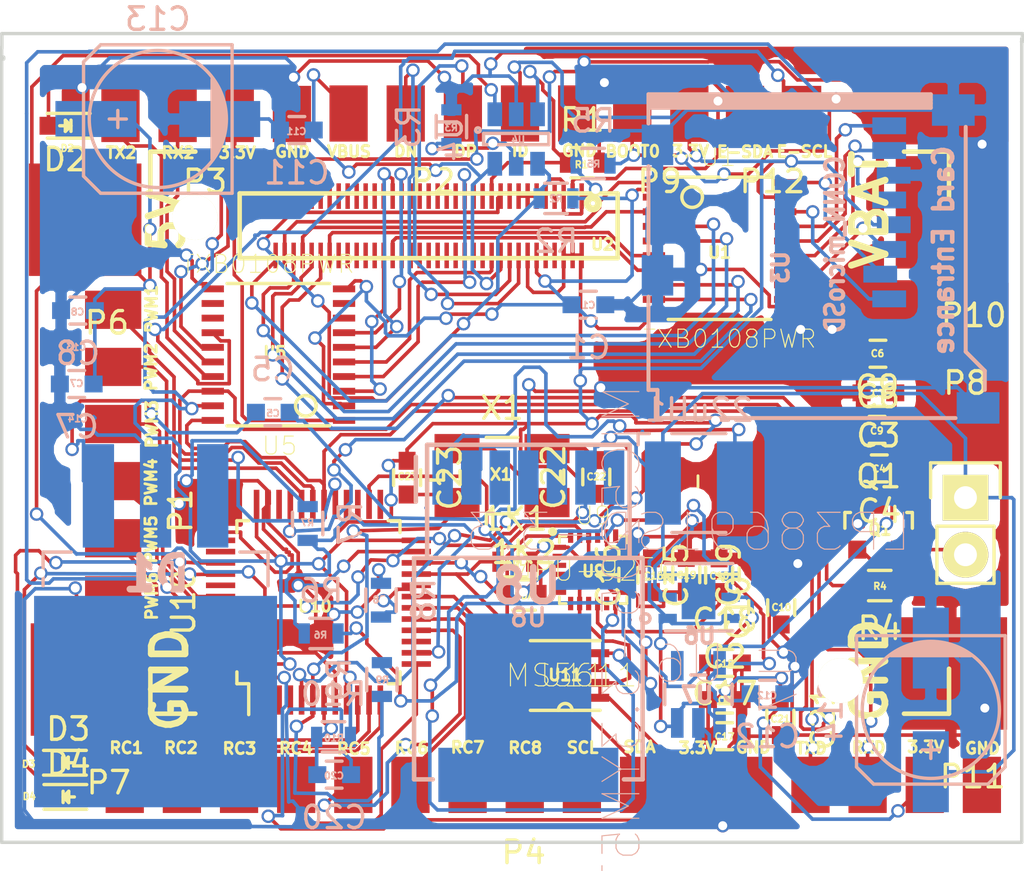
<source format=kicad_pcb>
(kicad_pcb (version 4) (host pcbnew 4.0.0-rc2-stable)
  (layers (0 F.Cu signal) (31 B.Cu signal) (34 B.Paste user) (35 F.Paste user) (36 B.SilkS user) (37 F.SilkS user) (38 B.Mask user hide) (39 F.Mask user) (44 Edge.Cuts user))
  (net 0 "")
  (net 1 GND)
  (net 2 VBAT)
  (net 3 SCL)
  (net 4 3.3V)
  (net 5 SDA)
  (net 6 5V)
  (net 7 "Net-(22uH1-Pad2)")
  (net 8 1.8V)
  (net 9 "Net-(C5-Pad1)")
  (net 10 "Net-(C5-Pad2)")
  (net 11 3.3V_SEN)
  (net 12 NRST)
  (net 13 OSC_IN)
  (net 14 OSC_OUT)
  (net 15 LED0)
  (net 16 LED1)
  (net 17 PWM1)
  (net 18 PWM2)
  (net 19 PWM3)
  (net 20 PWM4)
  (net 21 PWM5)
  (net 22 PWN6)
  (net 23 RC_CH1)
  (net 24 RC_CH2)
  (net 25 RC_CH3)
  (net 26 RC_CH4)
  (net 27 RC_CH5)
  (net 28 RC_CH6)
  (net 29 RC_CH7)
  (net 30 RC_CH8)
  (net 31 TXD)
  (net 32 RXD)
  (net 33 V_BUS)
  (net 34 USB_DN)
  (net 35 USB_DP)
  (net 36 USB_ID)
  (net 37 TX2)
  (net 38 RX2)
  (net 39 BOOT0)
  (net 40 "Net-(Q1-Pad1)")
  (net 41 PSW)
  (net 42 FAULT)
  (net 43 "Net-(R3-Pad2)")
  (net 44 BEEP)
  (net 45 POWER_ADC)
  (net 46 BOOT1)
  (net 47 SD_0_DA3)
  (net 48 SD_0_DAT2)
  (net 49 SD_0_DAT1)
  (net 50 SD_0_DAT0)
  (net 51 SD_0_CLK)
  (net 52 SD_CLK_FB)
  (net 53 SD_0_CMD)
  (net 54 "Net-(U1-Pad13)")
  (net 55 "Net-(U1-Pad14)")
  (net 56 "Net-(U1-Pad16)")
  (net 57 "Net-(U1-Pad17)")
  (net 58 "Net-(U1-Pad18)")
  (net 59 "Net-(U1-Pad20)")
  (net 60 SD_0_CD#)
  (net 61 EDI_TX2)
  (net 62 EDI_RX)
  (net 63 EDI_RX2)
  (net 64 EDI_TX)
  (net 65 MPU_INT)
  (net 66 "Net-(C15-Pad1)")
  (net 67 "Net-(P8-Pad2)")
  (net 68 "Net-(X1-Pad3)")
  (net 69 "Net-(P12-Pad1)")
  (net 70 "Net-(P12-Pad2)")
  (net 71 "Net-(U1-Pad12)")
  (net 72 "Net-(U2-Pad69)")
  (net 73 "Net-(U2-Pad67)")
  (net 74 EDI_CTS)
  (net 75 EDI_RTX)
  (net 76 GPIO10)
  (net 77 GPIO11)
  (net 78 GPIO12)
  (net 79 I2S_TXD)
  (net 80 GPIO13)
  (net 81 I2S_FS)
  (net 82 GPIO14)
  (net 83 I2S_CLK)
  (net 84 I2S_RXD)
  (net 85 EDI_SDA2)
  (net 86 GPIO9)
  (net 87 EDI_SCL2)
  (net 88 EDI_SDA1)
  (net 89 EDI_SCL1)
  (net 90 GPIO8)
  (net 91 EDI_PWM3)
  (net 92 EDI_PWM2)
  (net 93 EDI_PWM0)
  (net 94 "Net-(U2-Pad36)")
  (net 95 EDI_PWM1)
  (net 96 GPIO7)
  (net 97 "Net-(U2-Pad31)")
  (net 98 GPIO6)
  (net 99 GPIO5)
  (net 100 GPIO4)
  (net 101 GPIO2)
  (net 102 GPIO3)
  (net 103 "Net-(U2-Pad23)")
  (net 104 GPIO0)
  (net 105 "Net-(U2-Pad17)")
  (net 106 "Net-(U2-Pad10)")
  (net 107 "Net-(U2-Pad7)")
  (net 108 "Net-(U2-Pad8)")
  (net 109 "Net-(U5-Pad8)")
  (net 110 "Net-(U5-Pad13)")
  (net 111 "Net-(U5-Pad9)")
  (net 112 "Net-(U5-Pad12)")
  (net 113 "Net-(U6-Pad3)")
  (net 114 "Net-(U6-Pad7)")
  (net 115 "Net-(U7-Pad4)")
  (net 116 "Net-(U8-Pad5)")
  (net 117 "Net-(U8-Pad7)")
  (net 118 "Net-(U9-Pad7)")
  (net 119 "Net-(U9-Pad9)")
  (net 120 "Net-(U9-Pad11)")
  (net 121 "Net-(U9-Pad21)")
  (net 122 PRE_XCLR)
  (net 123 OSC32_IN)
  (net 124 OSC32_OUT)
  (net 125 ACC_INT2)
  (net 126 MAD_DRDY)
  (net 127 "Net-(U10-Pad27)")
  (net 128 "Net-(U10-Pad28)")
  (net 129 SWDIO)
  (net 130 SWDCLK)
  (net 131 "Net-(U10-Pad38)")
  (net 132 "Net-(U10-Pad41)")
  (net 133 "Net-(U11-Pad6)")
  (module Resistors_SMD:R_0603 (layer F.Cu) (at 64.13 80.69)
    (fp_text reference 1K1 (at 0 -1.9) (layer F.SilkS))
    (fp_text value R)
    (pad 1 smd rect (at -0.75 0) (size 0.5 0.9) (layers F.Cu F.Paste F.Mask) (net 3 SCL))
    (pad 2 smd rect (at 0.75 0) (size 0.5 0.9) (layers F.Cu F.Paste F.Mask) (net 4 3.3V))
  )
  (module Resistors_SMD:R_0603 (layer F.Cu) (at 64.54 82.17)
    (fp_text reference 1K2 (at 0 -1.9) (layer F.SilkS))
    (fp_text value R)
    (pad 1 smd rect (at -0.75 0) (size 0.5 0.9) (layers F.Cu F.Paste F.Mask) (net 5 SDA))
    (pad 2 smd rect (at 0.75 0) (size 0.5 0.9) (layers F.Cu F.Paste F.Mask) (net 4 3.3V))
  )
  (module Inductors:NR4018 (layer B.Cu) (at 72.31 77.19)
    (fp_text reference 22uH1 (at 0 -3.25) (layer B.SilkS) (effects (justify mirror)))
    (fp_text value INDUCTOR)
    (pad 1 smd rect (at -1.6 0) (size 1.6 3.7) (layers B.Cu B.Paste B.Mask) (net 6 5V))
    (pad 2 smd rect (at 1.6 0) (size 1.6 3.7) (layers B.Cu B.Paste B.Mask) (net 7 "Net-(22uH1-Pad2)"))
  )
  (module Capacitors_SMD:C_0603 (layer B.Cu) (at 67.4 69.26)
    (fp_text reference C1 (at 0 1.9) (layer B.SilkS) (effects (justify mirror)))
    (fp_text value 0.1uF)
    (pad 1 smd rect (at -0.75 0) (size 0.8 0.75) (layers B.Cu B.Paste B.Mask) (net 8 1.8V))
    (pad 2 smd rect (at 0.75 0) (size 0.8 0.75) (layers B.Cu B.Paste B.Mask) (net 1 GND))
  )
  (module Capacitors_SMD:C_0603 (layer F.Cu) (at 73.46 86.82)
    (fp_text reference C2 (at 0 -1.9) (layer F.SilkS))
    (fp_text value 0.1uF)
    (pad 1 smd rect (at -0.75 0) (size 0.8 0.75) (layers F.Cu F.Paste F.Mask) (net 4 3.3V))
    (pad 2 smd rect (at 0.75 0) (size 0.8 0.75) (layers F.Cu F.Paste F.Mask) (net 1 GND))
  )
  (module Capacitors_SMD:C_0603 (layer F.Cu) (at 80.29 73.18 180)
    (fp_text reference C3 (at 0 -1.9 180) (layer F.SilkS))
    (fp_text value 15uF)
    (pad 1 smd rect (at -0.75 0 180) (size 0.8 0.75) (layers F.Cu F.Paste F.Mask) (net 2 VBAT))
    (pad 2 smd rect (at 0.75 0 180) (size 0.8 0.75) (layers F.Cu F.Paste F.Mask) (net 1 GND))
  )
  (module Capacitors_SMD:C_0603 (layer F.Cu) (at 80.33 76.54 180)
    (fp_text reference C4 (at 0 -1.9 180) (layer F.SilkS))
    (fp_text value 15uF)
    (pad 1 smd rect (at -0.75 0 180) (size 0.8 0.75) (layers F.Cu F.Paste F.Mask) (net 2 VBAT))
    (pad 2 smd rect (at 0.75 0 180) (size 0.8 0.75) (layers F.Cu F.Paste F.Mask) (net 1 GND))
  )
  (module Capacitors_SMD:C_0603 (layer B.Cu) (at 53.37 74.04 180)
    (fp_text reference C5 (at 0 1.9 180) (layer B.SilkS) (effects (justify mirror)))
    (fp_text value 0.01uF)
    (pad 1 smd rect (at -0.75 0 180) (size 0.8 0.75) (layers B.Cu B.Paste B.Mask) (net 9 "Net-(C5-Pad1)"))
    (pad 2 smd rect (at 0.75 0 180) (size 0.8 0.75) (layers B.Cu B.Paste B.Mask) (net 10 "Net-(C5-Pad2)"))
  )
  (module Capacitors_SMD:C_0603 (layer F.Cu) (at 80.27 71.44 180)
    (fp_text reference C6 (at 0 -1.9 180) (layer F.SilkS))
    (fp_text value 15uF)
    (pad 1 smd rect (at -0.75 0 180) (size 0.8 0.75) (layers F.Cu F.Paste F.Mask) (net 2 VBAT))
    (pad 2 smd rect (at 0.75 0 180) (size 0.8 0.75) (layers F.Cu F.Paste F.Mask) (net 1 GND))
  )
  (module Capacitors_SMD:C_0603 (layer B.Cu) (at 44.655001 72.785)
    (fp_text reference C7 (at 0 1.9) (layer B.SilkS) (effects (justify mirror)))
    (fp_text value 1uF)
    (pad 1 smd rect (at -0.75 0) (size 0.8 0.75) (layers B.Cu B.Paste B.Mask) (net 1 GND))
    (pad 2 smd rect (at 0.75 0) (size 0.8 0.75) (layers B.Cu B.Paste B.Mask) (net 6 5V))
  )
  (module Capacitors_SMD:C_0603 (layer B.Cu) (at 44.71 69.52)
    (fp_text reference C8 (at 0 1.9) (layer B.SilkS) (effects (justify mirror)))
    (fp_text value 0.1uF)
    (pad 1 smd rect (at -0.75 0) (size 0.8 0.75) (layers B.Cu B.Paste B.Mask) (net 1 GND))
    (pad 2 smd rect (at 0.75 0) (size 0.8 0.75) (layers B.Cu B.Paste B.Mask) (net 6 5V))
  )
  (module Capacitors_SMD:C_0603 (layer F.Cu) (at 80.232619 74.825)
    (fp_text reference C9 (at 0 -1.9) (layer F.SilkS))
    (fp_text value 0.47uF)
    (pad 1 smd rect (at -0.75 0) (size 0.8 0.75) (layers F.Cu F.Paste F.Mask) (net 1 GND))
    (pad 2 smd rect (at 0.75 0) (size 0.8 0.75) (layers F.Cu F.Paste F.Mask) (net 2 VBAT))
  )
  (module Capacitors_SMD:C_0603 (layer F.Cu) (at 75.97 82.73 90)
    (fp_text reference C10 (at 0 -1.9 90) (layer F.SilkS))
    (fp_text value 10uF)
    (pad 1 smd rect (at -0.75 0 90) (size 0.8 0.75) (layers F.Cu F.Paste F.Mask) (net 11 3.3V_SEN))
    (pad 2 smd rect (at 0.75 0 90) (size 0.8 0.75) (layers F.Cu F.Paste F.Mask) (net 1 GND))
  )
  (module Capacitors_SMD:C_0603 (layer B.Cu) (at 54.44 61.49)
    (fp_text reference C11 (at 0 1.9) (layer B.SilkS) (effects (justify mirror)))
    (fp_text value 2.2uF)
    (pad 1 smd rect (at -0.75 0) (size 0.8 0.75) (layers B.Cu B.Paste B.Mask) (net 1 GND))
    (pad 2 smd rect (at 0.75 0) (size 0.8 0.75) (layers B.Cu B.Paste B.Mask) (net 33 V_BUS))
  )
  (module Capacitors_SMD:C_0603 (layer B.Cu) (at 75.36 86.56)
    (fp_text reference C12 (at 0 1.9) (layer B.SilkS) (effects (justify mirror)))
    (fp_text value 0.1uF)
    (pad 1 smd rect (at -0.75 0) (size 0.8 0.75) (layers B.Cu B.Paste B.Mask) (net 11 3.3V_SEN))
    (pad 2 smd rect (at 0.75 0) (size 0.8 0.75) (layers B.Cu B.Paste B.Mask) (net 1 GND))
  )
  (module Capacitors_SMD:C_0603 (layer F.Cu) (at 73.21 81.29 90)
    (fp_text reference C15 (at 0 -1.9 90) (layer F.SilkS))
    (fp_text value 0.1uF)
    (pad 1 smd rect (at -0.75 0 90) (size 0.8 0.75) (layers F.Cu F.Paste F.Mask) (net 66 "Net-(C15-Pad1)"))
    (pad 2 smd rect (at 0.75 0 90) (size 0.8 0.75) (layers F.Cu F.Paste F.Mask) (net 1 GND))
  )
  (module Capacitors_SMD:C_0603 (layer F.Cu) (at 70.2 81.29 90)
    (fp_text reference C16 (at 0 -1.9 90) (layer F.SilkS))
    (fp_text value 0.1uF)
    (pad 1 smd rect (at -0.75 0 90) (size 0.8 0.75) (layers F.Cu F.Paste F.Mask) (net 11 3.3V_SEN))
    (pad 2 smd rect (at 0.75 0 90) (size 0.8 0.75) (layers F.Cu F.Paste F.Mask) (net 1 GND))
  )
  (module Capacitors_SMD:C_0603 (layer F.Cu) (at 73.46 88.45)
    (fp_text reference C17 (at 0 -1.9) (layer F.SilkS))
    (fp_text value 0.1uF)
    (pad 1 smd rect (at -0.75 0) (size 0.8 0.75) (layers F.Cu F.Paste F.Mask) (net 4 3.3V))
    (pad 2 smd rect (at 0.75 0) (size 0.8 0.75) (layers F.Cu F.Paste F.Mask) (net 1 GND))
  )
  (module Capacitors_SMD:C_0603 (layer F.Cu) (at 73.47 85.19)
    (fp_text reference C18 (at 0 -1.9) (layer F.SilkS))
    (fp_text value 10nF)
    (pad 1 smd rect (at -0.75 0) (size 0.8 0.75) (layers F.Cu F.Paste F.Mask) (net 4 3.3V))
    (pad 2 smd rect (at 0.75 0) (size 0.8 0.75) (layers F.Cu F.Paste F.Mask) (net 1 GND))
  )
  (module Capacitors_SMD:C_0603 (layer F.Cu) (at 71.75 81.27 270)
    (fp_text reference C19 (at 0 -1.9 270) (layer F.SilkS))
    (fp_text value 10nF)
    (pad 1 smd rect (at -0.75 0 270) (size 0.8 0.75) (layers F.Cu F.Paste F.Mask) (net 1 GND))
    (pad 2 smd rect (at 0.75 0 270) (size 0.8 0.75) (layers F.Cu F.Paste F.Mask) (net 11 3.3V_SEN))
  )
  (module Capacitors_SMD:C_0603 (layer B.Cu) (at 56.1 90.16)
    (fp_text reference C20 (at 0 1.9) (layer B.SilkS) (effects (justify mirror)))
    (fp_text value 0.1uF)
    (pad 1 smd rect (at -0.75 0) (size 0.8 0.75) (layers B.Cu B.Paste B.Mask) (net 12 NRST))
    (pad 2 smd rect (at 0.75 0) (size 0.8 0.75) (layers B.Cu B.Paste B.Mask) (net 1 GND))
  )
  (module Capacitors_SMD:C_0603 (layer F.Cu) (at 75.93 87.65 270)
    (fp_text reference C21 (at 0 -1.9 270) (layer F.SilkS))
    (fp_text value 0.1uF)
    (pad 1 smd rect (at -0.75 0 270) (size 0.8 0.75) (layers F.Cu F.Paste F.Mask) (net 4 3.3V))
    (pad 2 smd rect (at 0.75 0 270) (size 0.8 0.75) (layers F.Cu F.Paste F.Mask) (net 1 GND))
  )
  (module Capacitors_SMD:C_0603 (layer F.Cu) (at 67.75 76.92 90)
    (fp_text reference C22 (at 0 -1.9 90) (layer F.SilkS))
    (fp_text value 27pF)
    (pad 1 smd rect (at -0.75 0 90) (size 0.8 0.75) (layers F.Cu F.Paste F.Mask) (net 4 3.3V))
    (pad 2 smd rect (at 0.75 0 90) (size 0.8 0.75) (layers F.Cu F.Paste F.Mask) (net 13 OSC_IN))
  )
  (module Capacitors_SMD:C_0603 (layer F.Cu) (at 59.34 76.95 270)
    (fp_text reference C23 (at 0 -1.9 270) (layer F.SilkS))
    (fp_text value 27pF)
    (pad 1 smd rect (at -0.75 0 270) (size 0.8 0.75) (layers F.Cu F.Paste F.Mask) (net 4 3.3V))
    (pad 2 smd rect (at 0.75 0 270) (size 0.8 0.75) (layers F.Cu F.Paste F.Mask) (net 14 OSC_OUT))
  )
  (module TO_SOT_Packages_SMD:TO-263-3Lead (layer B.Cu) (at 48.16 77.76 270)
    (fp_text reference D1 (at 3.5 0 540) (layer B.SilkS) (effects (justify mirror)))
    (fp_text value 6TQ045S)
    (pad 2 smd rect (at 0 0 270) (size 4.6 1.39) (layers B.Cu B.Paste B.Mask) (net 1 GND))
    (pad 4 smd rect (at 9.15 0 270) (size 9.4 10.8) (layers B.Cu B.Paste B.Mask))
    (pad 3 smd rect (at 0 -2.54 270) (size 4.6 1.39) (layers B.Cu B.Paste B.Mask))
    (pad 1 smd rect (at 0 2.54 270) (size 4.6 1.39) (layers B.Cu B.Paste B.Mask) (net 10 "Net-(C5-Pad2)"))
  )
  (module LEDs:LED_0603 (layer F.Cu) (at 44.15 61.3 180)
    (fp_text reference D2 (at 0 -1.5 180) (layer F.SilkS))
    (fp_text value RED)
    (pad 2 smd rect (at 0.7493 0) (size 0.79756 0.79756) (layers F.Cu F.Paste F.Mask) (net 4 3.3V))
    (pad 1 smd rect (at -0.7493 0) (size 0.79756 0.79756) (layers F.Cu F.Paste F.Mask) (net 1 GND))
  )
  (module LEDs:LED_0603 (layer F.Cu) (at 44.28 89.63)
    (fp_text reference D3 (at 0 -1.5) (layer F.SilkS))
    (fp_text value GREEN)
    (pad 2 smd rect (at 0.7493 0 180) (size 0.79756 0.79756) (layers F.Cu F.Paste F.Mask) (net 4 3.3V))
    (pad 1 smd rect (at -0.7493 0 180) (size 0.79756 0.79756) (layers F.Cu F.Paste F.Mask) (net 15 LED0))
  )
  (module LEDs:LED_0603 (layer F.Cu) (at 44.3 91.15)
    (fp_text reference D4 (at 0 -1.5) (layer F.SilkS))
    (fp_text value YELLOW)
    (pad 2 smd rect (at 0.7493 0 180) (size 0.79756 0.79756) (layers F.Cu F.Paste F.Mask) (net 4 3.3V))
    (pad 1 smd rect (at -0.7493 0 180) (size 0.79756 0.79756) (layers F.Cu F.Paste F.Mask) (net 16 LED1))
  )
  (module EdiCopter:PAD1X6 (layer F.Cu) (at 48.5 78.125 90)
    (fp_text reference P1 (at -0.3 0.775 90) (layer F.SilkS))
    (fp_text value PWM)
    (pad 6 smd rect (at 8.64 -2.225 90) (size 1.7 2.5) (layers F.Cu F.Paste F.Mask) (net 17 PWM1))
    (pad 5 smd rect (at 6.1 -2.225 90) (size 1.7 2.5) (layers F.Cu F.Paste F.Mask) (net 18 PWM2))
    (pad 1 smd rect (at -4.06 -2.225 90) (size 1.7 2.5) (layers F.Cu F.Paste F.Mask) (net 22 PWN6))
    (pad 4 smd rect (at 3.56 -2.225 90) (size 1.7 2.5) (layers F.Cu F.Paste F.Mask) (net 19 PWM3))
    (pad 3 smd rect (at 1.02 -2.225 90) (size 1.7 2.5) (layers F.Cu F.Paste F.Mask) (net 20 PWM4))
    (pad 2 smd rect (at -1.52 -2.225 90) (size 1.7 2.5) (layers F.Cu F.Paste F.Mask) (net 21 PWM5))
  )
  (module EdiCopter:PAD1X5 (layer F.Cu) (at 60.8 62.98)
    (fp_text reference P2 (at -0.3 0.775) (layer F.SilkS))
    (fp_text value "USB OTG")
    (pad 5 smd rect (at 6.1 -2.225) (size 1.7 2.5) (layers F.Cu F.Paste F.Mask) (net 1 GND))
    (pad 1 smd rect (at -4.06 -2.225) (size 1.7 2.5) (layers F.Cu F.Paste F.Mask) (net 33 V_BUS))
    (pad 4 smd rect (at 3.56 -2.225) (size 1.7 2.5) (layers F.Cu F.Paste F.Mask) (net 36 USB_ID))
    (pad 3 smd rect (at 1.02 -2.225) (size 1.7 2.5) (layers F.Cu F.Paste F.Mask) (net 35 USB_DP))
    (pad 2 smd rect (at -1.52 -2.225) (size 1.7 2.5) (layers F.Cu F.Paste F.Mask) (net 34 USB_DN))
  )
  (module EdiCopter:PAD1X4 (layer F.Cu) (at 50.66 63)
    (fp_text reference P3 (at -0.3 0.775) (layer F.SilkS))
    (fp_text value "UART EDISON")
    (pad 1 smd rect (at -4.06 -2.225) (size 1.7 2.5) (layers F.Cu F.Paste F.Mask) (net 37 TX2))
    (pad 4 smd rect (at 3.56 -2.225) (size 1.7 2.5) (layers F.Cu F.Paste F.Mask) (net 1 GND))
    (pad 3 smd rect (at 1.02 -2.225) (size 1.7 2.5) (layers F.Cu F.Paste F.Mask) (net 4 3.3V))
    (pad 2 smd rect (at -1.52 -2.225) (size 1.7 2.5) (layers F.Cu F.Paste F.Mask) (net 38 RX2))
  )
  (module EdiCopter:PAD1X16 (layer F.Cu) (at 64.82 92.84)
    (fp_text reference P4 (at -0.3 0.775) (layer F.SilkS))
    (fp_text value "MCU GPIO")
    (pad 16 smd rect (at 20.07 -2.225) (size 1.7 2.5) (layers F.Cu F.Paste F.Mask) (net 1 GND))
    (pad 15 smd rect (at 17.53 -2.225) (size 1.7 2.5) (layers F.Cu F.Paste F.Mask) (net 4 3.3V))
    (pad 14 smd rect (at 14.99 -2.225) (size 1.7 2.5) (layers F.Cu F.Paste F.Mask) (net 32 RXD))
    (pad 13 smd rect (at 12.45 -2.225) (size 1.7 2.5) (layers F.Cu F.Paste F.Mask) (net 31 TXD))
    (pad 12 smd rect (at 9.91 -2.225) (size 1.7 2.5) (layers F.Cu F.Paste F.Mask) (net 1 GND))
    (pad 11 smd rect (at 7.37 -2.225) (size 1.7 2.5) (layers F.Cu F.Paste F.Mask) (net 4 3.3V))
    (pad 10 smd rect (at 4.83 -2.225) (size 1.7 2.5) (layers F.Cu F.Paste F.Mask) (net 5 SDA))
    (pad 9 smd rect (at 2.29 -2.225) (size 1.7 2.5) (layers F.Cu F.Paste F.Mask) (net 3 SCL))
    (pad 8 smd rect (at -0.25 -2.225) (size 1.7 2.5) (layers F.Cu F.Paste F.Mask) (net 30 RC_CH8))
    (pad 7 smd rect (at -2.79 -2.225) (size 1.7 2.5) (layers F.Cu F.Paste F.Mask) (net 29 RC_CH7))
    (pad 6 smd rect (at -5.33 -2.225) (size 1.7 2.5) (layers F.Cu F.Paste F.Mask) (net 28 RC_CH6))
    (pad 5 smd rect (at -7.87 -2.225) (size 1.7 2.5) (layers F.Cu F.Paste F.Mask) (net 27 RC_CH5))
    (pad 1 smd rect (at -18.03 -2.225) (size 1.7 2.5) (layers F.Cu F.Paste F.Mask) (net 23 RC_CH1))
    (pad 4 smd rect (at -10.41 -2.225) (size 1.7 2.5) (layers F.Cu F.Paste F.Mask) (net 26 RC_CH4))
    (pad 3 smd rect (at -12.95 -2.225) (size 1.7 2.5) (layers F.Cu F.Paste F.Mask) (net 25 RC_CH3))
    (pad 2 smd rect (at -15.49 -2.225) (size 1.7 2.5) (layers F.Cu F.Paste F.Mask) (net 24 RC_CH2))
  )
  (module Pin_Headers:Pin_Header_Straight_1x02 (layer F.Cu) (at 84.16 77.84)
    (fp_text reference P8 (at 0 -5.1) (layer F.SilkS))
    (fp_text value BUZZER)
    (pad 1 thru_hole rect (at 0 0) (size 2.032 2.032) (drill 1.016) (layers *.Cu *.Mask F.SilkS) (net 6 5V))
    (pad 2 thru_hole oval (at 0 2.54) (size 2.032 2.032) (drill 1.016) (layers *.Cu *.Mask F.SilkS) (net 67 "Net-(P8-Pad2)"))
  )
  (module EdiCopter:PAD1X2 (layer F.Cu) (at 70.866 62.992)
    (fp_text reference P9 (at -0.3 0.775) (layer F.SilkS))
    (fp_text value BOOT)
    (pad 1 smd rect (at -1.52 -2.225) (size 1.7 2.5) (layers F.Cu F.Paste F.Mask) (net 39 BOOT0))
    (pad 2 smd rect (at 1.02 -2.225) (size 1.7 2.5) (layers F.Cu F.Paste F.Mask) (net 4 3.3V))
  )
  (module TO_SOT_Packages_SMD:SOT-23 (layer F.Cu) (at 80.3 79.15)
    (fp_text reference Q1 (at 0 -2.25) (layer F.SilkS))
    (fp_text value MMBT3906)
    (pad 1 smd rect (at -0.95 1.00076) (size 0.8001 0.8001) (layers F.Cu F.Paste F.Mask) (net 40 "Net-(Q1-Pad1)"))
    (pad 2 smd rect (at 0.95 1.00076) (size 0.8001 0.8001) (layers F.Cu F.Paste F.Mask) (net 67 "Net-(P8-Pad2)"))
    (pad 3 smd rect (at 0 -0.99822) (size 0.8001 0.8001) (layers F.Cu F.Paste F.Mask) (net 1 GND))
  )
  (module Resistors_SMD:R_0603 (layer F.Cu) (at 67.13 62.94)
    (fp_text reference R1 (at 0 -1.9) (layer F.SilkS))
    (fp_text value 100K)
    (pad 1 smd rect (at -0.75 0) (size 0.5 0.9) (layers F.Cu F.Paste F.Mask) (net 41 PSW))
    (pad 2 smd rect (at 0.75 0) (size 0.5 0.9) (layers F.Cu F.Paste F.Mask) (net 1 GND))
  )
  (module Resistors_SMD:R_0603 (layer B.Cu) (at 65.96 64.53)
    (fp_text reference R2 (at 0 1.9) (layer B.SilkS) (effects (justify mirror)))
    (fp_text value 10K)
    (pad 1 smd rect (at -0.75 0) (size 0.5 0.9) (layers B.Cu B.Paste B.Mask) (net 42 FAULT))
    (pad 2 smd rect (at 0.75 0) (size 0.5 0.9) (layers B.Cu B.Paste B.Mask) (net 8 1.8V))
  )
  (module Resistors_SMD:R_0603 (layer B.Cu) (at 61.31 61.34 270)
    (fp_text reference R3 (at 0 1.9 270) (layer B.SilkS) (effects (justify mirror)))
    (fp_text value 536)
    (pad 1 smd rect (at -0.75 0 270) (size 0.5 0.9) (layers B.Cu B.Paste B.Mask) (net 1 GND))
    (pad 2 smd rect (at 0.75 0 270) (size 0.5 0.9) (layers B.Cu B.Paste B.Mask) (net 43 "Net-(R3-Pad2)"))
  )
  (module Resistors_SMD:R_0603 (layer F.Cu) (at 80.35 81.75 180)
    (fp_text reference R4 (at 0 -1.9 180) (layer F.SilkS))
    (fp_text value 100R)
    (pad 1 smd rect (at -0.75 0 180) (size 0.5 0.9) (layers F.Cu F.Paste F.Mask) (net 40 "Net-(Q1-Pad1)"))
    (pad 2 smd rect (at 0.75 0 180) (size 0.5 0.9) (layers F.Cu F.Paste F.Mask) (net 44 BEEP))
  )
  (module Resistors_SMD:R_0603 (layer B.Cu) (at 67.61 62.98 180)
    (fp_text reference R5 (at 0 1.9 180) (layer B.SilkS) (effects (justify mirror)))
    (fp_text value 1K)
    (pad 1 smd rect (at -0.75 0 180) (size 0.5 0.9) (layers B.Cu B.Paste B.Mask) (net 39 BOOT0))
    (pad 2 smd rect (at 0.75 0 180) (size 0.5 0.9) (layers B.Cu B.Paste B.Mask) (net 1 GND))
  )
  (module Resistors_SMD:R_0603 (layer B.Cu) (at 55.52 83.88 180)
    (fp_text reference R6 (at 0 1.9 180) (layer B.SilkS) (effects (justify mirror)))
    (fp_text value 10k)
    (pad 1 smd rect (at -0.75 0 180) (size 0.5 0.9) (layers B.Cu B.Paste B.Mask) (net 2 VBAT))
    (pad 2 smd rect (at 0.75 0 180) (size 0.5 0.9) (layers B.Cu B.Paste B.Mask) (net 45 POWER_ADC))
  )
  (module Resistors_SMD:R_0603 (layer B.Cu) (at 54.92 78.99 90)
    (fp_text reference R7 (at 0 1.9 90) (layer B.SilkS) (effects (justify mirror)))
    (fp_text value 1K)
    (pad 1 smd rect (at -0.75 0 90) (size 0.5 0.9) (layers B.Cu B.Paste B.Mask) (net 45 POWER_ADC))
    (pad 2 smd rect (at 0.75 0 90) (size 0.5 0.9) (layers B.Cu B.Paste B.Mask) (net 1 GND))
  )
  (module Resistors_SMD:R_0603 (layer B.Cu) (at 58.18 82.4 90)
    (fp_text reference R8 (at 0 1.9 90) (layer B.SilkS) (effects (justify mirror)))
    (fp_text value 1K)
    (pad 1 smd rect (at -0.75 0 90) (size 0.5 0.9) (layers B.Cu B.Paste B.Mask) (net 46 BOOT1))
    (pad 2 smd rect (at 0.75 0 90) (size 0.5 0.9) (layers B.Cu B.Paste B.Mask) (net 1 GND))
  )
  (module Resistors_SMD:R_0603 (layer B.Cu) (at 58.22 85.93 270)
    (fp_text reference R9 (at 0 1.9 270) (layer B.SilkS) (effects (justify mirror)))
    (fp_text value 1M)
    (pad 1 smd rect (at -0.75 0 270) (size 0.5 0.9) (layers B.Cu B.Paste B.Mask) (net 13 OSC_IN))
    (pad 2 smd rect (at 0.75 0 270) (size 0.5 0.9) (layers B.Cu B.Paste B.Mask) (net 14 OSC_OUT))
  )
  (module Resistors_SMD:R_0603 (layer B.Cu) (at 56.07 88.48 180)
    (fp_text reference R10 (at 0 1.9 180) (layer B.SilkS) (effects (justify mirror)))
    (fp_text value 10K)
    (pad 1 smd rect (at -0.75 0 180) (size 0.5 0.9) (layers B.Cu B.Paste B.Mask) (net 4 3.3V))
    (pad 2 smd rect (at 0.75 0 180) (size 0.5 0.9) (layers B.Cu B.Paste B.Mask) (net 12 NRST))
  )
  (module TXB0108PWR:TSSOP20 (layer F.Cu) (at 73.23 66.75 270)
    (fp_text reference U1 (at -4.0536 0.0508 360) (layer F.SilkS) (effects (font (size 0.8 0.8) (thickness 0.05))))
    (fp_text value TXB0108PWR (at 4.0282 -0.4572 360) (layer F.SilkS) (effects (font (size 0.8 0.8) (thickness 0.05))))
    (pad 1 smd rect (at -2.925 2.9178 270) (size 0.3048 0.9906) (layers F.Cu F.Paste F.Mask) (net 47 SD_0_DA3))
    (pad 2 smd rect (at -2.275 2.9178 270) (size 0.3048 0.9906) (layers F.Cu F.Paste F.Mask) (net 8 1.8V))
    (pad 3 smd rect (at -1.625 2.9178 270) (size 0.3048 0.9906) (layers F.Cu F.Paste F.Mask) (net 48 SD_0_DAT2))
    (pad 4 smd rect (at -0.975 2.9178 270) (size 0.3048 0.9906) (layers F.Cu F.Paste F.Mask) (net 49 SD_0_DAT1))
    (pad 5 smd rect (at -0.325 2.9178 270) (size 0.3048 0.9906) (layers F.Cu F.Paste F.Mask) (net 50 SD_0_DAT0))
    (pad 6 smd rect (at 0.325 2.9178 270) (size 0.3048 0.9906) (layers F.Cu F.Paste F.Mask) (net 51 SD_0_CLK))
    (pad 7 smd rect (at 0.975 2.9178 270) (size 0.3048 0.9906) (layers F.Cu F.Paste F.Mask) (net 52 SD_CLK_FB))
    (pad 8 smd rect (at 1.625 2.9178 270) (size 0.3048 0.9906) (layers F.Cu F.Paste F.Mask) (net 53 SD_0_CMD))
    (pad 13 smd rect (at 1.625 -2.9178 270) (size 0.3048 0.9906) (layers F.Cu F.Paste F.Mask) (net 54 "Net-(U1-Pad13)"))
    (pad 14 smd rect (at 0.975 -2.9178 270) (size 0.3048 0.9906) (layers F.Cu F.Paste F.Mask) (net 55 "Net-(U1-Pad14)"))
    (pad 15 smd rect (at 0.325 -2.9178 270) (size 0.3048 0.9906) (layers F.Cu F.Paste F.Mask) (net 55 "Net-(U1-Pad14)"))
    (pad 16 smd rect (at -0.325 -2.9178 270) (size 0.3048 0.9906) (layers F.Cu F.Paste F.Mask) (net 56 "Net-(U1-Pad16)"))
    (pad 17 smd rect (at -0.975 -2.9178 270) (size 0.3048 0.9906) (layers F.Cu F.Paste F.Mask) (net 57 "Net-(U1-Pad17)"))
    (pad 18 smd rect (at -1.625 -2.9178 270) (size 0.3048 0.9906) (layers F.Cu F.Paste F.Mask) (net 58 "Net-(U1-Pad18)"))
    (pad 19 smd rect (at -2.275 -2.9178 270) (size 0.3048 0.9906) (layers F.Cu F.Paste F.Mask) (net 4 3.3V))
    (pad 20 smd rect (at -2.925 -2.9178 270) (size 0.3048 0.9906) (layers F.Cu F.Paste F.Mask) (net 59 "Net-(U1-Pad20)"))
    (pad 9 smd rect (at 2.275 2.9178 270) (size 0.3048 0.9906) (layers F.Cu F.Paste F.Mask) (net 60 SD_0_CD#))
    (pad 10 smd rect (at 2.925 2.9178 270) (size 0.3048 0.9906) (layers F.Cu F.Paste F.Mask) (net 8 1.8V))
    (pad 12 smd rect (at 2.275 -2.9178 270) (size 0.3048 0.9906) (layers F.Cu F.Paste F.Mask) (net 71 "Net-(U1-Pad12)"))
    (pad 11 smd rect (at 2.925 -2.9178 270) (size 0.3048 0.9906) (layers F.Cu F.Paste F.Mask) (net 1 GND))
  )
  (module opendous:Memory_Card_microSD_3M_290805 (layer B.Cu) (at 80.77 69 90)
    (fp_text reference U3 (at 1.397 -4.826 90) (layer B.SilkS) (effects (font (size 0.7112 0.7112) (thickness 0.1778)) (justify mirror)))
    (fp_text value CONN_microSD (at 2.413 -2.413 90) (layer B.SilkS) (effects (font (size 0.8128 0.7112) (thickness 0.1778)) (justify mirror)))
    (fp_text user "Card Entrance" (at 2.159 2.413 90) (layer B.SilkS) (effects (font (size 0.8636 0.8636) (thickness 0.2032)) (justify mirror)))
    (pad 7 smd rect (at 6.59892 0 90) (size 0.7493 1.50114) (layers B.Cu B.Paste B.Mask) (net 56 "Net-(U1-Pad16)"))
    (pad 8 smd rect (at 7.69874 0 90) (size 0.7493 1.50114) (layers B.Cu B.Paste B.Mask) (net 57 "Net-(U1-Pad17)"))
    (pad 6 smd rect (at 5.4991 0.20066 90) (size 0.7493 1.50114) (layers B.Cu B.Paste B.Mask) (net 1 GND))
    (pad 5 smd rect (at 4.39928 0 90) (size 0.7493 1.50114) (layers B.Cu B.Paste B.Mask) (net 55 "Net-(U1-Pad14)"))
    (pad 1 smd rect (at 0 0 90) (size 0.7493 1.50114) (layers B.Cu B.Paste B.Mask) (net 58 "Net-(U1-Pad18)"))
    (pad 2 smd rect (at 1.09982 -0.39878 90) (size 0.7493 1.50114) (layers B.Cu B.Paste B.Mask) (net 59 "Net-(U1-Pad20)"))
    (pad 3 smd rect (at 2.19964 0 90) (size 0.7493 1.50114) (layers B.Cu B.Paste B.Mask) (net 54 "Net-(U1-Pad13)"))
    (pad 4 smd rect (at 3.29946 0.20066 90) (size 0.7493 1.50114) (layers B.Cu B.Paste B.Mask) (net 4 3.3V))
    (pad 9 smd rect (at 8.39978 2.84988 90) (size 1.39954 1.89992) (layers B.Cu B.Paste B.Mask) (net 1 GND))
    (pad 9 smd rect (at -4.84886 3.9497 90) (size 1.39954 1.89992) (layers B.Cu B.Paste B.Mask) (net 1 GND))
    (pad 9 smd rect (at 6.85038 -10.2997 90) (size 1.80086 1.39954) (layers B.Cu B.Paste B.Mask) (net 1 GND))
    (pad 9 smd rect (at 1.04902 -10.2997 90) (size 1.80086 1.39954) (layers B.Cu B.Paste B.Mask) (net 1 GND))
  )
  (module TO_SOT_Packages_SMD:SOT-23-6 (layer B.Cu) (at 64.19 61.89 270)
    (fp_text reference U4 (at 0 2.9 270) (layer B.SilkS) (effects (justify mirror)))
    (fp_text value MIC2039)
    (pad 1 smd rect (at -1.1 0.95 270) (size 1.06 0.65) (layers B.Cu B.Paste B.Mask) (net 6 5V))
    (pad 2 smd rect (at -1.1 0 270) (size 1.06 0.65) (layers B.Cu B.Paste B.Mask) (net 1 GND))
    (pad 3 smd rect (at -1.1 -0.95 270) (size 1.06 0.65) (layers B.Cu B.Paste B.Mask) (net 41 PSW))
    (pad 4 smd rect (at 1.1 -0.95 270) (size 1.06 0.65) (layers B.Cu B.Paste B.Mask) (net 42 FAULT))
    (pad 6 smd rect (at 1.1 0.95 270) (size 1.06 0.65) (layers B.Cu B.Paste B.Mask) (net 33 V_BUS))
    (pad 5 smd rect (at 1.1 0 270) (size 1.06 0.65) (layers B.Cu B.Paste B.Mask) (net 43 "Net-(R3-Pad2)"))
  )
  (module TXB0108PWR:TSSOP20 (layer F.Cu) (at 53.62 71.48 90)
    (fp_text reference U5 (at -4.0536 0.0508 180) (layer F.SilkS) (effects (font (size 0.8 0.8) (thickness 0.05))))
    (fp_text value TXB0108PWR (at 4.0282 -0.4572 180) (layer F.SilkS) (effects (font (size 0.8 0.8) (thickness 0.05))))
    (pad 1 smd rect (at -2.925 2.9178 90) (size 0.3048 0.9906) (layers F.Cu F.Paste F.Mask) (net 62 EDI_RX))
    (pad 2 smd rect (at -2.275 2.9178 90) (size 0.3048 0.9906) (layers F.Cu F.Paste F.Mask) (net 8 1.8V))
    (pad 3 smd rect (at -1.625 2.9178 90) (size 0.3048 0.9906) (layers F.Cu F.Paste F.Mask) (net 64 EDI_TX))
    (pad 4 smd rect (at -0.975 2.9178 90) (size 0.3048 0.9906) (layers F.Cu F.Paste F.Mask) (net 61 EDI_TX2))
    (pad 5 smd rect (at -0.325 2.9178 90) (size 0.3048 0.9906) (layers F.Cu F.Paste F.Mask) (net 63 EDI_RX2))
    (pad 6 smd rect (at 0.325 2.9178 90) (size 0.3048 0.9906) (layers F.Cu F.Paste F.Mask) (net 88 EDI_SDA1))
    (pad 7 smd rect (at 0.975 2.9178 90) (size 0.3048 0.9906) (layers F.Cu F.Paste F.Mask) (net 89 EDI_SCL1))
    (pad 8 smd rect (at 1.625 2.9178 90) (size 0.3048 0.9906) (layers F.Cu F.Paste F.Mask) (net 109 "Net-(U5-Pad8)"))
    (pad 13 smd rect (at 1.625 -2.9178 90) (size 0.3048 0.9906) (layers F.Cu F.Paste F.Mask) (net 110 "Net-(U5-Pad13)"))
    (pad 14 smd rect (at 0.975 -2.9178 90) (size 0.3048 0.9906) (layers F.Cu F.Paste F.Mask) (net 70 "Net-(P12-Pad2)"))
    (pad 15 smd rect (at 0.325 -2.9178 90) (size 0.3048 0.9906) (layers F.Cu F.Paste F.Mask) (net 69 "Net-(P12-Pad1)"))
    (pad 16 smd rect (at -0.325 -2.9178 90) (size 0.3048 0.9906) (layers F.Cu F.Paste F.Mask) (net 38 RX2))
    (pad 17 smd rect (at -0.975 -2.9178 90) (size 0.3048 0.9906) (layers F.Cu F.Paste F.Mask) (net 37 TX2))
    (pad 18 smd rect (at -1.625 -2.9178 90) (size 0.3048 0.9906) (layers F.Cu F.Paste F.Mask) (net 32 RXD))
    (pad 19 smd rect (at -2.275 -2.9178 90) (size 0.3048 0.9906) (layers F.Cu F.Paste F.Mask) (net 4 3.3V))
    (pad 20 smd rect (at -2.925 -2.9178 90) (size 0.3048 0.9906) (layers F.Cu F.Paste F.Mask) (net 31 TXD))
    (pad 9 smd rect (at 2.275 2.9178 90) (size 0.3048 0.9906) (layers F.Cu F.Paste F.Mask) (net 111 "Net-(U5-Pad9)"))
    (pad 10 smd rect (at 2.925 2.9178 90) (size 0.3048 0.9906) (layers F.Cu F.Paste F.Mask) (net 8 1.8V))
    (pad 12 smd rect (at 2.275 -2.9178 90) (size 0.3048 0.9906) (layers F.Cu F.Paste F.Mask) (net 112 "Net-(U5-Pad12)"))
    (pad 11 smd rect (at 2.925 -2.9178 90) (size 0.3048 0.9906) (layers F.Cu F.Paste F.Mask) (net 1 GND))
  )
  (module LP38691SD-3.3:DFN300X300X80-7N (layer B.Cu) (at 72.32 82.27)
    (fp_text reference U6 (at -0.4318 2.9718) (layer B.SilkS) (effects (font (size 1.64 1.64) (thickness 0.05)) (justify mirror)))
    (fp_text value LP38691SD-3.3 (at -0.4826 -2.8956) (layer B.SilkS) (effects (font (size 1.64 1.64) (thickness 0.05)) (justify mirror)))
    (pad 1 smd rect (at -1.397 0.9398) (size 0.8128 0.4064) (layers B.Cu B.Paste B.Mask) (net 6 5V))
    (pad 2 smd rect (at -1.397 0) (size 0.8128 0.4064) (layers B.Cu B.Paste B.Mask) (net 1 GND))
    (pad 3 smd rect (at -1.397 -0.9398) (size 0.8128 0.4064) (layers B.Cu B.Paste B.Mask) (net 113 "Net-(U6-Pad3)"))
    (pad 4 smd rect (at 1.397 -0.9398 180) (size 0.8128 0.4064) (layers B.Cu B.Paste B.Mask) (net 4 3.3V))
    (pad 5 smd rect (at 1.397 0 180) (size 0.8128 0.4064) (layers B.Cu B.Paste B.Mask) (net 4 3.3V))
    (pad 6 smd rect (at 1.397 0.9398 180) (size 0.8128 0.4064) (layers B.Cu B.Paste B.Mask) (net 6 5V))
    (pad 7 smd rect (at -0.0254 -0.0254) (size 1.4986 2.0066) (layers B.Cu B.Paste B.Mask) (net 114 "Net-(U6-Pad7)"))
  )
  (module MIC5205-3.3YM5TR:SOT95P280X130-5N (layer B.Cu) (at 72.29 86.59 90)
    (fp_text reference U7 (at 0.7112 3.5814 90) (layer B.SilkS) (effects (font (size 1.64 1.64) (thickness 0.05)) (justify mirror)))
    (fp_text value MIC5205-3.3YM5TR (at 1.7526 -3.4036 90) (layer B.SilkS) (effects (font (size 1.64 1.64) (thickness 0.05)) (justify mirror)))
    (pad 1 smd rect (at -1.27 0.9398 90) (size 1.3208 0.5588) (layers B.Cu B.Paste B.Mask) (net 6 5V))
    (pad 2 smd rect (at -1.27 0 90) (size 1.3208 0.5588) (layers B.Cu B.Paste B.Mask) (net 1 GND))
    (pad 3 smd rect (at -1.27 -0.9398 90) (size 1.3208 0.5588) (layers B.Cu B.Paste B.Mask) (net 6 5V))
    (pad 4 smd rect (at 1.27 -0.9398 90) (size 1.3208 0.5588) (layers B.Cu B.Paste B.Mask) (net 115 "Net-(U7-Pad4)"))
    (pad 5 smd rect (at 1.27 0.9398 90) (size 1.3208 0.5588) (layers B.Cu B.Paste B.Mask) (net 11 3.3V_SEN))
  )
  (module manuf:TO-263-7-TEXAS (layer B.Cu) (at 64.73 83.17)
    (fp_text reference U8 (at 0 0) (layer B.SilkS) (effects (font (size 0.8 0.8)) (justify mirror)))
    (fp_text value LM2678T-5.0)
    (pad 8 smd rect (at 0 3) (size 5.59 6.35) (layers B.Cu B.Paste B.Mask))
    (pad 1 smd rect (at -3.81 -6.225) (size 0.91 2.41) (layers B.Cu B.Paste B.Mask) (net 7 "Net-(22uH1-Pad2)"))
    (pad 2 smd rect (at -2.54 -6.225) (size 0.91 2.41) (layers B.Cu B.Paste B.Mask) (net 2 VBAT))
    (pad 3 smd rect (at -1.27 -6.225) (size 0.91 2.41) (layers B.Cu B.Paste B.Mask) (net 9 "Net-(C5-Pad1)"))
    (pad 4 smd rect (at 0 -6.225) (size 0.91 2.41) (layers B.Cu B.Paste B.Mask) (net 1 GND))
    (pad 5 smd rect (at 1.27 -6.225) (size 0.91 2.41) (layers B.Cu B.Paste B.Mask) (net 116 "Net-(U8-Pad5)"))
    (pad 6 smd rect (at 2.54 -6.225) (size 0.91 2.41) (layers B.Cu B.Paste B.Mask) (net 6 5V))
    (pad 7 smd rect (at 3.81 -6.225) (size 0.91 2.41) (layers B.Cu B.Paste B.Mask) (net 117 "Net-(U8-Pad7)"))
    (pad 8 smd rect (at 0 7) (size 8 2.41) (layers B.Cu B.Paste B.Mask))
  )
  (module MPU-9250:QFN-24%2f3MM (layer F.Cu) (at 67.61 81.05)
    (fp_text reference U9 (at 0 -2.408) (layer F.SilkS) (effects (font (size 0.8 0.8) (thickness 0.05))))
    (fp_text value MPU-9250 (at 0 0) (layer F.SilkS) (effects (font (size 1 0.9) (thickness 0.05))))
    (pad 1 smd rect (at -1.5 -1) (size 0.6 0.23) (layers F.Cu F.Paste F.Mask) (net 11 3.3V_SEN))
    (pad 2 smd rect (at -1.5 -0.6) (size 0.6 0.23) (layers F.Cu F.Paste F.Mask))
    (pad 3 smd rect (at -1.5 -0.2) (size 0.6 0.23) (layers F.Cu F.Paste F.Mask))
    (pad 4 smd rect (at -1.5 0.2) (size 0.6 0.23) (layers F.Cu F.Paste F.Mask))
    (pad 5 smd rect (at -1.5 0.6) (size 0.6 0.23) (layers F.Cu F.Paste F.Mask))
    (pad 6 smd rect (at -1.5 1) (size 0.6 0.23) (layers F.Cu F.Paste F.Mask))
    (pad 7 smd rect (at -1 1.5 90) (size 0.6 0.23) (layers F.Cu F.Paste F.Mask) (net 118 "Net-(U9-Pad7)"))
    (pad 8 smd rect (at -0.6 1.5 90) (size 0.6 0.23) (layers F.Cu F.Paste F.Mask) (net 11 3.3V_SEN))
    (pad 9 smd rect (at -0.2 1.5 90) (size 0.6 0.23) (layers F.Cu F.Paste F.Mask) (net 119 "Net-(U9-Pad9)"))
    (pad 10 smd rect (at 0.2 1.5 90) (size 0.6 0.23) (layers F.Cu F.Paste F.Mask) (net 66 "Net-(C15-Pad1)"))
    (pad 11 smd rect (at 0.6 1.5 90) (size 0.6 0.23) (layers F.Cu F.Paste F.Mask) (net 120 "Net-(U9-Pad11)"))
    (pad 12 smd rect (at 1 1.5 90) (size 0.6 0.23) (layers F.Cu F.Paste F.Mask) (net 65 MPU_INT))
    (pad 13 smd rect (at 1.5 1 180) (size 0.6 0.23) (layers F.Cu F.Paste F.Mask) (net 11 3.3V_SEN))
    (pad 14 smd rect (at 1.5 0.6 180) (size 0.6 0.23) (layers F.Cu F.Paste F.Mask))
    (pad 15 smd rect (at 1.5 0.2 180) (size 0.6 0.23) (layers F.Cu F.Paste F.Mask))
    (pad 16 smd rect (at 1.5 -0.2 180) (size 0.6 0.23) (layers F.Cu F.Paste F.Mask))
    (pad 17 smd rect (at 1.5 -0.6 180) (size 0.6 0.23) (layers F.Cu F.Paste F.Mask))
    (pad 18 smd rect (at 1.5 -1 180) (size 0.6 0.23) (layers F.Cu F.Paste F.Mask) (net 1 GND))
    (pad 19 smd rect (at 1 -1.5 270) (size 0.6 0.23) (layers F.Cu F.Paste F.Mask))
    (pad 20 smd rect (at 0.6 -1.5 270) (size 0.6 0.23) (layers F.Cu F.Paste F.Mask) (net 1 GND))
    (pad 21 smd rect (at 0.2 -1.5 270) (size 0.6 0.23) (layers F.Cu F.Paste F.Mask) (net 121 "Net-(U9-Pad21)"))
    (pad 22 smd rect (at -0.2 -1.5 270) (size 0.6 0.23) (layers F.Cu F.Paste F.Mask) (net 11 3.3V_SEN))
    (pad 23 smd rect (at -0.6 -1.5 270) (size 0.6 0.23) (layers F.Cu F.Paste F.Mask) (net 3 SCL))
    (pad 24 smd rect (at -1 -1.5 270) (size 0.6 0.23) (layers F.Cu F.Paste F.Mask) (net 5 SDA))
  )
  (module Housings_QFP:LQFP-48_7x7mm_Pitch0.5mm (layer F.Cu) (at 55.4 82.49 90)
    (fp_text reference U10 (at 0 -6 90) (layer F.SilkS))
    (fp_text value STM32F103CB)
    (pad 1 smd rect (at -4.35 -2.75 90) (size 1.3 0.25) (layers F.Cu F.Paste F.Mask) (net 11 3.3V_SEN))
    (pad 2 smd rect (at -4.35 -2.25 90) (size 1.3 0.25) (layers F.Cu F.Paste F.Mask) (net 122 PRE_XCLR))
    (pad 3 smd rect (at -4.35 -1.75 90) (size 1.3 0.25) (layers F.Cu F.Paste F.Mask) (net 123 OSC32_IN))
    (pad 4 smd rect (at -4.35 -1.25 90) (size 1.3 0.25) (layers F.Cu F.Paste F.Mask) (net 124 OSC32_OUT))
    (pad 5 smd rect (at -4.35 -0.75 90) (size 1.3 0.25) (layers F.Cu F.Paste F.Mask) (net 13 OSC_IN))
    (pad 6 smd rect (at -4.35 -0.25 90) (size 1.3 0.25) (layers F.Cu F.Paste F.Mask) (net 14 OSC_OUT))
    (pad 7 smd rect (at -4.35 0.25 90) (size 1.3 0.25) (layers F.Cu F.Paste F.Mask) (net 12 NRST))
    (pad 8 smd rect (at -4.35 0.75 90) (size 1.3 0.25) (layers F.Cu F.Paste F.Mask) (net 1 GND))
    (pad 9 smd rect (at -4.35 1.25 90) (size 1.3 0.25) (layers F.Cu F.Paste F.Mask) (net 4 3.3V))
    (pad 10 smd rect (at -4.35 1.75 90) (size 1.3 0.25) (layers F.Cu F.Paste F.Mask) (net 23 RC_CH1))
    (pad 11 smd rect (at -4.35 2.25 90) (size 1.3 0.25) (layers F.Cu F.Paste F.Mask) (net 24 RC_CH2))
    (pad 12 smd rect (at -4.35 2.75 90) (size 1.3 0.25) (layers F.Cu F.Paste F.Mask) (net 25 RC_CH3))
    (pad 13 smd rect (at -2.75 4.35 180) (size 1.3 0.25) (layers F.Cu F.Paste F.Mask) (net 26 RC_CH4))
    (pad 14 smd rect (at -2.25 4.35 180) (size 1.3 0.25) (layers F.Cu F.Paste F.Mask) (net 45 POWER_ADC))
    (pad 15 smd rect (at -1.75 4.35 180) (size 1.3 0.25) (layers F.Cu F.Paste F.Mask) (net 125 ACC_INT2))
    (pad 16 smd rect (at -1.25 4.35 180) (size 1.3 0.25) (layers F.Cu F.Paste F.Mask) (net 27 RC_CH5))
    (pad 17 smd rect (at -0.75 4.35 180) (size 1.3 0.25) (layers F.Cu F.Paste F.Mask) (net 28 RC_CH6))
    (pad 18 smd rect (at -0.25 4.35 180) (size 1.3 0.25) (layers F.Cu F.Paste F.Mask) (net 29 RC_CH7))
    (pad 19 smd rect (at 0.25 4.35 180) (size 1.3 0.25) (layers F.Cu F.Paste F.Mask) (net 30 RC_CH8))
    (pad 20 smd rect (at 0.75 4.35 180) (size 1.3 0.25) (layers F.Cu F.Paste F.Mask) (net 46 BOOT1))
    (pad 21 smd rect (at 1.25 4.35 180) (size 1.3 0.25) (layers F.Cu F.Paste F.Mask) (net 3 SCL))
    (pad 22 smd rect (at 1.75 4.35 180) (size 1.3 0.25) (layers F.Cu F.Paste F.Mask) (net 5 SDA))
    (pad 23 smd rect (at 2.25 4.35 180) (size 1.3 0.25) (layers F.Cu F.Paste F.Mask) (net 1 GND))
    (pad 24 smd rect (at 2.75 4.35 180) (size 1.3 0.25) (layers F.Cu F.Paste F.Mask) (net 4 3.3V))
    (pad 25 smd rect (at 4.35 2.75 90) (size 1.3 0.25) (layers F.Cu F.Paste F.Mask) (net 126 MAD_DRDY))
    (pad 26 smd rect (at 4.35 2.25 90) (size 1.3 0.25) (layers F.Cu F.Paste F.Mask) (net 65 MPU_INT))
    (pad 27 smd rect (at 4.35 1.75 90) (size 1.3 0.25) (layers F.Cu F.Paste F.Mask) (net 127 "Net-(U10-Pad27)"))
    (pad 28 smd rect (at 4.35 1.25 90) (size 1.3 0.25) (layers F.Cu F.Paste F.Mask) (net 128 "Net-(U10-Pad28)"))
    (pad 29 smd rect (at 4.35 0.75 90) (size 1.3 0.25) (layers F.Cu F.Paste F.Mask) (net 17 PWM1))
    (pad 30 smd rect (at 4.35 0.25 90) (size 1.3 0.25) (layers F.Cu F.Paste F.Mask) (net 31 TXD))
    (pad 31 smd rect (at 4.35 -0.25 90) (size 1.3 0.25) (layers F.Cu F.Paste F.Mask) (net 32 RXD))
    (pad 32 smd rect (at 4.35 -0.75 90) (size 1.3 0.25) (layers F.Cu F.Paste F.Mask) (net 18 PWM2))
    (pad 33 smd rect (at 4.35 -1.25 90) (size 1.3 0.25) (layers F.Cu F.Paste F.Mask) (net 44 BEEP))
    (pad 34 smd rect (at 4.35 -1.75 90) (size 1.3 0.25) (layers F.Cu F.Paste F.Mask) (net 129 SWDIO))
    (pad 35 smd rect (at 4.35 -2.25 90) (size 1.3 0.25) (layers F.Cu F.Paste F.Mask) (net 1 GND))
    (pad 36 smd rect (at 4.35 -2.75 90) (size 1.3 0.25) (layers F.Cu F.Paste F.Mask) (net 4 3.3V))
    (pad 37 smd rect (at 2.75 -4.35 180) (size 1.3 0.25) (layers F.Cu F.Paste F.Mask) (net 130 SWDCLK))
    (pad 38 smd rect (at 2.25 -4.35 180) (size 1.3 0.25) (layers F.Cu F.Paste F.Mask) (net 131 "Net-(U10-Pad38)"))
    (pad 39 smd rect (at 1.75 -4.35 180) (size 1.3 0.25) (layers F.Cu F.Paste F.Mask) (net 16 LED1))
    (pad 40 smd rect (at 1.25 -4.35 180) (size 1.3 0.25) (layers F.Cu F.Paste F.Mask) (net 15 LED0))
    (pad 41 smd rect (at 0.75 -4.35 180) (size 1.3 0.25) (layers F.Cu F.Paste F.Mask) (net 132 "Net-(U10-Pad41)"))
    (pad 42 smd rect (at 0.25 -4.35 180) (size 1.3 0.25) (layers F.Cu F.Paste F.Mask) (net 19 PWM3))
    (pad 43 smd rect (at -0.25 -4.35 180) (size 1.3 0.25) (layers F.Cu F.Paste F.Mask) (net 20 PWM4))
    (pad 44 smd rect (at -0.75 -4.35 180) (size 1.3 0.25) (layers F.Cu F.Paste F.Mask) (net 39 BOOT0))
    (pad 45 smd rect (at -1.25 -4.35 180) (size 1.3 0.25) (layers F.Cu F.Paste F.Mask) (net 21 PWM5))
    (pad 46 smd rect (at -1.75 -4.35 180) (size 1.3 0.25) (layers F.Cu F.Paste F.Mask) (net 22 PWN6))
    (pad 47 smd rect (at -2.25 -4.35 180) (size 1.3 0.25) (layers F.Cu F.Paste F.Mask) (net 1 GND))
    (pad 48 smd rect (at -2.75 -4.35 180) (size 1.3 0.25) (layers F.Cu F.Paste F.Mask) (net 4 3.3V))
  )
  (module Crystals:Crystal_SMD_5032_4Pads (layer F.Cu) (at 63.56 76.86)
    (fp_text reference X1 (at 0 -3) (layer F.SilkS))
    (fp_text value 8.000MHz/20p)
    (pad 1 smd rect (at -2 1.2) (size 2 1.3) (layers F.Cu F.Paste F.Mask) (net 14 OSC_OUT))
    (pad 3 smd rect (at 2 1.2) (size 2 1.3) (layers F.Cu F.Paste F.Mask) (net 68 "Net-(X1-Pad3)"))
    (pad 2 smd rect (at 2 -1.2) (size 2 1.3) (layers F.Cu F.Paste F.Mask) (net 13 OSC_IN))
    (pad 3 smd rect (at -2 -1.2) (size 2 1.3) (layers F.Cu F.Paste F.Mask) (net 68 "Net-(X1-Pad3)"))
  )
  (module Edison:EDISON_DAUGHTER (layer F.Cu) (at 47.93 62.45 270)
    (fp_text reference U2)
    (fp_text value EdisonConnector hide)
    (pad Hole np_thru_hole circle (at 23.52802 -30.66796 270) (size 1.99898 1.99898) (drill 1.99898) (layers *.Cu *.Mask F.SilkS))
    (pad Hole np_thru_hole circle (at 2.92862 -1.97866 270) (size 1.99898 1.99898) (drill 1.99898) (layers *.Cu *.Mask F.SilkS))
    (pad 69 smd rect (at 1.97866 -5.56768) (size 0.19812 1.13792) (layers F.Cu F.Paste F.Mask) (net 72 "Net-(U2-Pad69)"))
    (pad 70 smd rect (at 4.61772 -5.56768) (size 0.19812 1.13792) (layers F.Cu F.Paste F.Mask) (net 49 SD_0_DAT1))
    (pad 67 smd rect (at 1.97866 -5.969) (size 0.19812 1.13792) (layers F.Cu F.Paste F.Mask) (net 73 "Net-(U2-Pad67)"))
    (pad 68 smd rect (at 4.61772 -5.969) (size 0.19812 1.13792) (layers F.Cu F.Paste F.Mask) (net 47 SD_0_DA3))
    (pad 65 smd rect (at 1.97866 -6.36778) (size 0.19812 1.13792) (layers F.Cu F.Paste F.Mask) (net 74 EDI_CTS))
    (pad 66 smd rect (at 4.61772 -6.36778) (size 0.19812 1.13792) (layers F.Cu F.Paste F.Mask) (net 50 SD_0_DAT0))
    (pad 63 smd rect (at 1.97866 -6.7691) (size 0.19812 1.13792) (layers F.Cu F.Paste F.Mask) (net 75 EDI_RTX))
    (pad 64 smd rect (at 4.61772 -6.7691) (size 0.19812 1.13792) (layers F.Cu F.Paste F.Mask) (net 48 SD_0_DAT2))
    (pad 61 smd rect (at 1.97866 -7.16788) (size 0.19812 1.13792) (layers F.Cu F.Paste F.Mask) (net 62 EDI_RX))
    (pad 62 smd rect (at 4.61772 -7.16788) (size 0.19812 1.13792) (layers F.Cu F.Paste F.Mask) (net 53 SD_0_CMD))
    (pad 59 smd rect (at 1.97866 -7.5692) (size 0.19812 1.13792) (layers F.Cu F.Paste F.Mask) (net 76 GPIO10))
    (pad 60 smd rect (at 4.61772 -7.5692) (size 0.19812 1.13792) (layers F.Cu F.Paste F.Mask) (net 60 SD_0_CD#))
    (pad 57 smd rect (at 1.97866 -7.96798) (size 0.19812 1.13792) (layers F.Cu F.Paste F.Mask) (net 77 GPIO11))
    (pad 58 smd rect (at 4.61772 -7.96798) (size 0.19812 1.13792) (layers F.Cu F.Paste F.Mask) (net 51 SD_0_CLK))
    (pad 55 smd rect (at 1.97866 -8.3693) (size 0.19812 1.13792) (layers F.Cu F.Paste F.Mask) (net 78 GPIO12))
    (pad 56 smd rect (at 4.61772 -8.3693) (size 0.19812 1.13792) (layers F.Cu F.Paste F.Mask) (net 79 I2S_TXD))
    (pad 53 smd rect (at 1.97866 -8.76808) (size 0.19812 1.13792) (layers F.Cu F.Paste F.Mask) (net 80 GPIO13))
    (pad 54 smd rect (at 4.61772 -8.76808) (size 0.19812 1.13792) (layers F.Cu F.Paste F.Mask) (net 81 I2S_FS))
    (pad 51 smd rect (at 1.97866 -9.1694) (size 0.19812 1.13792) (layers F.Cu F.Paste F.Mask) (net 82 GPIO14))
    (pad 52 smd rect (at 4.61772 -9.1694) (size 0.19812 1.13792) (layers F.Cu F.Paste F.Mask) (net 83 I2S_CLK))
    (pad 49 smd rect (at 1.97866 -9.56818) (size 0.19812 1.13792) (layers F.Cu F.Paste F.Mask))
    (pad 50 smd rect (at 4.61772 -9.56818) (size 0.19812 1.13792) (layers F.Cu F.Paste F.Mask) (net 84 I2S_RXD))
    (pad 47 smd rect (at 1.97866 -9.9695) (size 0.19812 1.13792) (layers F.Cu F.Paste F.Mask) (net 85 EDI_SDA2))
    (pad 48 smd rect (at 4.61772 -9.9695) (size 0.19812 1.13792) (layers F.Cu F.Paste F.Mask) (net 86 GPIO9))
    (pad 45 smd rect (at 1.97866 -10.36828) (size 0.19812 1.13792) (layers F.Cu F.Paste F.Mask) (net 87 EDI_SCL2))
    (pad 46 smd rect (at 4.61772 -10.36828) (size 0.19812 1.13792) (layers F.Cu F.Paste F.Mask) (net 64 EDI_TX))
    (pad 43 smd rect (at 1.97866 -10.7696) (size 0.19812 1.13792) (layers F.Cu F.Paste F.Mask) (net 88 EDI_SDA1))
    (pad 44 smd rect (at 4.61772 -10.7696) (size 0.19812 1.13792) (layers F.Cu F.Paste F.Mask) (net 52 SD_CLK_FB))
    (pad 41 smd rect (at 1.97866 -11.16838) (size 0.19812 1.13792) (layers F.Cu F.Paste F.Mask) (net 89 EDI_SCL1))
    (pad 42 smd rect (at 4.61772 -11.16838) (size 0.19812 1.13792) (layers F.Cu F.Paste F.Mask) (net 90 GPIO8))
    (pad 39 smd rect (at 1.97866 -11.5697) (size 0.19812 1.13792) (layers F.Cu F.Paste F.Mask) (net 91 EDI_PWM3))
    (pad 40 smd rect (at 4.61772 -11.5697) (size 0.19812 1.13792) (layers F.Cu F.Paste F.Mask))
    (pad 37 smd rect (at 1.97866 -11.96848) (size 0.19812 1.13792) (layers F.Cu F.Paste F.Mask) (net 92 EDI_PWM2))
    (pad 38 smd rect (at 4.61772 -11.96848) (size 0.19812 1.13792) (layers F.Cu F.Paste F.Mask))
    (pad 35 smd rect (at 1.97866 -12.3698) (size 0.19812 1.13792) (layers F.Cu F.Paste F.Mask) (net 93 EDI_PWM0))
    (pad 36 smd rect (at 4.61772 -12.3698) (size 0.19812 1.13792) (layers F.Cu F.Paste F.Mask) (net 94 "Net-(U2-Pad36)"))
    (pad 33 smd rect (at 1.97866 -12.76858) (size 0.19812 1.13792) (layers F.Cu F.Paste F.Mask) (net 95 EDI_PWM1))
    (pad 34 smd rect (at 4.61772 -12.76858) (size 0.19812 1.13792) (layers F.Cu F.Paste F.Mask) (net 96 GPIO7))
    (pad 31 smd rect (at 1.97866 -13.1699) (size 0.19812 1.13792) (layers F.Cu F.Paste F.Mask) (net 97 "Net-(U2-Pad31)"))
    (pad 32 smd rect (at 4.61772 -13.1699) (size 0.19812 1.13792) (layers F.Cu F.Paste F.Mask) (net 98 GPIO6))
    (pad 29 smd rect (at 1.97866 -13.56868) (size 0.19812 1.13792) (layers F.Cu F.Paste F.Mask))
    (pad 30 smd rect (at 4.61772 -13.56868) (size 0.19812 1.13792) (layers F.Cu F.Paste F.Mask) (net 99 GPIO5))
    (pad 27 smd rect (at 1.97866 -13.97) (size 0.19812 1.13792) (layers F.Cu F.Paste F.Mask) (net 61 EDI_TX2))
    (pad 28 smd rect (at 4.61772 -13.97) (size 0.19812 1.13792) (layers F.Cu F.Paste F.Mask) (net 100 GPIO4))
    (pad 25 smd rect (at 1.97866 -14.36878) (size 0.19812 1.13792) (layers F.Cu F.Paste F.Mask) (net 101 GPIO2))
    (pad 26 smd rect (at 4.61772 -14.36878) (size 0.19812 1.13792) (layers F.Cu F.Paste F.Mask) (net 102 GPIO3))
    (pad 23 smd rect (at 1.97866 -14.76756) (size 0.19812 1.13792) (layers F.Cu F.Paste F.Mask) (net 103 "Net-(U2-Pad23)"))
    (pad 24 smd rect (at 4.61772 -14.76756) (size 0.19812 1.13792) (layers F.Cu F.Paste F.Mask) (net 104 GPIO0))
    (pad 21 smd rect (at 1.97866 -15.16888) (size 0.19812 1.13792) (layers F.Cu F.Paste F.Mask) (net 41 PSW))
    (pad 22 smd rect (at 4.61772 -15.16888) (size 0.19812 1.13792) (layers F.Cu F.Paste F.Mask) (net 63 EDI_RX2))
    (pad 19 smd rect (at 1.97866 -15.56766) (size 0.19812 1.13792) (layers F.Cu F.Paste F.Mask) (net 42 FAULT))
    (pad 20 smd rect (at 4.61772 -15.56766) (size 0.19812 1.13792) (layers F.Cu F.Paste F.Mask) (net 33 V_BUS))
    (pad 17 smd rect (at 1.97866 -15.96898) (size 0.19812 1.13792) (layers F.Cu F.Paste F.Mask) (net 105 "Net-(U2-Pad17)"))
    (pad 18 smd rect (at 4.61772 -15.96898) (size 0.19812 1.13792) (layers F.Cu F.Paste F.Mask) (net 34 USB_DN))
    (pad 15 smd rect (at 1.97866 -16.36776) (size 0.19812 1.13792) (layers F.Cu F.Paste F.Mask) (net 1 GND))
    (pad 16 smd rect (at 4.61772 -16.36776) (size 0.19812 1.13792) (layers F.Cu F.Paste F.Mask) (net 35 USB_DP))
    (pad 13 smd rect (at 1.97866 -16.76908) (size 0.19812 1.13792) (layers F.Cu F.Paste F.Mask) (net 1 GND))
    (pad 14 smd rect (at 4.61772 -16.76908) (size 0.19812 1.13792) (layers F.Cu F.Paste F.Mask) (net 4 3.3V))
    (pad 11 smd rect (at 1.97866 -17.16786) (size 0.19812 1.13792) (layers F.Cu F.Paste F.Mask) (net 1 GND))
    (pad 12 smd rect (at 4.61772 -17.16786) (size 0.19812 1.13792) (layers F.Cu F.Paste F.Mask) (net 8 1.8V))
    (pad 9 smd rect (at 1.97866 -17.56918) (size 0.19812 1.13792) (layers F.Cu F.Paste F.Mask) (net 1 GND))
    (pad 10 smd rect (at 4.61772 -17.56918) (size 0.19812 1.13792) (layers F.Cu F.Paste F.Mask) (net 106 "Net-(U2-Pad10)"))
    (pad 7 smd rect (at 1.97866 -17.96796) (size 0.19812 1.13792) (layers F.Cu F.Paste F.Mask) (net 107 "Net-(U2-Pad7)"))
    (pad 8 smd rect (at 4.61772 -17.96796) (size 0.19812 1.13792) (layers F.Cu F.Paste F.Mask) (net 108 "Net-(U2-Pad8)"))
    (pad 5 smd rect (at 1.97866 -18.36928) (size 0.19812 1.13792) (layers F.Cu F.Paste F.Mask) (net 1 GND))
    (pad 6 smd rect (at 4.61772 -18.36928) (size 0.19812 1.13792) (layers F.Cu F.Paste F.Mask) (net 4 3.3V))
    (pad 3 smd rect (at 1.97866 -18.76806) (size 0.19812 1.13792) (layers F.Cu F.Paste F.Mask) (net 36 USB_ID))
    (pad 4 smd rect (at 4.61772 -18.76806) (size 0.19812 1.13792) (layers F.Cu F.Paste F.Mask) (net 4 3.3V))
    (pad 1 smd rect (at 1.97866 -19.16938) (size 0.19812 1.13792) (layers F.Cu F.Paste F.Mask) (net 1 GND))
    (pad 2 smd rect (at 4.61772 -19.16938) (size 0.19812 1.13792) (layers F.Cu F.Paste F.Mask) (net 4 3.3V))
  )
  (module QFN-8:QFN-8 (layer F.Cu) (at 66.37 85.75 180)
    (fp_text reference U11 (at -0.3302 0 180) (layer F.SilkS) (effects (font (thickness 0.05))))
    (fp_text value MS5611 (at -0.2794 0 180) (layer F.SilkS) (effects (font (thickness 0.05))))
    (pad 1 smd rect (at -1.5494 -0.9906 180) (size 0.8128 0.3556) (layers F.Cu F.Paste F.Mask) (net 11 3.3V_SEN))
    (pad 2 smd rect (at -1.5494 -0.3302 180) (size 0.8128 0.3556) (layers F.Cu F.Paste F.Mask) (net 11 3.3V_SEN))
    (pad 3 smd rect (at -1.5494 0.3302 180) (size 0.8128 0.3556) (layers F.Cu F.Paste F.Mask) (net 1 GND))
    (pad 4 smd rect (at -1.5494 0.9906 180) (size 0.8128 0.3556) (layers F.Cu F.Paste F.Mask) (net 1 GND))
    (pad 5 smd rect (at 1.5494 0.9906 180) (size 0.8128 0.3556) (layers F.Cu F.Paste F.Mask) (net 1 GND))
    (pad 6 smd rect (at 1.5494 0.3302 180) (size 0.8128 0.3556) (layers F.Cu F.Paste F.Mask) (net 133 "Net-(U11-Pad6)"))
    (pad 7 smd rect (at 1.5494 -0.3302 180) (size 0.8128 0.3556) (layers F.Cu F.Paste F.Mask) (net 5 SDA))
    (pad 8 smd rect (at 1.5494 -0.9906 180) (size 0.8128 0.3556) (layers F.Cu F.Paste F.Mask) (net 3 SCL))
  )
  (module EdiCopter:PADBIG (layer F.Cu) (at 46.3 69.29)
    (fp_text reference P6 (at -0.3 0.775) (layer F.SilkS))
    (fp_text value 5V)
    (pad 1 smd rect (at -1.27 -3.81) (size 5 5) (layers F.Cu F.Paste F.Mask) (net 6 5V))
  )
  (module EdiCopter:PADBIG (layer F.Cu) (at 46.38 89.74)
    (fp_text reference P7 (at -0.3 0.775) (layer F.SilkS))
    (fp_text value GND)
    (pad 1 smd rect (at -1.27 -3.81) (size 5 5) (layers F.Cu F.Paste F.Mask) (net 1 GND))
  )
  (module EdiCopter:PADBIG (layer F.Cu) (at 84.83 68.96)
    (fp_text reference P10 (at -0.3 0.775) (layer F.SilkS))
    (fp_text value V_BATT)
    (pad 1 smd rect (at -1.27 -3.81) (size 5 5) (layers F.Cu F.Paste F.Mask) (net 2 VBAT))
  )
  (module EdiCopter:PADBIG (layer F.Cu) (at 84.78 89.47)
    (fp_text reference P11 (at -0.3 0.775) (layer F.SilkS))
    (fp_text value GND)
    (pad 1 smd rect (at -1.27 -3.81) (size 5 5) (layers F.Cu F.Paste F.Mask) (net 1 GND))
  )
  (module EdiCopter:PAD1X2 (layer F.Cu) (at 75.88 63)
    (fp_text reference P12 (at -0.3 0.775) (layer F.SilkS))
    (fp_text value I2C_EDISON)
    (pad 1 smd rect (at -1.52 -2.225) (size 1.7 2.5) (layers F.Cu F.Paste F.Mask) (net 69 "Net-(P12-Pad1)"))
    (pad 2 smd rect (at 1.02 -2.225) (size 1.7 2.5) (layers F.Cu F.Paste F.Mask) (net 70 "Net-(P12-Pad2)"))
  )
  (module Capacitors_SMD:c_elec_6.3x5.8 (layer B.Cu) (at 48.26 61 180)
    (fp_text reference C13 (at 0 4.445 180) (layer B.SilkS) (effects (justify mirror)))
    (fp_text value 180uF)
    (pad 1 smd rect (at 2.75082 0 180) (size 3.59918 1.6002) (layers B.Cu B.Paste B.Mask) (net 6 5V))
    (pad 2 smd rect (at -2.75082 0 180) (size 3.59918 1.6002) (layers B.Cu B.Paste B.Mask) (net 1 GND))
  )
  (module Capacitors_SMD:c_elec_6.3x5.8 (layer B.Cu) (at 82.62 87.28 270)
    (fp_text reference C14 (at 0 4.445 270) (layer B.SilkS) (effects (justify mirror)))
    (fp_text value 180uF)
    (pad 1 smd rect (at 2.75082 0 270) (size 3.59918 1.6002) (layers B.Cu B.Paste B.Mask) (net 6 5V))
    (pad 2 smd rect (at -2.75082 0 270) (size 3.59918 1.6002) (layers B.Cu B.Paste B.Mask) (net 1 GND))
  )
  (gr_line (start 86.69 57.56) (end 86.65 57.56) (angle 90) (layer Edge.Cuts) (width 0.15))
  (gr_line (start 86.69 57.2) (end 86.69 57.56) (angle 90) (layer Edge.Cuts) (width 0.15))
  (gr_line (start 41.33 57.2) (end 86.69 57.2) (angle 90) (layer Edge.Cuts) (width 0.15))
  (gr_line (start 41.33 57.85) (end 41.33 57.2) (angle 90) (layer Edge.Cuts) (width 0.15))
  (gr_line (start 86.66 57.43) (end 86.68 57.43) (angle 90) (layer Edge.Cuts) (width 0.15))
  (gr_line (start 86.66 57.7) (end 86.66 57.43) (angle 90) (layer Edge.Cuts) (width 0.15))
  (gr_line (start 86.66 93.17) (end 86.66 57.7) (angle 90) (layer Edge.Cuts) (width 0.15))
  (gr_line (start 41.32 93.17) (end 86.66 93.17) (angle 90) (layer Edge.Cuts) (width 0.15))
  (gr_line (start 41.32 57.79) (end 41.32 93.17) (angle 90) (layer Edge.Cuts) (width 0.15))
  (gr_text E-SCL (at 77 62.45) (layer F.SilkS) (effects (font (size 0.5 0.5) (thickness 0.125))))
  (gr_text E-SDA (at 74.36 62.46) (layer F.SilkS) (effects (font (size 0.5 0.5) (thickness 0.125))))
  (gr_text U8 (at 64.66 81.76) (layer B.SilkS) (effects (font (size 1.5 1.5) (thickness 0.3)) (justify mirror)))
  (gr_text D1 (at 48.2 81.23) (layer B.SilkS) (effects (font (size 1.5 1.5) (thickness 0.3)) (justify mirror)))
  (gr_text U1 (at 73.23 66.94) (layer F.SilkS) (effects (font (size 0.5 0.5) (thickness 0.125))))
  (gr_text U5 (at 53.46 71.38) (layer F.SilkS) (effects (font (size 0.5 0.5) (thickness 0.125))))
  (gr_text U10 (at 55.24 82.67) (layer F.SilkS) (effects (font (size 0.5 0.5) (thickness 0.125))))
  (gr_text U2 (at 68.03 66.58) (layer F.SilkS) (effects (font (size 0.5 0.5) (thickness 0.125))))
  (gr_text X1 (at 63.51 76.81) (layer F.SilkS) (effects (font (size 0.5 0.5) (thickness 0.125))))
  (gr_text C23 (at 59.36 76.9) (layer F.SilkS) (effects (font (size 0.3 0.3) (thickness 0.075))))
  (gr_text C22 (at 67.76 76.91) (layer F.SilkS) (effects (font (size 0.3 0.3) (thickness 0.075))))
  (gr_text I (at 72.27 77.14) (layer F.SilkS) (effects (font (size 0.5 0.5) (thickness 0.125))))
  (gr_text U9 (at 67.63 81.11) (layer F.SilkS) (effects (font (size 0.5 0.5) (thickness 0.125))))
  (gr_text U11 (at 66.37 85.73) (layer F.SilkS) (effects (font (size 0.5 0.5) (thickness 0.125))))
  (gr_text SDA (at 64.54 82.19) (layer F.SilkS) (effects (font (size 0.3 0.3) (thickness 0.075))))
  (gr_text SCL (at 64.15 80.7) (layer F.SilkS) (effects (font (size 0.3 0.3) (thickness 0.075))))
  (gr_text C21 (at 75.93 87.68) (layer F.SilkS) (effects (font (size 0.3 0.3) (thickness 0.075))))
  (gr_text C17 (at 73.45 88.47) (layer F.SilkS) (effects (font (size 0.3 0.3) (thickness 0.075))))
  (gr_text C2 (at 73.45 86.85) (layer F.SilkS) (effects (font (size 0.3 0.3) (thickness 0.075))))
  (gr_text C18 (at 73.44 85.23) (layer F.SilkS) (effects (font (size 0.3 0.3) (thickness 0.075))))
  (gr_text C16 (at 70.3 81.32) (layer F.SilkS) (effects (font (size 0.3 0.3) (thickness 0.075))))
  (gr_text C19 (at 71.76 81.29) (layer F.SilkS) (effects (font (size 0.3 0.3) (thickness 0.075))))
  (gr_text "C10\n" (at 73.22 81.32) (layer F.SilkS) (effects (font (size 0.3 0.3) (thickness 0.075))))
  (gr_text "C10\n" (at 75.98 82.72) (layer F.SilkS) (effects (font (size 0.3 0.3) (thickness 0.075))))
  (gr_text R1 (at 67.09 63.03) (layer F.SilkS) (effects (font (size 0.3 0.3) (thickness 0.075))))
  (gr_text R4 (at 80.36 81.78) (layer F.SilkS) (effects (font (size 0.3 0.3) (thickness 0.075))))
  (gr_text Q1 (at 80.36 79.26) (layer F.SilkS) (effects (font (size 0.5 0.5) (thickness 0.125))))
  (gr_text C4 (at 80.32 76.56) (layer F.SilkS) (effects (font (size 0.3 0.3) (thickness 0.075))))
  (gr_text C9 (at 80.22 74.87) (layer F.SilkS) (effects (font (size 0.3 0.3) (thickness 0.075))))
  (gr_text C3 (at 80.3 73.2) (layer F.SilkS) (effects (font (size 0.3 0.3) (thickness 0.075))))
  (gr_text "C6\n" (at 80.25 71.43) (layer F.SilkS) (effects (font (size 0.3 0.3) (thickness 0.075))))
  (gr_text U6 (at 72.34 83.99) (layer B.SilkS) (effects (font (size 0.7 0.7) (thickness 0.175)) (justify mirror)))
  (gr_text U7 (at 72.23 86.61) (layer B.SilkS) (effects (font (size 0.7 0.7) (thickness 0.175)) (justify mirror)))
  (gr_text C12 (at 75.34 86.64) (layer B.SilkS) (effects (font (size 0.3 0.3) (thickness 0.075)) (justify mirror)))
  (gr_text C20 (at 56.09 90.21) (layer B.SilkS) (effects (font (size 0.3 0.3) (thickness 0.075)) (justify mirror)))
  (gr_text R10 (at 56.09 88.53) (layer B.SilkS) (effects (font (size 0.3 0.3) (thickness 0.075)) (justify mirror)))
  (gr_text R9 (at 58.24 85.95) (layer B.SilkS) (effects (font (size 0.3 0.3) (thickness 0.075)) (justify mirror)))
  (gr_text R6 (at 55.49 83.95) (layer B.SilkS) (effects (font (size 0.3 0.3) (thickness 0.075)) (justify mirror)))
  (gr_text R8 (at 58.11 82.38) (layer B.SilkS) (effects (font (size 0.3 0.3) (thickness 0.075)) (justify mirror)))
  (gr_text R7 (at 54.91 78.95) (layer B.SilkS) (effects (font (size 0.3 0.3) (thickness 0.075)) (justify mirror)))
  (gr_text C5 (at 53.38 74.09) (layer B.SilkS) (effects (font (size 0.3 0.3) (thickness 0.075)) (justify mirror)))
  (gr_text C1 (at 67.41 69.28) (layer B.SilkS) (effects (font (size 0.3 0.3) (thickness 0.075)) (justify mirror)))
  (gr_text R2 (at 65.96 64.54) (layer B.SilkS) (effects (font (size 0.3 0.3) (thickness 0.075)) (justify mirror)))
  (gr_text R5 (at 67.63 63) (layer B.SilkS) (effects (font (size 0.3 0.3) (thickness 0.075)) (justify mirror)))
  (gr_text U4 (at 64.28 61.92) (layer B.SilkS) (effects (font (size 0.3 0.3) (thickness 0.075)) (justify mirror)))
  (gr_text R3 (at 61.3 61.39) (layer B.SilkS) (effects (font (size 0.3 0.3) (thickness 0.075)) (justify mirror)))
  (gr_text C11 (at 54.42 61.55) (layer B.SilkS) (effects (font (size 0.3 0.3) (thickness 0.075)) (justify mirror)))
  (gr_text C14 (at 44.7 74.33) (layer B.SilkS) (effects (font (size 0.3 0.3) (thickness 0.075)) (justify mirror)))
  (gr_text C7 (at 44.65 72.76) (layer B.SilkS) (effects (font (size 0.3 0.3) (thickness 0.075)) (justify mirror)))
  (gr_text C13 (at 44.63 71.15) (layer B.SilkS) (effects (font (size 0.3 0.3) (thickness 0.075)) (justify mirror)))
  (gr_text C8 (at 44.69 69.58) (layer B.SilkS) (effects (font (size 0.3 0.3) (thickness 0.075)) (justify mirror)))
  (gr_text "D4\n\n\n" (at 42.55 91.61) (layer F.SilkS) (effects (font (size 0.3 0.3) (thickness 0.075))))
  (gr_text "D3\n" (at 42.52 89.69) (layer F.SilkS) (effects (font (size 0.3 0.3) (thickness 0.075))))
  (gr_text D2 (at 44.24 62.3) (layer F.SilkS) (effects (font (size 0.3 0.3) (thickness 0.075))))
  (gr_text "GND\n" (at 79.9 85.53 90) (layer F.SilkS) (effects (font (size 1.5 1.5) (thickness 0.3))))
  (gr_text "VBAT\n" (at 79.91 65.04 90) (layer F.SilkS) (effects (font (size 1.5 1.5) (thickness 0.3))))
  (gr_text GND (at 84.92 88.99) (layer F.SilkS) (effects (font (size 0.5 0.5) (thickness 0.125))))
  (gr_text 3.3V (at 82.39 88.93) (layer F.SilkS) (effects (font (size 0.5 0.5) (thickness 0.125))))
  (gr_text RXD (at 79.86 88.96) (layer F.SilkS) (effects (font (size 0.5 0.5) (thickness 0.125))))
  (gr_text TXD (at 77.31 88.99) (layer F.SilkS) (effects (font (size 0.5 0.5) (thickness 0.125))))
  (gr_text GND (at 74.73 88.95) (layer F.SilkS) (effects (font (size 0.5 0.5) (thickness 0.125))))
  (gr_text 3.3V (at 72.23 88.97) (layer F.SilkS) (effects (font (size 0.5 0.5) (thickness 0.125))))
  (gr_text SDA (at 69.67 88.93) (layer F.SilkS) (effects (font (size 0.5 0.5) (thickness 0.125))))
  (gr_text "SCL\n" (at 67.14 88.96) (layer F.SilkS) (effects (font (size 0.5 0.5) (thickness 0.125))))
  (gr_text RC8 (at 64.59 88.97) (layer F.SilkS) (effects (font (size 0.5 0.5) (thickness 0.125))))
  (gr_text RC7 (at 62.03 88.95) (layer F.SilkS) (effects (font (size 0.5 0.5) (thickness 0.125))))
  (gr_text RC6 (at 59.54 88.98) (layer F.SilkS) (effects (font (size 0.5 0.5) (thickness 0.125))))
  (gr_text RC5 (at 56.97 89.01) (layer F.SilkS) (effects (font (size 0.5 0.5) (thickness 0.125))))
  (gr_text RC4 (at 54.4 88.99) (layer F.SilkS) (effects (font (size 0.5 0.5) (thickness 0.125))))
  (gr_text RC3 (at 51.89 89) (layer F.SilkS) (effects (font (size 0.5 0.5) (thickness 0.125))))
  (gr_text RC2 (at 49.29 88.97) (layer F.SilkS) (effects (font (size 0.5 0.5) (thickness 0.125))))
  (gr_text RC1 (at 46.86 88.97) (layer F.SilkS) (effects (font (size 0.5 0.5) (thickness 0.125))))
  (gr_text PWM6 (at 47.99 82.22 90) (layer F.SilkS) (effects (font (size 0.5 0.5) (thickness 0.125))))
  (gr_text PWM5 (at 47.96 79.7 90) (layer F.SilkS) (effects (font (size 0.5 0.5) (thickness 0.125))))
  (gr_text PWM4 (at 47.96 77.16 90) (layer F.SilkS) (effects (font (size 0.5 0.5) (thickness 0.125))))
  (gr_text PWM3 (at 48 74.57 90) (layer F.SilkS) (effects (font (size 0.5 0.5) (thickness 0.125))))
  (gr_text PWM2 (at 47.96 72.03 90) (layer F.SilkS) (effects (font (size 0.5 0.5) (thickness 0.125))))
  (gr_text PWM1 (at 47.98 69.45 90) (layer F.SilkS) (effects (font (size 0.5 0.5) (thickness 0.125))))
  (gr_text "GND\n" (at 48.79 85.93 90) (layer F.SilkS) (effects (font (size 1.5 1.5) (thickness 0.3))))
  (gr_text "5V\n" (at 48.65 65.53 90) (layer F.SilkS) (effects (font (size 1.5 1.5) (thickness 0.3))))
  (gr_text 3,3V (at 71.94 62.43) (layer F.SilkS) (effects (font (size 0.5 0.5) (thickness 0.125))))
  (gr_text BOOT0 (at 69.37 62.44) (layer F.SilkS) (effects (font (size 0.5 0.5) (thickness 0.125))))
  (gr_text GND (at 67 62.41) (layer F.SilkS) (effects (font (size 0.5 0.5) (thickness 0.125))))
  (gr_text ID (at 64.37 62.41) (layer F.SilkS) (effects (font (size 0.5 0.5) (thickness 0.125))))
  (gr_text DP (at 61.94 62.44) (layer F.SilkS) (effects (font (size 0.5 0.5) (thickness 0.125))))
  (gr_text "DN\n" (at 59.28 62.43) (layer F.SilkS) (effects (font (size 0.5 0.5) (thickness 0.125))))
  (gr_text VBUS (at 56.76 62.45) (layer F.SilkS) (effects (font (size 0.5 0.5) (thickness 0.125))))
  (gr_text GND (at 54.25 62.45) (layer F.SilkS) (effects (font (size 0.5 0.5) (thickness 0.125))))
  (gr_text "3.3V\n" (at 51.79 62.5) (layer F.SilkS) (effects (font (size 0.5 0.5) (thickness 0.125))))
  (gr_text "RX2\n" (at 49.16 62.5) (layer F.SilkS) (effects (font (size 0.5 0.5) (thickness 0.125))))
  (gr_text TX2 (at 46.63 62.5) (layer F.SilkS) (effects (font (size 0.5 0.5) (thickness 0.125))))
  (gr_line (start 41.41 58.25) (end 41.41 58.33) (angle 90) (layer Edge.Cuts) (width 0.15))
  (segment (start 69.24 83.27) (end 69.21 83.24) (width 0.16) (layer F.Cu) (net 0))
  (segment (start 69.24 83.28) (end 69.24 83.27) (width 0.16) (layer F.Cu) (net 0))
  (segment (start 69.22 83.26) (end 69.24 83.28) (width 0.16) (layer F.Cu) (net 0))
  (segment (start 60.195721 78.31) (end 60.2 78.31) (width 0.16) (layer B.Cu) (net 0))
  (segment (start 60.18 78.294279) (end 60.195721 78.31) (width 0.16) (layer B.Cu) (net 0))
  (segment (start 45.405001 74.235001) (end 45.46 74.29) (width 0.16) (layer B.Cu) (net 0))
  (segment (start 45.466 74.295) (end 45.46 74.29) (width 0.16) (layer B.Cu) (net 0))
  (segment (start 69.8 74.95) (end 69.8 74.89) (width 0.16) (layer B.Cu) (net 0))
  (segment (start 69.78 74.93) (end 69.8 74.95) (width 0.16) (layer B.Cu) (net 0))
  (segment (start 69.14 75.68) (end 69.14 75.65) (width 0.16) (layer F.Cu) (net 0))
  (segment (start 69.14 75.65) (end 69.09 75.6) (width 0.16) (layer F.Cu) (net 0))
  (segment (start 80.67 88.4) (end 84.88 88.4) (width 0.16) (layer F.Cu) (net 1))
  (segment (start 84.88 88.4) (end 84.99 88.51) (width 0.16) (layer F.Cu) (net 1))
  (segment (start 82.62 84.52918) (end 83.34918 84.52918) (width 0.16) (layer B.Cu) (net 1))
  (segment (start 83.34918 84.52918) (end 85.02 86.2) (width 0.16) (layer B.Cu) (net 1))
  (segment (start 85.02 86.2) (end 85.02 87.2) (width 0.16) (layer B.Cu) (net 1))
  (via (at 85.02 87.2) (size 0.6) (drill 0.4) (layers F.Cu B.Cu) (net 1))
  (segment (start 85.02 87.2) (end 84.85 87.37) (width 0.16) (layer F.Cu) (net 1))
  (segment (start 84.85 87.37) (end 84.85 88.37) (width 0.16) (layer F.Cu) (net 1))
  (segment (start 51.01082 61) (end 53.2 61) (width 0.16) (layer B.Cu) (net 1))
  (segment (start 53.2 61) (end 53.69 61.49) (width 0.16) (layer B.Cu) (net 1))
  (segment (start 44.89 59.6) (end 44.89 59.51) (width 0.16) (layer B.Cu) (net 1))
  (via (at 44.89 59.6) (size 0.6) (drill 0.4) (layers F.Cu B.Cu) (net 1))
  (segment (start 44.9493 59.6593) (end 44.89 59.6) (width 0.16) (layer F.Cu) (net 1))
  (segment (start 44.8993 61.3) (end 44.9493 59.6593) (width 0.16) (layer F.Cu) (net 1))
  (segment (start 54.29 58.62) (end 54.29 59.14) (width 0.16) (layer B.Cu) (net 1))
  (segment (start 53.95 58.28) (end 54.29 58.62) (width 0.16) (layer B.Cu) (net 1))
  (segment (start 46.12 58.28) (end 53.95 58.28) (width 0.16) (layer B.Cu) (net 1))
  (segment (start 44.89 59.51) (end 46.12 58.28) (width 0.16) (layer B.Cu) (net 1))
  (segment (start 84.295 72.755) (end 84.295 73.42416) (width 0.16) (layer B.Cu) (net 1))
  (segment (start 84.295 73.42416) (end 84.7197 73.84886) (width 0.16) (layer B.Cu) (net 1))
  (segment (start 71.17 72.95) (end 83.82084 72.95) (width 0.16) (layer B.Cu) (net 1))
  (segment (start 83.82084 72.95) (end 84.7197 73.84886) (width 0.16) (layer B.Cu) (net 1))
  (segment (start 54.078186 91.339212) (end 54.269212 91.339212) (width 0.16) (layer B.Cu) (net 1))
  (segment (start 54.269212 91.339212) (end 55.21 92.48) (width 0.16) (layer B.Cu) (net 1))
  (segment (start 64.75 76.925) (end 64.75 72.82) (width 0.16) (layer B.Cu) (net 1))
  (segment (start 72.72 58.46) (end 72.73 58.45) (width 0.16) (layer F.Cu) (net 1))
  (segment (start 72.73 58.45) (end 75.88 58.45) (width 0.16) (layer F.Cu) (net 1))
  (segment (start 75.88 58.45) (end 76.69 59.26) (width 0.16) (layer F.Cu) (net 1))
  (segment (start 76.69 59.26) (end 84.29 59.26) (width 0.16) (layer F.Cu) (net 1))
  (segment (start 84.29 59.26) (end 84.9 59.87) (width 0.16) (layer F.Cu) (net 1))
  (segment (start 84.9 59.87) (end 84.9 62.12) (width 0.16) (layer F.Cu) (net 1))
  (via (at 84.9 62.12) (size 0.6) (drill 0.4) (layers F.Cu B.Cu) (net 1))
  (segment (start 84.9 62.12) (end 83.99 63.03) (width 0.16) (layer B.Cu) (net 1))
  (segment (start 83.99 63.03) (end 83.99 72.45) (width 0.16) (layer B.Cu) (net 1))
  (segment (start 83.99 72.45) (end 84.295 72.755) (width 0.16) (layer B.Cu) (net 1))
  (segment (start 84.295 72.755) (end 84.3 72.76) (width 0.16) (layer B.Cu) (net 1))
  (segment (start 71.22 72.95) (end 71.17 72.95) (width 0.16) (layer B.Cu) (net 1))
  (segment (start 71.17 72.95) (end 67.95 72.95) (width 0.16) (layer B.Cu) (net 1))
  (via (at 67.95 72.95) (size 0.6) (drill 0.4) (layers F.Cu B.Cu) (net 1))
  (segment (start 67.95 72.95) (end 67.79 73.11) (width 0.16) (layer F.Cu) (net 1))
  (segment (start 67.79 73.11) (end 65.04 73.11) (width 0.16) (layer F.Cu) (net 1))
  (segment (start 65.04 73.11) (end 64.75 72.82) (width 0.16) (layer F.Cu) (net 1))
  (via (at 64.75 72.82) (size 0.6) (drill 0.4) (layers F.Cu B.Cu) (net 1))
  (segment (start 72.72 58.46) (end 67.21 58.46) (width 0.16) (layer F.Cu) (net 1))
  (segment (start 64.75 76.925) (end 64.73 76.945) (width 0.16) (layer B.Cu) (net 1))
  (segment (start 58.07 81.25) (end 58.07 81.06) (width 0.16) (layer F.Cu) (net 1))
  (segment (start 58.18 81.15) (end 58.18 81.65) (width 0.16) (layer B.Cu) (net 1))
  (segment (start 58.08 81.05) (end 58.18 81.15) (width 0.16) (layer B.Cu) (net 1))
  (via (at 58.08 81.05) (size 0.6) (drill 0.4) (layers F.Cu B.Cu) (net 1))
  (segment (start 58.07 81.06) (end 58.08 81.05) (width 0.16) (layer F.Cu) (net 1))
  (segment (start 55.28 83.27) (end 55.84 83.27) (width 0.16) (layer F.Cu) (net 1))
  (segment (start 58.07 81.99) (end 58.07 81.25) (width 0.16) (layer F.Cu) (net 1))
  (segment (start 58.07 81.25) (end 58.07 81.24) (width 0.16) (layer F.Cu) (net 1))
  (segment (start 57.13 82.93) (end 58.07 81.99) (width 0.16) (layer F.Cu) (net 1))
  (via (at 57.13 82.93) (size 0.6) (drill 0.4) (layers F.Cu B.Cu) (net 1))
  (segment (start 56.18 82.93) (end 57.13 82.93) (width 0.16) (layer B.Cu) (net 1))
  (segment (start 56.08 83.03) (end 56.18 82.93) (width 0.16) (layer B.Cu) (net 1))
  (via (at 56.08 83.03) (size 0.6) (drill 0.4) (layers F.Cu B.Cu) (net 1))
  (segment (start 55.84 83.27) (end 56.08 83.03) (width 0.16) (layer F.Cu) (net 1))
  (segment (start 45.11 85.93) (end 45.11 84.23) (width 0.16) (layer F.Cu) (net 1))
  (segment (start 45.11 84.23) (end 44.742352 82.759412) (width 0.16) (layer F.Cu) (net 1))
  (segment (start 54.46 92.48) (end 55.21 92.48) (width 0.16) (layer B.Cu) (net 1))
  (segment (start 44.742352 82.759412) (end 44.59 81.86) (width 0.16) (layer F.Cu) (net 1))
  (via (at 44.59 81.86) (size 0.6) (drill 0.4) (layers F.Cu B.Cu) (net 1))
  (segment (start 44.59 81.86) (end 44.56 81.89) (width 0.16) (layer B.Cu) (net 1))
  (segment (start 44.56 81.89) (end 42.81 81.89) (width 0.16) (layer B.Cu) (net 1))
  (segment (start 42.81 81.89) (end 42.33 82.37) (width 0.16) (layer B.Cu) (net 1))
  (segment (start 42.33 82.37) (end 42.33 91.73) (width 0.16) (layer B.Cu) (net 1))
  (segment (start 42.33 91.73) (end 42.85 92.4) (width 0.16) (layer B.Cu) (net 1))
  (segment (start 42.85 92.4) (end 54.46 92.48) (width 0.16) (layer B.Cu) (net 1))
  (segment (start 67.09938 64.42866) (end 67.42134 64.42866) (width 0.16) (layer F.Cu) (net 1))
  (segment (start 67.72 64.13) (end 66.86 63.27) (width 0.16) (layer B.Cu) (net 1))
  (via (at 67.72 64.13) (size 0.6) (drill 0.4) (layers F.Cu B.Cu) (net 1))
  (segment (start 67.42134 64.42866) (end 67.72 64.13) (width 0.16) (layer F.Cu) (net 1))
  (segment (start 66.86 63.27) (end 66.86 62.98) (width 0.16) (layer B.Cu) (net 1))
  (segment (start 73.9 60.60022) (end 73.9 60.14) (width 0.16) (layer B.Cu) (net 1))
  (segment (start 73.14 59.38) (end 68.11 59.38) (width 0.16) (layer B.Cu) (net 1))
  (segment (start 73.9 60.14) (end 73.14 59.38) (width 0.16) (layer B.Cu) (net 1))
  (segment (start 54.5 81.74) (end 54.65 81.74) (width 0.16) (layer F.Cu) (net 1))
  (segment (start 55.28 82.37) (end 55.28 83.27) (width 0.16) (layer F.Cu) (net 1))
  (segment (start 55.28 83.27) (end 55.28 84.74) (width 0.16) (layer F.Cu) (net 1))
  (segment (start 54.65 81.74) (end 55.28 82.37) (width 0.16) (layer F.Cu) (net 1))
  (segment (start 63.03 59.09) (end 63.03 58.58) (width 0.16) (layer B.Cu) (net 1))
  (segment (start 66.8 58.05) (end 67.21 58.46) (width 0.16) (layer F.Cu) (net 1))
  (segment (start 63.56 58.05) (end 66.8 58.05) (width 0.16) (layer F.Cu) (net 1))
  (segment (start 63.06 58.55) (end 63.56 58.05) (width 0.16) (layer F.Cu) (net 1))
  (via (at 63.06 58.55) (size 0.6) (drill 0.4) (layers F.Cu B.Cu) (net 1))
  (segment (start 63.03 58.58) (end 63.06 58.55) (width 0.16) (layer B.Cu) (net 1))
  (via (at 67.21 58.46) (size 0.6) (drill 0.4) (layers F.Cu B.Cu) (net 1))
  (segment (start 68.11 59.36) (end 68.11 59.38) (width 0.16) (layer B.Cu) (net 1))
  (segment (start 67.21 58.46) (end 68.11 59.36) (width 0.16) (layer B.Cu) (net 1))
  (segment (start 68.11 59.38) (end 66.9 60.59) (width 0.16) (layer F.Cu) (net 1))
  (via (at 68.11 59.38) (size 0.6) (drill 0.4) (layers F.Cu B.Cu) (net 1))
  (segment (start 66.9 60.59) (end 66.9 60.755) (width 0.16) (layer F.Cu) (net 1))
  (segment (start 61.31 60.59) (end 61.31 59.46) (width 0.16) (layer B.Cu) (net 1))
  (segment (start 55.01 58.42) (end 54.29 59.14) (width 0.16) (layer F.Cu) (net 1))
  (segment (start 60.27 58.42) (end 55.01 58.42) (width 0.16) (layer F.Cu) (net 1))
  (segment (start 61 59.15) (end 60.27 58.42) (width 0.16) (layer F.Cu) (net 1))
  (via (at 61 59.15) (size 0.6) (drill 0.4) (layers F.Cu B.Cu) (net 1))
  (segment (start 61.31 59.46) (end 61 59.15) (width 0.16) (layer B.Cu) (net 1))
  (segment (start 56.85 90.16) (end 56.85 89.51) (width 0.16) (layer B.Cu) (net 1))
  (segment (start 55.21 92.48) (end 73.37 92.43) (width 0.16) (layer B.Cu) (net 1))
  (segment (start 53.970997 87.509536) (end 54.078186 91.339212) (width 0.16) (layer B.Cu) (net 1))
  (segment (start 54.078186 91.339212) (end 54.079289 91.37862) (width 0.16) (layer B.Cu) (net 1))
  (segment (start 54.13 87.25) (end 53.970997 87.509536) (width 0.16) (layer B.Cu) (net 1))
  (segment (start 56.37 87.25) (end 54.13 87.25) (width 0.16) (layer B.Cu) (net 1))
  (segment (start 56.42 87.3) (end 56.37 87.25) (width 0.16) (layer B.Cu) (net 1))
  (segment (start 56.42 89.08) (end 56.42 87.3) (width 0.16) (layer B.Cu) (net 1))
  (segment (start 56.85 89.51) (end 56.42 89.08) (width 0.16) (layer B.Cu) (net 1))
  (segment (start 69.22 83.32) (end 69.22 80.01) (width 0.16) (layer B.Cu) (net 1))
  (segment (start 69.7265 79.5765) (end 71.4265 79.5765) (width 0.16) (layer F.Cu) (net 1))
  (segment (start 69.59 79.44) (end 69.7265 79.5765) (width 0.16) (layer F.Cu) (net 1))
  (via (at 69.59 79.44) (size 0.6) (drill 0.4) (layers F.Cu B.Cu) (net 1))
  (segment (start 69.59 79.64) (end 69.59 79.44) (width 0.16) (layer B.Cu) (net 1))
  (segment (start 69.22 80.01) (end 69.59 79.64) (width 0.16) (layer B.Cu) (net 1))
  (segment (start 67.9194 84.7594) (end 68.6794 84.7594) (width 0.16) (layer F.Cu) (net 1))
  (segment (start 69.22 83.54) (end 69.22 83.32) (width 0.16) (layer B.Cu) (net 1))
  (segment (start 69.22 83.32) (end 69.22 83.26) (width 0.16) (layer B.Cu) (net 1))
  (segment (start 69.95 84.27) (end 69.22 83.54) (width 0.16) (layer B.Cu) (net 1))
  (via (at 69.95 84.27) (size 0.6) (drill 0.4) (layers F.Cu B.Cu) (net 1))
  (segment (start 69.95 85.9) (end 69.95 84.27) (width 0.16) (layer F.Cu) (net 1))
  (segment (start 70.16 86.11) (end 69.95 85.9) (width 0.16) (layer F.Cu) (net 1))
  (via (at 70.16 86.11) (size 0.6) (drill 0.4) (layers F.Cu B.Cu) (net 1))
  (segment (start 70.03 86.11) (end 70.16 86.11) (width 0.16) (layer B.Cu) (net 1))
  (segment (start 68.77 84.85) (end 70.03 86.11) (width 0.16) (layer B.Cu) (net 1))
  (via (at 68.77 84.85) (size 0.6) (drill 0.4) (layers F.Cu B.Cu) (net 1))
  (segment (start 68.6794 84.7594) (end 68.77 84.85) (width 0.16) (layer F.Cu) (net 1))
  (segment (start 67.9194 84.7594) (end 67.9194 85.4198) (width 0.16) (layer F.Cu) (net 1))
  (segment (start 43.96 69.52) (end 43.96 71.04) (width 0.16) (layer B.Cu) (net 1))
  (segment (start 43.96 71.04) (end 43.9 71.1) (width 0.16) (layer B.Cu) (net 1))
  (segment (start 43.905001 72.785) (end 43.905001 74.235001) (width 0.16) (layer B.Cu) (net 1))
  (segment (start 43.905001 74.235001) (end 43.96 74.29) (width 0.16) (layer B.Cu) (net 1))
  (segment (start 80.3 78.15178) (end 80.264 78.105) (width 0.16) (layer F.Cu) (net 1))
  (segment (start 80.264 78.105) (end 79.375 78.994) (width 0.16) (layer F.Cu) (net 1))
  (via (at 79.375 78.994) (size 0.6) (layers F.Cu B.Cu) (net 1))
  (segment (start 79.375 78.994) (end 77.597 80.772) (width 0.16) (layer B.Cu) (net 1))
  (segment (start 77.597 80.772) (end 76.708 80.772) (width 0.16) (layer B.Cu) (net 1))
  (via (at 76.708 80.772) (size 0.6) (layers F.Cu B.Cu) (net 1))
  (segment (start 76.708 80.772) (end 75.946 81.534) (width 0.16) (layer F.Cu) (net 1))
  (segment (start 75.946 81.534) (end 75.946 82.042) (width 0.16) (layer F.Cu) (net 1))
  (segment (start 75.946 82.042) (end 75.97 81.98) (width 0.16) (layer F.Cu) (net 1))
  (segment (start 48.16 77.76) (end 48.133 77.724) (width 0.16) (layer B.Cu) (net 1))
  (segment (start 48.133 77.724) (end 48.133 75.946) (width 0.16) (layer B.Cu) (net 1))
  (segment (start 48.133 75.946) (end 47.244 75.057) (width 0.16) (layer B.Cu) (net 1))
  (segment (start 47.244 75.057) (end 45.593 75.057) (width 0.16) (layer B.Cu) (net 1))
  (segment (start 45.593 75.057) (end 45.339 74.803) (width 0.16) (layer B.Cu) (net 1))
  (segment (start 45.339 74.803) (end 44.831 74.803) (width 0.16) (layer B.Cu) (net 1))
  (segment (start 44.831 74.803) (end 44.323 74.295) (width 0.16) (layer B.Cu) (net 1))
  (segment (start 44.323 74.295) (end 43.942 74.295) (width 0.16) (layer B.Cu) (net 1))
  (segment (start 43.942 74.295) (end 43.96 74.29) (width 0.16) (layer B.Cu) (net 1))
  (segment (start 70.4703 67.95098) (end 70.485 67.945) (width 0.16) (layer B.Cu) (net 1))
  (segment (start 70.485 67.945) (end 70.739 67.691) (width 0.16) (layer B.Cu) (net 1))
  (segment (start 70.739 67.691) (end 72.39 67.691) (width 0.16) (layer B.Cu) (net 1))
  (via (at 72.39 67.691) (size 0.6) (layers F.Cu B.Cu) (net 1))
  (segment (start 72.39 67.691) (end 74.295 67.691) (width 0.16) (layer F.Cu) (net 1))
  (segment (start 74.295 67.691) (end 75.438 68.834) (width 0.16) (layer F.Cu) (net 1))
  (segment (start 75.438 68.834) (end 75.438 69.342) (width 0.16) (layer F.Cu) (net 1))
  (segment (start 75.438 69.342) (end 75.819 69.342) (width 0.16) (layer F.Cu) (net 1))
  (segment (start 75.819 69.342) (end 76.2 69.723) (width 0.16) (layer F.Cu) (net 1))
  (segment (start 76.2 69.723) (end 76.1478 69.675) (width 0.16) (layer F.Cu) (net 1))
  (segment (start 76.1478 69.675) (end 76.2 69.723) (width 0.16) (layer F.Cu) (net 1))
  (segment (start 76.2 69.723) (end 76.835 70.358) (width 0.16) (layer F.Cu) (net 1))
  (via (at 76.835 70.358) (size 0.6) (layers F.Cu B.Cu) (net 1))
  (segment (start 76.835 70.358) (end 78.232 70.358) (width 0.16) (layer B.Cu) (net 1))
  (via (at 78.232 70.358) (size 0.6) (layers F.Cu B.Cu) (net 1))
  (segment (start 78.232 70.358) (end 78.613 70.358) (width 0.16) (layer F.Cu) (net 1))
  (segment (start 78.613 70.358) (end 79.502 71.247) (width 0.16) (layer F.Cu) (net 1))
  (segment (start 79.502 71.247) (end 79.502 71.501) (width 0.16) (layer F.Cu) (net 1))
  (segment (start 79.502 71.501) (end 79.52 71.44) (width 0.16) (layer F.Cu) (net 1))
  (segment (start 43.96 69.52) (end 43.942 69.469) (width 0.16) (layer B.Cu) (net 1))
  (segment (start 43.942 69.469) (end 46.355 67.056) (width 0.16) (layer B.Cu) (net 1))
  (segment (start 46.355 67.056) (end 49.53 67.056) (width 0.16) (layer B.Cu) (net 1))
  (via (at 49.53 67.056) (size 0.6) (layers F.Cu B.Cu) (net 1))
  (segment (start 49.53 67.056) (end 49.784 67.31) (width 0.16) (layer F.Cu) (net 1))
  (segment (start 49.784 67.31) (end 49.784 68.072) (width 0.16) (layer F.Cu) (net 1))
  (segment (start 49.784 68.072) (end 50.038 68.326) (width 0.16) (layer F.Cu) (net 1))
  (segment (start 50.038 68.326) (end 50.419 68.326) (width 0.16) (layer F.Cu) (net 1))
  (segment (start 50.419 68.326) (end 50.673 68.58) (width 0.16) (layer F.Cu) (net 1))
  (segment (start 50.673 68.58) (end 50.7022 68.555) (width 0.16) (layer F.Cu) (net 1))
  (segment (start 53.15 78.14) (end 53.213 78.105) (width 0.16) (layer F.Cu) (net 1))
  (segment (start 53.213 78.105) (end 52.959 78.359) (width 0.16) (layer F.Cu) (net 1))
  (segment (start 52.959 78.359) (end 52.959 79.248) (width 0.16) (layer F.Cu) (net 1))
  (segment (start 52.959 79.248) (end 53.848 80.137) (width 0.16) (layer F.Cu) (net 1))
  (segment (start 53.848 80.137) (end 53.975 80.137) (width 0.16) (layer F.Cu) (net 1))
  (segment (start 53.975 80.137) (end 53.975 80.264) (width 0.16) (layer F.Cu) (net 1))
  (segment (start 53.975 80.264) (end 54.102 80.264) (width 0.16) (layer F.Cu) (net 1))
  (segment (start 54.102 80.264) (end 54.102 80.391) (width 0.16) (layer F.Cu) (net 1))
  (segment (start 54.102 80.391) (end 54.229 80.391) (width 0.16) (layer F.Cu) (net 1))
  (segment (start 54.229 80.391) (end 54.229 80.899) (width 0.16) (layer F.Cu) (net 1))
  (segment (start 54.229 80.899) (end 53.975 81.153) (width 0.16) (layer F.Cu) (net 1))
  (segment (start 53.975 81.153) (end 53.467 81.153) (width 0.16) (layer F.Cu) (net 1))
  (segment (start 53.467 81.153) (end 51.943 79.629) (width 0.16) (layer F.Cu) (net 1))
  (segment (start 51.943 79.629) (end 51.943 79.375) (width 0.16) (layer F.Cu) (net 1))
  (segment (start 51.943 79.375) (end 51.054 79.375) (width 0.16) (layer F.Cu) (net 1))
  (segment (start 51.054 79.375) (end 49.21 78.11) (width 0.16) (layer F.Cu) (net 1))
  (via (at 49.21 78.11) (size 0.6) (layers F.Cu B.Cu) (net 1))
  (segment (start 49.21 78.11) (end 49.083 77.983) (width 0.16) (layer B.Cu) (net 1))
  (segment (start 49.083 77.983) (end 48.133 77.724) (width 0.16) (layer B.Cu) (net 1))
  (segment (start 48.133 77.724) (end 48.16 77.76) (width 0.16) (layer B.Cu) (net 1))
  (segment (start 75.97 81.98) (end 75.946 82.042) (width 0.16) (layer F.Cu) (net 1))
  (segment (start 75.946 82.042) (end 75.438 82.55) (width 0.16) (layer F.Cu) (net 1))
  (segment (start 75.438 82.55) (end 75.438 84.074) (width 0.16) (layer F.Cu) (net 1))
  (segment (start 75.438 84.074) (end 76.073 84.709) (width 0.16) (layer F.Cu) (net 1))
  (via (at 76.073 84.709) (size 0.6) (layers F.Cu B.Cu) (net 1))
  (segment (start 76.073 84.709) (end 76.2 84.836) (width 0.16) (layer B.Cu) (net 1))
  (segment (start 76.2 84.836) (end 76.708 84.836) (width 0.16) (layer B.Cu) (net 1))
  (segment (start 76.708 84.836) (end 76.835 84.963) (width 0.16) (layer B.Cu) (net 1))
  (segment (start 76.835 84.963) (end 76.962 84.963) (width 0.16) (layer B.Cu) (net 1))
  (segment (start 76.962 84.963) (end 76.962 85.09) (width 0.16) (layer B.Cu) (net 1))
  (segment (start 76.962 85.09) (end 77.089 85.217) (width 0.16) (layer B.Cu) (net 1))
  (segment (start 77.089 85.217) (end 77.089 85.725) (width 0.16) (layer B.Cu) (net 1))
  (segment (start 77.089 85.725) (end 76.2 86.614) (width 0.16) (layer B.Cu) (net 1))
  (segment (start 76.2 86.614) (end 76.073 86.614) (width 0.16) (layer B.Cu) (net 1))
  (segment (start 76.073 86.614) (end 76.11 86.56) (width 0.16) (layer B.Cu) (net 1))
  (segment (start 70.2 80.54) (end 70.231 80.518) (width 0.16) (layer F.Cu) (net 1))
  (segment (start 70.231 80.518) (end 70.358 80.518) (width 0.16) (layer F.Cu) (net 1))
  (segment (start 70.358 80.518) (end 70.612 80.264) (width 0.16) (layer F.Cu) (net 1))
  (segment (start 70.739 80.264) (end 71.4265 79.5765) (width 0.16) (layer F.Cu) (net 1))
  (segment (start 70.612 80.264) (end 70.739 80.264) (width 0.16) (layer F.Cu) (net 1))
  (segment (start 71.4265 79.5765) (end 72.009 78.994) (width 0.16) (layer F.Cu) (net 1))
  (segment (start 70.358 81.788) (end 70.866 82.296) (width 0.16) (layer B.Cu) (net 1))
  (segment (start 70.358 80.899) (end 70.358 81.788) (width 0.16) (layer B.Cu) (net 1))
  (segment (start 72.009 79.248) (end 70.358 80.899) (width 0.16) (layer B.Cu) (net 1))
  (segment (start 72.009 78.867) (end 72.009 79.248) (width 0.16) (layer B.Cu) (net 1))
  (via (at 72.009 78.867) (size 0.6) (layers F.Cu B.Cu) (net 1))
  (segment (start 72.009 78.994) (end 72.009 78.867) (width 0.16) (layer F.Cu) (net 1))
  (segment (start 70.866 82.296) (end 70.923 82.27) (width 0.16) (layer B.Cu) (net 1))
  (segment (start 74.21 88.45) (end 74.168 88.392) (width 0.16) (layer F.Cu) (net 1))
  (segment (start 74.168 88.392) (end 73.66 88.9) (width 0.16) (layer F.Cu) (net 1))
  (segment (start 73.66 88.9) (end 73.37 92.43) (width 0.16) (layer F.Cu) (net 1))
  (via (at 73.37 92.43) (size 0.6) (layers F.Cu B.Cu) (net 1))
  (segment (start 73.37 92.43) (end 73.469601 89.689988) (width 0.16) (layer B.Cu) (net 1))
  (segment (start 73.469601 89.689988) (end 72.771 88.773) (width 0.16) (layer B.Cu) (net 1))
  (segment (start 72.771 88.773) (end 72.771 88.392) (width 0.16) (layer B.Cu) (net 1))
  (segment (start 72.771 88.392) (end 72.263 87.884) (width 0.16) (layer B.Cu) (net 1))
  (segment (start 72.263 87.884) (end 72.29 87.86) (width 0.16) (layer B.Cu) (net 1))
  (segment (start 70.2 80.54) (end 70.231 80.518) (width 0.16) (layer F.Cu) (net 1))
  (segment (start 70.231 80.518) (end 69.85 80.899) (width 0.16) (layer F.Cu) (net 1))
  (segment (start 69.85 80.899) (end 69.85 81.153) (width 0.16) (layer F.Cu) (net 1))
  (segment (start 69.85 81.153) (end 69.596 81.153) (width 0.16) (layer F.Cu) (net 1))
  (segment (start 69.596 81.153) (end 69.596 80.137) (width 0.16) (layer F.Cu) (net 1))
  (segment (start 69.596 80.137) (end 69.215 80.137) (width 0.16) (layer F.Cu) (net 1))
  (segment (start 69.215 80.137) (end 69.088 80.01) (width 0.16) (layer F.Cu) (net 1))
  (segment (start 69.088 80.01) (end 69.11 80.05) (width 0.16) (layer F.Cu) (net 1))
  (segment (start 76.11 86.56) (end 76.073 86.614) (width 0.16) (layer B.Cu) (net 1))
  (segment (start 76.073 86.614) (end 76.073 86.487) (width 0.16) (layer B.Cu) (net 1))
  (segment (start 76.073 86.487) (end 76.454 86.106) (width 0.16) (layer B.Cu) (net 1))
  (segment (start 76.454 86.106) (end 76.454 85.471) (width 0.16) (layer B.Cu) (net 1))
  (segment (start 76.454 85.471) (end 76.581 85.344) (width 0.16) (layer B.Cu) (net 1))
  (via (at 76.581 85.344) (size 0.6) (layers F.Cu B.Cu) (net 1))
  (segment (start 76.581 85.344) (end 76.454 85.471) (width 0.16) (layer F.Cu) (net 1))
  (segment (start 76.454 85.471) (end 76.454 88.011) (width 0.16) (layer F.Cu) (net 1))
  (segment (start 76.454 88.011) (end 76.327 88.011) (width 0.16) (layer F.Cu) (net 1))
  (segment (start 76.327 88.011) (end 75.946 88.392) (width 0.16) (layer F.Cu) (net 1))
  (segment (start 75.946 88.392) (end 75.93 88.4) (width 0.16) (layer F.Cu) (net 1))
  (segment (start 54.92 78.24) (end 54.864 78.232) (width 0.16) (layer B.Cu) (net 1))
  (segment (start 54.864 78.232) (end 51.943 75.311) (width 0.16) (layer B.Cu) (net 1))
  (segment (start 51.943 75.311) (end 49.784 75.311) (width 0.16) (layer B.Cu) (net 1))
  (segment (start 49.784 75.311) (end 49.784 76.835) (width 0.16) (layer B.Cu) (net 1))
  (segment (start 49.784 76.835) (end 49.53 77.089) (width 0.16) (layer B.Cu) (net 1))
  (via (at 49.53 77.089) (size 0.6) (layers F.Cu B.Cu) (net 1))
  (segment (start 49.53 77.089) (end 52.705 77.089) (width 0.16) (layer F.Cu) (net 1))
  (segment (start 52.705 77.089) (end 53.213 77.597) (width 0.16) (layer F.Cu) (net 1))
  (segment (start 53.213 77.597) (end 53.213 78.105) (width 0.16) (layer F.Cu) (net 1))
  (segment (start 53.213 78.105) (end 53.15 78.14) (width 0.16) (layer F.Cu) (net 1))
  (segment (start 74.21 86.82) (end 74.168 86.868) (width 0.16) (layer F.Cu) (net 1))
  (segment (start 74.168 86.868) (end 73.914 86.614) (width 0.16) (layer F.Cu) (net 1))
  (segment (start 73.914 86.614) (end 73.914 85.598) (width 0.16) (layer F.Cu) (net 1))
  (segment (start 73.914 85.598) (end 74.168 85.344) (width 0.16) (layer F.Cu) (net 1))
  (segment (start 74.168 85.344) (end 74.168 85.217) (width 0.16) (layer F.Cu) (net 1))
  (segment (start 74.168 85.217) (end 74.22 85.19) (width 0.16) (layer F.Cu) (net 1))
  (segment (start 43.905001 72.785) (end 43.942 72.771) (width 0.16) (layer B.Cu) (net 1))
  (segment (start 43.942 72.771) (end 43.942 72.644) (width 0.16) (layer B.Cu) (net 1))
  (segment (start 43.942 71.12) (end 43.9 71.1) (width 0.16) (layer B.Cu) (net 1))
  (segment (start 43.96 74.29) (end 43.942 74.295) (width 0.16) (layer B.Cu) (net 1))
  (segment (start 44.069 72.771) (end 43.942 72.771) (width 0.16) (layer B.Cu) (net 1))
  (segment (start 43.942 72.771) (end 43.905001 72.785) (width 0.16) (layer B.Cu) (net 1))
  (segment (start 73.21 80.54) (end 73.152 80.518) (width 0.16) (layer F.Cu) (net 1))
  (segment (start 73.152 80.518) (end 73.025 80.518) (width 0.16) (layer F.Cu) (net 1))
  (segment (start 73.025 80.518) (end 72.771 80.264) (width 0.16) (layer F.Cu) (net 1))
  (segment (start 72.771 80.264) (end 72.009 80.264) (width 0.16) (layer F.Cu) (net 1))
  (segment (start 72.009 80.264) (end 71.755 80.518) (width 0.16) (layer F.Cu) (net 1))
  (segment (start 71.755 80.518) (end 71.75 80.52) (width 0.16) (layer F.Cu) (net 1))
  (segment (start 74.21 88.45) (end 74.21 90.095) (width 0.16) (layer F.Cu) (net 1))
  (segment (start 74.21 90.095) (end 74.73 90.615) (width 0.16) (layer F.Cu) (net 1))
  (segment (start 75.93 88.4) (end 80.67 88.4) (width 0.16) (layer F.Cu) (net 1))
  (segment (start 80.67 88.4) (end 80.77 88.4) (width 0.16) (layer F.Cu) (net 1))
  (segment (start 79.54 73.18) (end 79.54 74.767619) (width 0.16) (layer F.Cu) (net 1))
  (segment (start 79.54 74.767619) (end 79.482619 74.825) (width 0.16) (layer F.Cu) (net 1))
  (segment (start 79.52 71.44) (end 79.52 73.16) (width 0.16) (layer F.Cu) (net 1))
  (segment (start 79.52 73.16) (end 79.54 73.18) (width 0.16) (layer F.Cu) (net 1))
  (segment (start 53.69 61.49) (end 53.69 59.74) (width 0.16) (layer B.Cu) (net 1))
  (segment (start 53.69 59.74) (end 54.29 59.14) (width 0.16) (layer B.Cu) (net 1))
  (segment (start 54.22 59.21) (end 54.22 60.775) (width 0.16) (layer F.Cu) (net 1))
  (segment (start 54.29 59.14) (end 54.22 59.21) (width 0.16) (layer F.Cu) (net 1))
  (via (at 54.29 59.14) (size 0.6) (drill 0.4) (layers F.Cu B.Cu) (net 1))
  (segment (start 66.86 62.98) (end 66.86 62.06) (width 0.16) (layer B.Cu) (net 1))
  (segment (start 67.4 61.52) (end 69.84068 61.52) (width 0.16) (layer B.Cu) (net 1))
  (segment (start 66.86 62.06) (end 67.4 61.52) (width 0.16) (layer B.Cu) (net 1))
  (segment (start 69.84068 61.52) (end 70.4703 62.14962) (width 0.16) (layer B.Cu) (net 1))
  (segment (start 67.88 62.94) (end 67.88 61.735) (width 0.16) (layer F.Cu) (net 1))
  (segment (start 67.88 61.735) (end 66.9 60.755) (width 0.16) (layer F.Cu) (net 1))
  (segment (start 61.31 60.59) (end 61.31 60.04) (width 0.16) (layer B.Cu) (net 1))
  (segment (start 64.19 59.41) (end 64.19 60.79) (width 0.16) (layer B.Cu) (net 1))
  (segment (start 63.87 59.09) (end 64.19 59.41) (width 0.16) (layer B.Cu) (net 1))
  (segment (start 62.26 59.09) (end 63.03 59.09) (width 0.16) (layer B.Cu) (net 1))
  (segment (start 63.03 59.09) (end 63.87 59.09) (width 0.16) (layer B.Cu) (net 1))
  (segment (start 61.31 60.04) (end 62.26 59.09) (width 0.16) (layer B.Cu) (net 1))
  (segment (start 80.3 78.15178) (end 80.3 77.26) (width 0.16) (layer F.Cu) (net 1))
  (segment (start 80.3 77.26) (end 79.58 76.54) (width 0.16) (layer F.Cu) (net 1))
  (segment (start 64.8206 84.7594) (end 67.9194 84.7594) (width 0.16) (layer F.Cu) (net 1))
  (segment (start 68.15 69.26) (end 69.16128 69.26) (width 0.16) (layer B.Cu) (net 1))
  (segment (start 69.16128 69.26) (end 70.4703 67.95098) (width 0.16) (layer B.Cu) (net 1))
  (segment (start 79.52 71.44) (end 79.52 76.48) (width 0.16) (layer F.Cu) (net 1))
  (segment (start 79.52 76.48) (end 79.58 76.54) (width 0.16) (layer F.Cu) (net 1))
  (segment (start 70.4703 62.14962) (end 70.4703 61.9097) (width 0.16) (layer B.Cu) (net 1))
  (segment (start 70.4703 61.9097) (end 71.77978 60.60022) (width 0.16) (layer B.Cu) (net 1))
  (segment (start 71.77978 60.60022) (end 73.9 60.60022) (width 0.16) (layer B.Cu) (net 1))
  (segment (start 73.9 60.60022) (end 83.61988 60.60022) (width 0.16) (layer B.Cu) (net 1))
  (segment (start 70.4703 67.95098) (end 70.4703 62.14962) (width 0.16) (layer B.Cu) (net 1))
  (segment (start 83.56 62.69) (end 83.56 72.68916) (width 0.16) (layer B.Cu) (net 1))
  (segment (start 83.56 72.68916) (end 84.7197 73.84886) (width 0.16) (layer B.Cu) (net 1))
  (segment (start 80.97066 63.5009) (end 82.7491 63.5009) (width 0.16) (layer B.Cu) (net 1))
  (segment (start 83.61988 62.63012) (end 83.61988 60.60022) (width 0.16) (layer B.Cu) (net 1))
  (segment (start 82.7491 63.5009) (end 83.56 62.69) (width 0.16) (layer B.Cu) (net 1))
  (segment (start 83.56 62.69) (end 83.61988 62.63012) (width 0.16) (layer B.Cu) (net 1))
  (segment (start 66.29928 64.42866) (end 66.29928 65.12928) (width 0.16) (layer F.Cu) (net 1))
  (segment (start 67.09938 65.19062) (end 67.09938 64.42866) (width 0.16) (layer F.Cu) (net 1))
  (segment (start 67.07 65.22) (end 67.09938 65.19062) (width 0.16) (layer F.Cu) (net 1))
  (segment (start 66.39 65.22) (end 67.07 65.22) (width 0.16) (layer F.Cu) (net 1))
  (segment (start 66.29928 65.12928) (end 66.39 65.22) (width 0.16) (layer F.Cu) (net 1))
  (segment (start 65.49918 64.42866) (end 65.49918 63.90082) (width 0.16) (layer F.Cu) (net 1))
  (segment (start 65.49918 63.90082) (end 65.73 63.67) (width 0.16) (layer F.Cu) (net 1))
  (segment (start 66.29928 63.82928) (end 66.29928 64.42866) (width 0.16) (layer F.Cu) (net 1))
  (segment (start 66.14 63.67) (end 66.29928 63.82928) (width 0.16) (layer F.Cu) (net 1))
  (segment (start 65.73 63.67) (end 66.14 63.67) (width 0.16) (layer F.Cu) (net 1))
  (segment (start 65.09786 64.42866) (end 65.49918 64.42866) (width 0.16) (layer F.Cu) (net 1))
  (segment (start 64.69908 64.42866) (end 65.09786 64.42866) (width 0.16) (layer F.Cu) (net 1))
  (segment (start 64.29776 64.42866) (end 65.49918 64.42866) (width 0.16) (layer F.Cu) (net 1))
  (segment (start 84.89 88.33) (end 84.89 90.615) (width 0.16) (layer F.Cu) (net 1))
  (segment (start 68.21 79.55) (end 68.21 79.97) (width 0.16) (layer F.Cu) (net 1))
  (segment (start 68.29 80.05) (end 69.11 80.05) (width 0.16) (layer F.Cu) (net 1))
  (segment (start 68.21 79.97) (end 68.29 80.05) (width 0.16) (layer F.Cu) (net 1))
  (segment (start 74.21 88.45) (end 75.88 88.45) (width 0.16) (layer F.Cu) (net 1))
  (segment (start 75.88 88.45) (end 75.93 88.4) (width 0.16) (layer F.Cu) (net 1))
  (segment (start 74.22 85.19) (end 74.22 88.44) (width 0.16) (layer F.Cu) (net 1))
  (segment (start 74.22 88.44) (end 74.21 88.45) (width 0.16) (layer F.Cu) (net 1))
  (segment (start 73.21 80.54) (end 74.53 80.54) (width 0.16) (layer F.Cu) (net 1))
  (segment (start 74.53 80.54) (end 75.97 81.98) (width 0.16) (layer F.Cu) (net 1))
  (segment (start 70.2 80.54) (end 73.21 80.54) (width 0.16) (layer F.Cu) (net 1))
  (segment (start 59.75 80.24) (end 57.17 80.24) (width 0.16) (layer F.Cu) (net 1))
  (segment (start 54.5 81.74) (end 54.5 81.91) (width 0.16) (layer F.Cu) (net 1))
  (via (at 54.5 81.74) (size 0.6) (drill 0.4) (layers F.Cu B.Cu) (net 1))
  (segment (start 55.67 81.74) (end 54.5 81.74) (width 0.16) (layer B.Cu) (net 1))
  (segment (start 56.52 80.89) (end 55.67 81.74) (width 0.16) (layer B.Cu) (net 1))
  (via (at 56.52 80.89) (size 0.6) (drill 0.4) (layers F.Cu B.Cu) (net 1))
  (segment (start 57.17 80.24) (end 56.52 80.89) (width 0.16) (layer F.Cu) (net 1))
  (segment (start 56.15 86.84) (end 56.15 85.61) (width 0.16) (layer F.Cu) (net 1))
  (segment (start 56.15 85.61) (end 55.28 84.74) (width 0.16) (layer F.Cu) (net 1))
  (segment (start 55.28 84.74) (end 52.17 84.74) (width 0.16) (layer F.Cu) (net 1))
  (segment (start 51.05 84.74) (end 52.17 84.74) (width 0.16) (layer F.Cu) (net 1))
  (segment (start 53.15 78.94) (end 53.15 78.14) (width 0.16) (layer F.Cu) (net 1))
  (segment (start 54.5 80.29) (end 53.15 78.94) (width 0.16) (layer F.Cu) (net 1))
  (segment (start 54.5 81.91) (end 54.5 80.29) (width 0.16) (layer F.Cu) (net 1))
  (segment (start 43.96 74.29) (end 43.96 69.52) (width 0.16) (layer B.Cu) (net 1))
  (segment (start 51.05 84.74) (end 46.3 84.74) (width 0.16) (layer F.Cu) (net 1))
  (segment (start 46.3 84.74) (end 45.11 85.93) (width 0.16) (layer F.Cu) (net 1))
  (segment (start 67.87967 82.51091) (end 68.68091 82.51091) (width 0.16) (layer B.Cu) (net 2))
  (segment (start 70.84 86.13) (end 70.866 86.13) (width 0.16) (layer B.Cu) (net 2))
  (segment (start 70.84 85.82) (end 70.84 86.13) (width 0.16) (layer B.Cu) (net 2))
  (segment (start 68.95 83.93) (end 70.84 85.82) (width 0.16) (layer B.Cu) (net 2))
  (segment (start 68.95 82.78) (end 68.95 83.93) (width 0.16) (layer B.Cu) (net 2))
  (segment (start 68.68091 82.51091) (end 68.95 82.78) (width 0.16) (layer B.Cu) (net 2))
  (segment (start 57.55 84.33) (end 57.55 84.11) (width 0.16) (layer F.Cu) (net 2))
  (segment (start 61.98 82.55) (end 61.55 83.21) (width 0.16) (layer B.Cu) (net 2))
  (segment (start 61.55 83.21) (end 61.53 86.01) (width 0.16) (layer B.Cu) (net 2))
  (segment (start 61.53 86.01) (end 60.46 86.88) (width 0.16) (layer B.Cu) (net 2))
  (segment (start 60.46 86.88) (end 59.06 86.88) (width 0.16) (layer B.Cu) (net 2))
  (via (at 59.06 86.88) (size 0.6) (drill 0.4) (layers F.Cu B.Cu) (net 2))
  (segment (start 59.06 86.88) (end 59.02 86.84) (width 0.16) (layer F.Cu) (net 2))
  (segment (start 59.02 86.84) (end 59.02 85.8) (width 0.16) (layer F.Cu) (net 2))
  (segment (start 59.02 85.8) (end 57.55 84.33) (width 0.16) (layer F.Cu) (net 2))
  (segment (start 64.43 82.55) (end 61.98 82.55) (width 0.16) (layer B.Cu) (net 2))
  (segment (start 56.84 83.88) (end 56.27 83.88) (width 0.16) (layer B.Cu) (net 2))
  (segment (start 57.08 83.64) (end 56.84 83.88) (width 0.16) (layer B.Cu) (net 2))
  (via (at 57.08 83.64) (size 0.6) (drill 0.4) (layers F.Cu B.Cu) (net 2))
  (segment (start 57.55 84.11) (end 57.08 83.64) (width 0.16) (layer F.Cu) (net 2))
  (segment (start 81.08 76.54) (end 81.026 76.581) (width 0.16) (layer F.Cu) (net 2))
  (segment (start 81.026 76.581) (end 80.899 76.708) (width 0.16) (layer F.Cu) (net 2))
  (segment (start 80.899 76.708) (end 80.899 78.74) (width 0.16) (layer F.Cu) (net 2))
  (segment (start 70.866 86.233) (end 70.866 86.13) (width 0.16) (layer B.Cu) (net 2))
  (segment (start 71.882 86.233) (end 70.866 86.233) (width 0.16) (layer B.Cu) (net 2))
  (segment (start 71.882 86.106) (end 71.882 86.233) (width 0.16) (layer B.Cu) (net 2))
  (segment (start 72.771 85.217) (end 71.882 86.106) (width 0.16) (layer B.Cu) (net 2))
  (segment (start 72.771 84.455) (end 72.771 85.217) (width 0.16) (layer B.Cu) (net 2))
  (segment (start 75.184 84.455) (end 72.771 84.455) (width 0.16) (layer B.Cu) (net 2))
  (segment (start 80.645 78.994) (end 75.184 84.455) (width 0.16) (layer B.Cu) (net 2))
  (via (at 80.645 78.994) (size 0.6) (layers F.Cu B.Cu) (net 2))
  (segment (start 80.899 78.74) (end 80.645 78.994) (width 0.16) (layer F.Cu) (net 2))
  (segment (start 70.866 86.13) (end 70.866 85.979) (width 0.16) (layer B.Cu) (net 2))
  (segment (start 67.96 82.51) (end 67.87967 82.51091) (width 0.16) (layer B.Cu) (net 2))
  (segment (start 67.87967 82.51091) (end 64.43 82.55) (width 0.16) (layer B.Cu) (net 2))
  (segment (start 64.43 82.55) (end 64.389 82.55) (width 0.16) (layer B.Cu) (net 2))
  (segment (start 64.389 82.55) (end 64.262 82.423) (width 0.16) (layer B.Cu) (net 2))
  (segment (start 64.262 82.423) (end 64.135 82.423) (width 0.16) (layer B.Cu) (net 2))
  (segment (start 64.135 82.423) (end 64.135 82.296) (width 0.16) (layer B.Cu) (net 2))
  (segment (start 64.135 82.296) (end 64.008 82.169) (width 0.16) (layer B.Cu) (net 2))
  (segment (start 64.008 82.169) (end 64.008 80.01) (width 0.16) (layer B.Cu) (net 2))
  (segment (start 64.008 80.01) (end 63.373 79.375) (width 0.16) (layer B.Cu) (net 2))
  (segment (start 63.373 79.375) (end 63.373 79.248) (width 0.16) (layer B.Cu) (net 2))
  (segment (start 63.373 79.248) (end 63.246 79.121) (width 0.16) (layer B.Cu) (net 2))
  (segment (start 63.246 79.121) (end 63.246 78.613) (width 0.16) (layer B.Cu) (net 2))
  (segment (start 63.246 78.613) (end 63.5 78.359) (width 0.16) (layer B.Cu) (net 2))
  (segment (start 63.5 78.359) (end 64.135 78.359) (width 0.16) (layer B.Cu) (net 2))
  (segment (start 64.135 78.359) (end 64.135 75.565) (width 0.16) (layer B.Cu) (net 2))
  (segment (start 64.135 75.565) (end 62.611 75.565) (width 0.16) (layer B.Cu) (net 2))
  (segment (start 62.611 75.565) (end 62.611 76.581) (width 0.16) (layer B.Cu) (net 2))
  (segment (start 62.611 76.581) (end 62.23 76.962) (width 0.16) (layer B.Cu) (net 2))
  (segment (start 62.23 76.962) (end 62.19 76.945) (width 0.16) (layer B.Cu) (net 2))
  (segment (start 81.02 71.44) (end 82.58 71.44) (width 0.16) (layer F.Cu) (net 2))
  (segment (start 83.56 70.46) (end 83.56 65.15) (width 0.16) (layer F.Cu) (net 2))
  (segment (start 82.58 71.44) (end 83.56 70.46) (width 0.16) (layer F.Cu) (net 2))
  (segment (start 80.982619 74.825) (end 80.982619 76.442619) (width 0.16) (layer F.Cu) (net 2))
  (segment (start 80.982619 76.442619) (end 81.08 76.54) (width 0.16) (layer F.Cu) (net 2))
  (segment (start 81.02 71.44) (end 81.02 73.16) (width 0.16) (layer F.Cu) (net 2))
  (segment (start 81.02 73.16) (end 81.04 73.18) (width 0.16) (layer F.Cu) (net 2))
  (segment (start 81.02 71.44) (end 81.02 76.48) (width 0.16) (layer F.Cu) (net 2))
  (segment (start 81.02 76.48) (end 81.08 76.54) (width 0.16) (layer F.Cu) (net 2))
  (segment (start 64.8206 86.7406) (end 66.1106 86.7406) (width 0.16) (layer F.Cu) (net 3))
  (segment (start 67.11 87.74) (end 67.11 90.615) (width 0.16) (layer F.Cu) (net 3))
  (segment (start 66.1106 86.7406) (end 67.11 87.74) (width 0.16) (layer F.Cu) (net 3))
  (segment (start 64.8206 86.7406) (end 64.4306 86.7406) (width 0.16) (layer F.Cu) (net 3))
  (segment (start 64.4306 86.7406) (end 63.4 85.71) (width 0.16) (layer F.Cu) (net 3))
  (segment (start 63.4 85.71) (end 63.4 83.11) (width 0.16) (layer F.Cu) (net 3))
  (segment (start 63.4 83.11) (end 61.53 81.24) (width 0.16) (layer F.Cu) (net 3))
  (segment (start 67.01 79.55) (end 67.01 79.27) (width 0.16) (layer F.Cu) (net 3))
  (segment (start 67.01 79.27) (end 66.83 79.09) (width 0.16) (layer F.Cu) (net 3))
  (segment (start 66.83 79.09) (end 64.63 79.09) (width 0.16) (layer F.Cu) (net 3))
  (segment (start 64.63 79.09) (end 63.66 80.06) (width 0.16) (layer F.Cu) (net 3))
  (segment (start 63.66 80.06) (end 63.39 80.06) (width 0.16) (layer F.Cu) (net 3))
  (segment (start 63.39 80.06) (end 63.38 80.07) (width 0.16) (layer F.Cu) (net 3))
  (segment (start 63.38 80.07) (end 63.38 80.69) (width 0.16) (layer F.Cu) (net 3))
  (segment (start 59.75 81.24) (end 61.53 81.24) (width 0.16) (layer F.Cu) (net 3))
  (segment (start 61.53 81.24) (end 62.03 81.24) (width 0.16) (layer F.Cu) (net 3))
  (segment (start 62.58 80.69) (end 63.38 80.69) (width 0.16) (layer F.Cu) (net 3))
  (segment (start 62.03 81.24) (end 62.58 80.69) (width 0.16) (layer F.Cu) (net 3))
  (segment (start 69.51 74.51) (end 69.51 74.38) (width 0.16) (layer F.Cu) (net 4))
  (segment (start 69.58 77.79) (end 69.51 77.86) (width 0.16) (layer B.Cu) (net 4))
  (via (at 69.51 77.86) (size 0.6) (drill 0.4) (layers F.Cu B.Cu) (net 4))
  (segment (start 69.51 77.86) (end 69.84 77.53) (width 0.16) (layer F.Cu) (net 4))
  (segment (start 69.84 77.53) (end 69.84 75.89) (width 0.16) (layer F.Cu) (net 4))
  (segment (start 69.84 75.89) (end 70.28 75.45) (width 0.16) (layer F.Cu) (net 4))
  (segment (start 70.28 75.45) (end 72.19 75.45) (width 0.16) (layer F.Cu) (net 4))
  (via (at 72.19 75.45) (size 0.6) (drill 0.4) (layers F.Cu B.Cu) (net 4))
  (segment (start 72.19 75.45) (end 73.05 74.59) (width 0.16) (layer B.Cu) (net 4))
  (segment (start 73.05 74.59) (end 73.05 74.4) (width 0.16) (layer B.Cu) (net 4))
  (via (at 73.05 74.4) (size 0.6) (drill 0.4) (layers F.Cu B.Cu) (net 4))
  (segment (start 73.05 74.4) (end 72.94 74.51) (width 0.16) (layer F.Cu) (net 4))
  (segment (start 72.94 74.51) (end 69.51 74.51) (width 0.16) (layer F.Cu) (net 4))
  (segment (start 64.88 80.53) (end 65.41 80) (width 0.16) (layer F.Cu) (net 4))
  (segment (start 69.1 78.29) (end 69.6 77.79) (width 0.16) (layer B.Cu) (net 4))
  (segment (start 68.45 78.29) (end 69.1 78.29) (width 0.16) (layer B.Cu) (net 4))
  (segment (start 68.18 78.56) (end 68.45 78.29) (width 0.16) (layer B.Cu) (net 4))
  (segment (start 68.18 79.04) (end 68.18 78.56) (width 0.16) (layer B.Cu) (net 4))
  (segment (start 67.89 79.33) (end 68.18 79.04) (width 0.16) (layer B.Cu) (net 4))
  (segment (start 66.08 79.33) (end 67.89 79.33) (width 0.16) (layer B.Cu) (net 4))
  (segment (start 65.41 80) (end 66.08 79.33) (width 0.16) (layer B.Cu) (net 4))
  (via (at 65.41 80) (size 0.6) (drill 0.4) (layers F.Cu B.Cu) (net 4))
  (segment (start 69.6 77.79) (end 69.58 77.79) (width 0.16) (layer B.Cu) (net 4))
  (segment (start 67.913 74.2) (end 67.564 74.549) (width 0.16) (layer F.Cu) (net 4))
  (segment (start 69.33 74.2) (end 67.913 74.2) (width 0.16) (layer F.Cu) (net 4))
  (segment (start 69.51 74.38) (end 69.33 74.2) (width 0.16) (layer F.Cu) (net 4))
  (segment (start 64.88 80.69) (end 64.88 80.53) (width 0.16) (layer F.Cu) (net 4))
  (segment (start 49.77 73.88) (end 49.24 73.88) (width 0.16) (layer B.Cu) (net 4))
  (segment (start 49.24 76.65) (end 49.06 76.83) (width 0.16) (layer B.Cu) (net 4))
  (segment (start 49.24 75.56) (end 49.24 76.65) (width 0.16) (layer B.Cu) (net 4))
  (segment (start 48.88 75.2) (end 49.24 75.56) (width 0.16) (layer B.Cu) (net 4))
  (segment (start 47.93 75.2) (end 48.88 75.2) (width 0.16) (layer B.Cu) (net 4))
  (segment (start 47.25 74.52) (end 47.93 75.2) (width 0.16) (layer B.Cu) (net 4))
  (segment (start 47.25 73.79) (end 47.25 74.52) (width 0.16) (layer B.Cu) (net 4))
  (segment (start 47.53 73.51) (end 47.25 73.79) (width 0.16) (layer B.Cu) (net 4))
  (segment (start 48.87 73.51) (end 47.53 73.51) (width 0.16) (layer B.Cu) (net 4))
  (segment (start 49.24 73.88) (end 48.87 73.51) (width 0.16) (layer B.Cu) (net 4))
  (segment (start 48.06 73.14) (end 49.03 73.14) (width 0.16) (layer B.Cu) (net 4))
  (via (at 49.77 73.88) (size 0.6) (drill 0.4) (layers F.Cu B.Cu) (net 4))
  (segment (start 49.03 73.14) (end 49.77 73.88) (width 0.16) (layer B.Cu) (net 4))
  (segment (start 50.68 66.55) (end 50.68 67.7) (width 0.16) (layer B.Cu) (net 4))
  (segment (start 48.06 73.11) (end 48.06 73.14) (width 0.16) (layer B.Cu) (net 4))
  (segment (start 48.06 73.14) (end 48.06 73.15) (width 0.16) (layer B.Cu) (net 4))
  (segment (start 47.69 72.74) (end 48.06 73.11) (width 0.16) (layer B.Cu) (net 4))
  (segment (start 47.69 70.07) (end 47.69 72.74) (width 0.16) (layer B.Cu) (net 4))
  (segment (start 47.95 69.81) (end 47.69 70.07) (width 0.16) (layer B.Cu) (net 4))
  (segment (start 48.57 69.81) (end 47.95 69.81) (width 0.16) (layer B.Cu) (net 4))
  (segment (start 50.68 67.7) (end 48.57 69.81) (width 0.16) (layer B.Cu) (net 4))
  (segment (start 50.66 66.57) (end 50.66 66.61) (width 0.16) (layer B.Cu) (net 4))
  (segment (start 50.68 66.55) (end 50.66 66.57) (width 0.16) (layer B.Cu) (net 4))
  (via (at 50.68 66.55) (size 0.6) (drill 0.4) (layers F.Cu B.Cu) (net 4))
  (segment (start 51.08 66.15) (end 50.68 66.55) (width 0.16) (layer F.Cu) (net 4))
  (segment (start 51.08 63.08) (end 51.08 66.15) (width 0.16) (layer F.Cu) (net 4))
  (segment (start 49.06 77.36) (end 49.71 78.01) (width 0.16) (layer B.Cu) (net 4))
  (segment (start 49.06 77.02) (end 49.06 77.36) (width 0.16) (layer B.Cu) (net 4))
  (segment (start 49.06 76.83) (end 49.06 77.02) (width 0.16) (layer B.Cu) (net 4))
  (segment (start 49.06 77.02) (end 49.06 77.03) (width 0.16) (layer B.Cu) (net 4))
  (segment (start 49.77 73.88) (end 49.895 73.755) (width 0.16) (layer F.Cu) (net 4))
  (segment (start 51.68 62.48) (end 51.08 63.08) (width 0.16) (layer F.Cu) (net 4))
  (segment (start 49.71 78.01) (end 49.71 79.76) (width 0.16) (layer B.Cu) (net 4))
  (segment (start 64.88 80.69) (end 64.88 80.55) (width 0.16) (layer F.Cu) (net 4))
  (via (at 72.07 78.19) (size 0.6) (drill 0.4) (layers F.Cu B.Cu) (net 4))
  (segment (start 67.131442 79.656673) (end 67.81 79.63) (width 0.16) (layer B.Cu) (net 4))
  (segment (start 64.516 82.042) (end 67.131442 79.656673) (width 0.16) (layer B.Cu) (net 4))
  (via (at 64.516 82.042) (size 0.6) (layers F.Cu B.Cu) (net 4))
  (segment (start 68.14 79.63) (end 67.81 79.63) (width 0.16) (layer B.Cu) (net 4))
  (segment (start 68.69 78.84) (end 68.14 79.63) (width 0.16) (layer B.Cu) (net 4))
  (via (at 68.69 78.84) (size 0.6) (drill 0.4) (layers F.Cu B.Cu) (net 4))
  (segment (start 71.42 78.84) (end 68.69 78.84) (width 0.16) (layer F.Cu) (net 4))
  (segment (start 71.42 78.84) (end 72.07 78.19) (width 0.16) (layer F.Cu) (net 4))
  (segment (start 72.54 80.42) (end 72.54 78.66) (width 0.16) (layer B.Cu) (net 4))
  (segment (start 72.54 78.66) (end 72.07 78.19) (width 0.16) (layer B.Cu) (net 4))
  (segment (start 72.07 78.19) (end 72.04 78.19) (width 0.16) (layer B.Cu) (net 4))
  (segment (start 73.717 82.27) (end 74.42 82.27) (width 0.16) (layer B.Cu) (net 4))
  (segment (start 73.152 84.836) (end 72.771 85.217) (width 0.16) (layer F.Cu) (net 4))
  (segment (start 73.279 84.836) (end 73.152 84.836) (width 0.16) (layer F.Cu) (net 4))
  (segment (start 73.279 84.582) (end 73.279 84.836) (width 0.16) (layer F.Cu) (net 4))
  (segment (start 74.676 83.185) (end 73.279 84.582) (width 0.16) (layer F.Cu) (net 4))
  (via (at 74.676 83.185) (size 0.6) (layers F.Cu B.Cu) (net 4))
  (segment (start 74.676 82.526) (end 74.676 83.185) (width 0.16) (layer B.Cu) (net 4))
  (segment (start 74.42 82.27) (end 74.676 82.526) (width 0.16) (layer B.Cu) (net 4))
  (segment (start 73.717 80.827) (end 73.717 81.3302) (width 0.16) (layer B.Cu) (net 4))
  (segment (start 73.55 80.66) (end 73.717 80.827) (width 0.16) (layer B.Cu) (net 4))
  (segment (start 72.78 80.66) (end 73.55 80.66) (width 0.16) (layer B.Cu) (net 4))
  (segment (start 72.517 80.397) (end 72.54 80.42) (width 0.16) (layer B.Cu) (net 4))
  (segment (start 72.54 80.42) (end 72.78 80.66) (width 0.16) (layer B.Cu) (net 4))
  (segment (start 73.717 82.27) (end 73.717 81.3302) (width 0.16) (layer B.Cu) (net 4))
  (segment (start 59.34 76.2) (end 58.72 76.2) (width 0.16) (layer F.Cu) (net 4))
  (segment (start 56.27 79.39) (end 56.27 79.92) (width 0.16) (layer F.Cu) (net 4))
  (segment (start 56.74 78.92) (end 56.27 79.39) (width 0.16) (layer F.Cu) (net 4))
  (segment (start 58.49 78.92) (end 56.74 78.92) (width 0.16) (layer F.Cu) (net 4))
  (segment (start 58.64 78.77) (end 58.49 78.92) (width 0.16) (layer F.Cu) (net 4))
  (segment (start 58.64 77.95) (end 58.64 78.77) (width 0.16) (layer F.Cu) (net 4))
  (segment (start 58.63 77.94) (end 58.64 77.95) (width 0.16) (layer F.Cu) (net 4))
  (via (at 58.63 77.94) (size 0.6) (drill 0.4) (layers F.Cu B.Cu) (net 4))
  (segment (start 58.63 76.53) (end 58.63 77.94) (width 0.16) (layer B.Cu) (net 4))
  (segment (start 58.51 76.41) (end 58.63 76.53) (width 0.16) (layer B.Cu) (net 4))
  (via (at 58.51 76.41) (size 0.6) (drill 0.4) (layers F.Cu B.Cu) (net 4))
  (segment (start 58.72 76.2) (end 58.51 76.41) (width 0.16) (layer F.Cu) (net 4))
  (segment (start 59.34 76.2) (end 59.34 75.69) (width 0.16) (layer F.Cu) (net 4))
  (segment (start 60.481 74.549) (end 64.77 74.549) (width 0.16) (layer F.Cu) (net 4))
  (segment (start 59.34 75.69) (end 60.481 74.549) (width 0.16) (layer F.Cu) (net 4))
  (segment (start 64.88 80.69) (end 64.88 81.678) (width 0.16) (layer F.Cu) (net 4))
  (segment (start 64.88 81.678) (end 64.516 82.042) (width 0.16) (layer F.Cu) (net 4))
  (segment (start 67.04 72.64) (end 67.04 72.19) (width 0.16) (layer B.Cu) (net 4))
  (segment (start 75.1 69.39) (end 75.1 62.88) (width 0.16) (layer B.Cu) (net 4))
  (segment (start 72.4 72.09) (end 75.1 69.39) (width 0.16) (layer B.Cu) (net 4))
  (segment (start 67.14 72.09) (end 72.4 72.09) (width 0.16) (layer B.Cu) (net 4))
  (segment (start 67.04 72.19) (end 67.14 72.09) (width 0.16) (layer B.Cu) (net 4))
  (segment (start 75.1 62.88) (end 75.1 62.91) (width 0.16) (layer B.Cu) (net 4))
  (segment (start 75.1 62.91) (end 75.1 62.88) (width 0.16) (layer B.Cu) (net 4))
  (segment (start 75.93 86.9) (end 75.93 87.12) (width 0.16) (layer F.Cu) (net 4))
  (segment (start 75.93 87.12) (end 75.18 87.87) (width 0.16) (layer F.Cu) (net 4))
  (segment (start 81.16 91.77) (end 82.315 90.615) (width 0.16) (layer F.Cu) (net 4))
  (via (at 81.16 91.77) (size 0.6) (drill 0.4) (layers F.Cu B.Cu) (net 4))
  (segment (start 80.79 92.14) (end 81.16 91.77) (width 0.16) (layer B.Cu) (net 4))
  (segment (start 77.36 92.14) (end 80.79 92.14) (width 0.16) (layer B.Cu) (net 4))
  (segment (start 75.04 89.82) (end 77.36 92.14) (width 0.16) (layer B.Cu) (net 4))
  (segment (start 75.04 88.01) (end 75.04 89.82) (width 0.16) (layer B.Cu) (net 4))
  (segment (start 75.18 87.87) (end 75.04 88.01) (width 0.16) (layer B.Cu) (net 4))
  (via (at 75.18 87.87) (size 0.6) (drill 0.4) (layers F.Cu B.Cu) (net 4))
  (segment (start 82.315 90.615) (end 82.35 90.615) (width 0.16) (layer F.Cu) (net 4))
  (segment (start 49.71 79.76) (end 49.71 80.2) (width 0.16) (layer B.Cu) (net 4))
  (segment (start 50.17 80.66) (end 53.73 80.66) (width 0.16) (layer B.Cu) (net 4))
  (segment (start 49.71 80.2) (end 50.17 80.66) (width 0.16) (layer B.Cu) (net 4))
  (segment (start 49.895 73.755) (end 50.7022 73.755) (width 0.16) (layer F.Cu) (net 4))
  (segment (start 51.68 60.775) (end 51.68 62.48) (width 0.16) (layer F.Cu) (net 4))
  (segment (start 67.09938 67.06772) (end 67.056 67.056) (width 0.16) (layer F.Cu) (net 4))
  (segment (start 67.056 67.056) (end 67.04 72.64) (width 0.16) (layer F.Cu) (net 4))
  (via (at 67.04 72.64) (size 0.6) (layers F.Cu B.Cu) (net 4))
  (segment (start 67.04 72.64) (end 67.056 74.041) (width 0.16) (layer B.Cu) (net 4))
  (segment (start 67.056 74.041) (end 67.564 74.549) (width 0.16) (layer B.Cu) (net 4))
  (via (at 67.564 74.549) (size 0.6) (layers F.Cu B.Cu) (net 4))
  (segment (start 67.564 74.549) (end 64.77 74.549) (width 0.16) (layer F.Cu) (net 4))
  (segment (start 64.77 74.549) (end 64.516 74.803) (width 0.16) (layer F.Cu) (net 4))
  (segment (start 64.516 74.803) (end 64.389 74.803) (width 0.16) (layer F.Cu) (net 4))
  (segment (start 64.389 74.803) (end 64.389 76.454) (width 0.16) (layer F.Cu) (net 4))
  (segment (start 64.389 76.454) (end 66.421 76.454) (width 0.16) (layer F.Cu) (net 4))
  (segment (start 66.421 76.454) (end 67.691 77.724) (width 0.16) (layer F.Cu) (net 4))
  (segment (start 67.691 77.724) (end 67.75 77.67) (width 0.16) (layer F.Cu) (net 4))
  (segment (start 65.29 82.17) (end 65.278 82.169) (width 0.16) (layer F.Cu) (net 4))
  (segment (start 65.278 82.169) (end 64.643 82.169) (width 0.16) (layer F.Cu) (net 4))
  (segment (start 64.643 82.169) (end 64.516 82.042) (width 0.16) (layer F.Cu) (net 4))
  (segment (start 73.66 82.296) (end 73.717 82.27) (width 0.16) (layer B.Cu) (net 4))
  (segment (start 73.717 82.27) (end 73.66 82.296) (width 0.16) (layer B.Cu) (net 4))
  (segment (start 72.771 85.217) (end 72.72 85.19) (width 0.16) (layer F.Cu) (net 4))
  (segment (start 64.88 80.69) (end 64.897 80.645) (width 0.16) (layer F.Cu) (net 4))
  (segment (start 64.897 80.645) (end 65.278 81.026) (width 0.16) (layer F.Cu) (net 4))
  (segment (start 65.278 81.026) (end 65.278 82.169) (width 0.16) (layer F.Cu) (net 4))
  (segment (start 65.278 82.169) (end 65.29 82.17) (width 0.16) (layer F.Cu) (net 4))
  (segment (start 72.71 86.82) (end 72.771 86.868) (width 0.16) (layer F.Cu) (net 4))
  (segment (start 72.771 86.868) (end 73.025 87.122) (width 0.16) (layer F.Cu) (net 4))
  (segment (start 73.025 87.122) (end 73.025 88.011) (width 0.16) (layer F.Cu) (net 4))
  (segment (start 73.025 88.011) (end 72.771 88.265) (width 0.16) (layer F.Cu) (net 4))
  (segment (start 72.771 88.265) (end 72.771 88.392) (width 0.16) (layer F.Cu) (net 4))
  (segment (start 72.771 88.392) (end 72.71 88.45) (width 0.16) (layer F.Cu) (net 4))
  (segment (start 73.717 82.27) (end 73.66 82.296) (width 0.16) (layer B.Cu) (net 4))
  (segment (start 74.041 81.28) (end 73.66 81.28) (width 0.16) (layer B.Cu) (net 4))
  (segment (start 73.66 81.28) (end 73.717 81.3302) (width 0.16) (layer B.Cu) (net 4))
  (segment (start 66.69806 67.06772) (end 66.675 67.056) (width 0.16) (layer F.Cu) (net 4))
  (segment (start 66.675 67.056) (end 67.056 67.056) (width 0.16) (layer F.Cu) (net 4))
  (segment (start 67.056 67.056) (end 67.09938 67.06772) (width 0.16) (layer F.Cu) (net 4))
  (segment (start 72.71 88.45) (end 72.71 90.095) (width 0.16) (layer F.Cu) (net 4))
  (segment (start 72.71 90.095) (end 72.19 90.615) (width 0.16) (layer F.Cu) (net 4))
  (segment (start 56.82 88.48) (end 56.82 86.03) (width 0.16) (layer B.Cu) (net 4))
  (segment (start 56.79 85.84) (end 56.65 85.8) (width 0.16) (layer F.Cu) (net 4))
  (segment (start 56.8 85.83) (end 56.79 85.84) (width 0.16) (layer F.Cu) (net 4))
  (via (at 56.8 85.83) (size 0.6) (drill 0.4) (layers F.Cu B.Cu) (net 4))
  (segment (start 56.82 86.03) (end 56.8 85.83) (width 0.16) (layer B.Cu) (net 4))
  (segment (start 71.886 60.767) (end 71.886 62.316) (width 0.16) (layer F.Cu) (net 4))
  (segment (start 71.886 62.316) (end 72.2 62.63) (width 0.16) (layer F.Cu) (net 4))
  (via (at 72.2 62.63) (size 0.6) (drill 0.4) (layers F.Cu B.Cu) (net 4))
  (segment (start 72.2 62.63) (end 72.45 62.88) (width 0.16) (layer B.Cu) (net 4))
  (segment (start 72.45 62.88) (end 75.1 62.88) (width 0.16) (layer B.Cu) (net 4))
  (segment (start 75.1 62.88) (end 76.42 62.88) (width 0.16) (layer B.Cu) (net 4))
  (segment (start 51.68 60.775) (end 51.68 59.73) (width 0.16) (layer F.Cu) (net 4))
  (segment (start 51.68 59.73) (end 50.65 58.7) (width 0.16) (layer F.Cu) (net 4))
  (segment (start 50.65 58.7) (end 44.15 58.7) (width 0.16) (layer F.Cu) (net 4))
  (segment (start 44.15 58.7) (end 43.4007 59.4493) (width 0.16) (layer F.Cu) (net 4))
  (segment (start 43.4007 59.4493) (end 43.4007 61.3) (width 0.16) (layer F.Cu) (net 4))
  (segment (start 51.05 85.24) (end 54.13 85.24) (width 0.16) (layer F.Cu) (net 4))
  (via (at 54.13 85.24) (size 0.6) (drill 0.4) (layers F.Cu B.Cu) (net 4))
  (segment (start 54.13 85.24) (end 53.73 84.84) (width 0.16) (layer B.Cu) (net 4))
  (segment (start 53.73 84.84) (end 53.73 80.66) (width 0.16) (layer B.Cu) (net 4))
  (segment (start 76.1478 64.475) (end 75.225 64.475) (width 0.16) (layer F.Cu) (net 4))
  (segment (start 80.07054 65.70054) (end 80.97066 65.70054) (width 0.16) (layer B.Cu) (net 4))
  (segment (start 78.84 64.47) (end 80.07054 65.70054) (width 0.16) (layer B.Cu) (net 4))
  (segment (start 78.84 63.85) (end 78.84 64.47) (width 0.16) (layer B.Cu) (net 4))
  (segment (start 77.92 62.93) (end 78.84 63.85) (width 0.16) (layer B.Cu) (net 4))
  (segment (start 76.47 62.93) (end 77.92 62.93) (width 0.16) (layer B.Cu) (net 4))
  (segment (start 76.42 62.88) (end 76.47 62.93) (width 0.16) (layer B.Cu) (net 4))
  (via (at 76.42 62.88) (size 0.6) (drill 0.4) (layers F.Cu B.Cu) (net 4))
  (segment (start 75.63 62.88) (end 76.42 62.88) (width 0.16) (layer F.Cu) (net 4))
  (segment (start 74.95 63.56) (end 75.63 62.88) (width 0.16) (layer F.Cu) (net 4))
  (segment (start 74.95 64.2) (end 74.95 63.56) (width 0.16) (layer F.Cu) (net 4))
  (segment (start 75.225 64.475) (end 74.95 64.2) (width 0.16) (layer F.Cu) (net 4))
  (segment (start 66.29928 67.06772) (end 66.29928 68.45072) (width 0.16) (layer F.Cu) (net 4))
  (segment (start 64.69908 68.45908) (end 64.69908 67.06772) (width 0.16) (layer F.Cu) (net 4))
  (segment (start 64.95 68.71) (end 64.69908 68.45908) (width 0.16) (layer F.Cu) (net 4))
  (segment (start 66.04 68.71) (end 64.95 68.71) (width 0.16) (layer F.Cu) (net 4))
  (segment (start 66.29928 68.45072) (end 66.04 68.71) (width 0.16) (layer F.Cu) (net 4))
  (segment (start 67.09938 67.06772) (end 66.42228 67.06772) (width 0.16) (layer F.Cu) (net 4))
  (segment (start 66.42228 67.06772) (end 66.29928 67.06772) (width 0.16) (layer F.Cu) (net 4))
  (segment (start 72.71 86.82) (end 73.09 86.82) (width 0.16) (layer F.Cu) (net 4))
  (segment (start 73.09 86.82) (end 73.49 86.42) (width 0.16) (layer F.Cu) (net 4))
  (via (at 73.49 86.42) (size 0.6) (drill 0.4) (layers F.Cu B.Cu) (net 4))
  (segment (start 73.49 86.42) (end 74.05 85.86) (width 0.16) (layer B.Cu) (net 4))
  (segment (start 74.05 85.86) (end 75.98 85.86) (width 0.16) (layer B.Cu) (net 4))
  (via (at 75.98 85.86) (size 0.6) (drill 0.4) (layers F.Cu B.Cu) (net 4))
  (segment (start 75.98 85.86) (end 75.93 85.91) (width 0.16) (layer F.Cu) (net 4))
  (segment (start 75.93 85.91) (end 75.93 86.9) (width 0.16) (layer F.Cu) (net 4))
  (segment (start 72.72 85.19) (end 72.72 88.44) (width 0.16) (layer F.Cu) (net 4))
  (segment (start 72.72 88.44) (end 72.71 88.45) (width 0.16) (layer F.Cu) (net 4))
  (segment (start 56.65 86.84) (end 56.65 85.8) (width 0.16) (layer F.Cu) (net 4))
  (segment (start 56.65 85.8) (end 56.65 82.02) (width 0.16) (layer F.Cu) (net 4))
  (segment (start 56.65 82.02) (end 55.41 80.78) (width 0.16) (layer F.Cu) (net 4))
  (segment (start 52.65 78.14) (end 52.65 79.58) (width 0.16) (layer F.Cu) (net 4))
  (via (at 53.73 80.66) (size 0.6) (drill 0.4) (layers F.Cu B.Cu) (net 4))
  (segment (start 52.65 79.58) (end 53.73 80.66) (width 0.16) (layer F.Cu) (net 4))
  (segment (start 56.45 79.74) (end 59.75 79.74) (width 0.16) (layer F.Cu) (net 4))
  (segment (start 56.27 79.92) (end 56.45 79.74) (width 0.16) (layer F.Cu) (net 4))
  (segment (start 55.41 80.78) (end 56.27 79.92) (width 0.16) (layer F.Cu) (net 4))
  (via (at 55.41 80.78) (size 0.6) (drill 0.4) (layers F.Cu B.Cu) (net 4))
  (segment (start 53.85 80.78) (end 55.41 80.78) (width 0.16) (layer B.Cu) (net 4))
  (segment (start 53.73 80.66) (end 53.85 80.78) (width 0.16) (layer B.Cu) (net 4))
  (segment (start 45.0293 89.63) (end 45.0293 91.13) (width 0.16) (layer F.Cu) (net 4))
  (segment (start 45.0293 91.13) (end 45.0493 91.15) (width 0.16) (layer F.Cu) (net 4))
  (segment (start 51.05 85.24) (end 48.18 85.24) (width 0.16) (layer F.Cu) (net 4))
  (segment (start 45.0293 89.1007) (end 45.0293 89.63) (width 0.16) (layer F.Cu) (net 4))
  (segment (start 45.41 88.72) (end 45.0293 89.1007) (width 0.16) (layer F.Cu) (net 4))
  (segment (start 47.77 88.72) (end 45.41 88.72) (width 0.16) (layer F.Cu) (net 4))
  (segment (start 47.99 88.5) (end 47.77 88.72) (width 0.16) (layer F.Cu) (net 4))
  (segment (start 47.99 85.43) (end 47.99 88.5) (width 0.16) (layer F.Cu) (net 4))
  (segment (start 48.18 85.24) (end 47.99 85.43) (width 0.16) (layer F.Cu) (net 4))
  (segment (start 67.564 74.549) (end 67.564 74.406) (width 0.16) (layer B.Cu) (net 4))
  (segment (start 64.8206 86.0802) (end 65.9302 86.0802) (width 0.16) (layer F.Cu) (net 5))
  (segment (start 65.9302 86.0802) (end 69.65 89.8) (width 0.16) (layer F.Cu) (net 5))
  (segment (start 69.65 89.8) (end 69.65 90.615) (width 0.16) (layer F.Cu) (net 5))
  (segment (start 64.8206 86.0802) (end 64.4102 86.0802) (width 0.16) (layer F.Cu) (net 5))
  (segment (start 63.79 85.46) (end 63.79 82.17) (width 0.16) (layer F.Cu) (net 5))
  (segment (start 64.4102 86.0802) (end 63.79 85.46) (width 0.16) (layer F.Cu) (net 5))
  (segment (start 66.61 79.55) (end 64.68 79.55) (width 0.16) (layer F.Cu) (net 5))
  (segment (start 63.79 80.44) (end 63.79 82.17) (width 0.16) (layer F.Cu) (net 5))
  (segment (start 64.68 79.55) (end 63.79 80.44) (width 0.16) (layer F.Cu) (net 5))
  (segment (start 59.75 80.74) (end 61.74 80.74) (width 0.16) (layer F.Cu) (net 5))
  (segment (start 63.43 82.17) (end 63.79 82.17) (width 0.16) (layer F.Cu) (net 5))
  (segment (start 62.61 81.35) (end 63.43 82.17) (width 0.16) (layer F.Cu) (net 5))
  (via (at 62.61 81.35) (size 0.6) (drill 0.4) (layers F.Cu B.Cu) (net 5))
  (segment (start 62.37 81.35) (end 62.61 81.35) (width 0.16) (layer B.Cu) (net 5))
  (segment (start 61.75 80.73) (end 62.37 81.35) (width 0.16) (layer B.Cu) (net 5))
  (via (at 61.75 80.73) (size 0.6) (drill 0.4) (layers F.Cu B.Cu) (net 5))
  (segment (start 61.74 80.74) (end 61.75 80.73) (width 0.16) (layer F.Cu) (net 5))
  (segment (start 69.52 75.57) (end 69.52 76) (width 0.16) (layer B.Cu) (net 6))
  (segment (start 69.52 76) (end 70.71 77.19) (width 0.16) (layer B.Cu) (net 6))
  (segment (start 68.4 75.16) (end 69.17 75.16) (width 0.16) (layer B.Cu) (net 6))
  (segment (start 67.691 76.581) (end 67.691 75.565) (width 0.16) (layer B.Cu) (net 6))
  (segment (start 67.818 75.565) (end 67.691 75.565) (width 0.16) (layer B.Cu) (net 6))
  (segment (start 68.4 75.16) (end 67.818 75.565) (width 0.16) (layer B.Cu) (net 6))
  (via (at 68.4 75.16) (size 0.6) (layers F.Cu B.Cu) (net 6))
  (segment (start 69.52 75.51) (end 69.52 75.57) (width 0.16) (layer B.Cu) (net 6))
  (segment (start 69.17 75.16) (end 69.52 75.51) (width 0.16) (layer B.Cu) (net 6))
  (segment (start 82.62 90.03082) (end 85.34918 90.03082) (width 0.16) (layer B.Cu) (net 6))
  (segment (start 86.22 77.84) (end 84.16 77.84) (width 0.16) (layer B.Cu) (net 6))
  (segment (start 86.31 77.93) (end 86.22 77.84) (width 0.16) (layer B.Cu) (net 6))
  (segment (start 86.31 89.07) (end 86.31 77.93) (width 0.16) (layer B.Cu) (net 6))
  (segment (start 85.34918 90.03082) (end 86.31 89.07) (width 0.16) (layer B.Cu) (net 6))
  (segment (start 45.50918 61) (end 47.04 61) (width 0.16) (layer B.Cu) (net 6))
  (segment (start 47.04 61) (end 47.91 61.87) (width 0.16) (layer B.Cu) (net 6))
  (segment (start 47.91 61.87) (end 47.91 65.9) (width 0.16) (layer B.Cu) (net 6))
  (via (at 47.91 65.9) (size 0.6) (drill 0.4) (layers F.Cu B.Cu) (net 6))
  (segment (start 47.91 65.9) (end 47.91 68.4) (width 0.16) (layer F.Cu) (net 6))
  (segment (start 45.46 69.52) (end 45.46 72.730001) (width 0.16) (layer B.Cu) (net 6))
  (segment (start 45.46 72.730001) (end 45.405001 72.785) (width 0.16) (layer B.Cu) (net 6))
  (segment (start 70.71 77.19) (end 70.71 74.97) (width 0.16) (layer B.Cu) (net 6))
  (segment (start 70.71 74.97) (end 72.47 73.21) (width 0.16) (layer B.Cu) (net 6))
  (segment (start 72.47 73.21) (end 82.17 73.21) (width 0.16) (layer B.Cu) (net 6))
  (segment (start 82.17 73.21) (end 84.16 75.2) (width 0.16) (layer B.Cu) (net 6))
  (segment (start 84.16 75.2) (end 84.16 77.84) (width 0.16) (layer B.Cu) (net 6))
  (segment (start 70.71 77.19) (end 70.71 80.06) (width 0.16) (layer B.Cu) (net 6))
  (segment (start 70.71 80.06) (end 70.11 80.66) (width 0.16) (layer B.Cu) (net 6))
  (segment (start 70.11 80.66) (end 70.11 82.3968) (width 0.16) (layer B.Cu) (net 6))
  (segment (start 70.11 82.3968) (end 70.923 83.2098) (width 0.16) (layer B.Cu) (net 6))
  (segment (start 70.4 75.49) (end 70.43 75.52) (width 0.16) (layer B.Cu) (net 6))
  (segment (start 53.02 82.66) (end 54.81 82.66) (width 0.16) (layer F.Cu) (net 6))
  (segment (start 48.87 80.34) (end 49.12 80.09) (width 0.16) (layer B.Cu) (net 6))
  (segment (start 49.12 80.09) (end 49.32 80.09) (width 0.16) (layer B.Cu) (net 6))
  (segment (start 49.32 80.09) (end 50.37 81.14) (width 0.16) (layer B.Cu) (net 6))
  (segment (start 50.37 81.14) (end 52.29 81.14) (width 0.16) (layer B.Cu) (net 6))
  (via (at 52.29 81.14) (size 0.6) (drill 0.4) (layers F.Cu B.Cu) (net 6))
  (segment (start 52.29 81.14) (end 53.02 81.87) (width 0.16) (layer F.Cu) (net 6))
  (segment (start 53.02 81.87) (end 53.02 82.66) (width 0.16) (layer F.Cu) (net 6))
  (segment (start 44.65 80.34) (end 48.87 80.34) (width 0.16) (layer B.Cu) (net 6))
  (segment (start 67.27 78.37) (end 67.27 76.945) (width 0.16) (layer B.Cu) (net 6))
  (segment (start 67.14 78.5) (end 67.27 78.37) (width 0.16) (layer B.Cu) (net 6))
  (via (at 67.14 78.5) (size 0.6) (drill 0.4) (layers F.Cu B.Cu) (net 6))
  (segment (start 66.75 78.89) (end 67.14 78.5) (width 0.16) (layer F.Cu) (net 6))
  (segment (start 64.47 78.89) (end 66.75 78.89) (width 0.16) (layer F.Cu) (net 6))
  (segment (start 63.92 79.44) (end 64.47 78.89) (width 0.16) (layer F.Cu) (net 6))
  (segment (start 63.62 79.44) (end 63.92 79.44) (width 0.16) (layer F.Cu) (net 6))
  (segment (start 63.1 79.96) (end 63.62 79.44) (width 0.16) (layer F.Cu) (net 6))
  (segment (start 61.08 79.96) (end 63.1 79.96) (width 0.16) (layer F.Cu) (net 6))
  (segment (start 60.78 79.66) (end 61.08 79.96) (width 0.16) (layer F.Cu) (net 6))
  (via (at 60.78 79.66) (size 0.6) (drill 0.4) (layers F.Cu B.Cu) (net 6))
  (segment (start 59.81 79.66) (end 60.78 79.66) (width 0.16) (layer B.Cu) (net 6))
  (segment (start 58.71 80.64) (end 59.81 79.66) (width 0.16) (layer B.Cu) (net 6))
  (via (at 58.71 80.64) (size 0.6) (drill 0.4) (layers F.Cu B.Cu) (net 6))
  (segment (start 57.732293 80.608596) (end 58.71 80.64) (width 0.16) (layer F.Cu) (net 6))
  (segment (start 57.16 81.37) (end 57.732293 80.608596) (width 0.16) (layer F.Cu) (net 6))
  (via (at 57.16 81.37) (size 0.6) (drill 0.4) (layers F.Cu B.Cu) (net 6))
  (segment (start 57.16 82.15) (end 57.16 81.37) (width 0.16) (layer B.Cu) (net 6))
  (segment (start 56.8 82.51) (end 57.16 82.15) (width 0.16) (layer B.Cu) (net 6))
  (segment (start 55.04 82.51) (end 56.8 82.51) (width 0.16) (layer B.Cu) (net 6))
  (segment (start 54.85 82.7) (end 55.04 82.51) (width 0.16) (layer B.Cu) (net 6))
  (via (at 54.85 82.7) (size 0.6) (drill 0.4) (layers F.Cu B.Cu) (net 6))
  (segment (start 54.81 82.66) (end 54.85 82.7) (width 0.16) (layer F.Cu) (net 6))
  (segment (start 45.03 65.48) (end 45.03 66.49) (width 0.16) (layer F.Cu) (net 6))
  (segment (start 45.03 66.49) (end 42.87 68.65) (width 0.16) (layer F.Cu) (net 6))
  (segment (start 44.65 80.34) (end 44.62 80.31) (width 0.16) (layer B.Cu) (net 6))
  (segment (start 44.65 80.35) (end 44.65 80.34) (width 0.16) (layer B.Cu) (net 6))
  (segment (start 42.87 78.57) (end 44.65 80.35) (width 0.16) (layer B.Cu) (net 6))
  (via (at 42.87 78.57) (size 0.6) (drill 0.4) (layers F.Cu B.Cu) (net 6))
  (segment (start 42.87 68.65) (end 42.87 78.57) (width 0.16) (layer F.Cu) (net 6))
  (segment (start 63.24 60.79) (end 63.24 59.86) (width 0.16) (layer B.Cu) (net 6))
  (segment (start 42.66 59.57) (end 42.66 63.11) (width 0.16) (layer F.Cu) (net 6))
  (segment (start 44.05 58.18) (end 42.66 59.57) (width 0.16) (layer F.Cu) (net 6))
  (segment (start 62.11 58.18) (end 44.05 58.18) (width 0.16) (layer F.Cu) (net 6))
  (segment (start 62.51 58.58) (end 62.11 58.18) (width 0.16) (layer F.Cu) (net 6))
  (segment (start 62.51 59.13) (end 62.51 58.58) (width 0.16) (layer F.Cu) (net 6))
  (segment (start 63.08 59.7) (end 62.51 59.13) (width 0.16) (layer F.Cu) (net 6))
  (via (at 63.08 59.7) (size 0.6) (drill 0.4) (layers F.Cu B.Cu) (net 6))
  (segment (start 63.24 59.86) (end 63.08 59.7) (width 0.16) (layer B.Cu) (net 6))
  (segment (start 42.66 63.11) (end 45.03 65.48) (width 0.16) (layer F.Cu) (net 6))
  (segment (start 45.03 65.48) (end 45.03 65.52) (width 0.16) (layer F.Cu) (net 6))
  (segment (start 45.03 65.52) (end 47.91 68.4) (width 0.16) (layer F.Cu) (net 6))
  (via (at 47.91 68.4) (size 0.6) (drill 0.4) (layers F.Cu B.Cu) (net 6))
  (segment (start 47.91 68.4) (end 47.75 68.56) (width 0.16) (layer B.Cu) (net 6))
  (segment (start 47.75 68.56) (end 45.91 68.56) (width 0.16) (layer B.Cu) (net 6))
  (segment (start 45.91 68.56) (end 45.46 69.01) (width 0.16) (layer B.Cu) (net 6))
  (segment (start 45.46 69.01) (end 45.46 69.52) (width 0.16) (layer B.Cu) (net 6))
  (segment (start 84.201 77.851) (end 84.16 77.84) (width 0.16) (layer B.Cu) (net 6))
  (segment (start 70.923 83.2098) (end 70.866 83.185) (width 0.16) (layer B.Cu) (net 6))
  (segment (start 71.3502 87.86) (end 71.374 87.884) (width 0.16) (layer B.Cu) (net 6))
  (segment (start 71.374 87.884) (end 71.247 88.011) (width 0.16) (layer B.Cu) (net 6))
  (segment (start 71.247 88.011) (end 70.612 88.011) (width 0.16) (layer B.Cu) (net 6))
  (via (at 70.612 88.011) (size 0.6) (layers F.Cu B.Cu) (net 6))
  (segment (start 70.612 88.011) (end 70.612 84.328) (width 0.16) (layer F.Cu) (net 6))
  (via (at 70.612 84.328) (size 0.6) (layers F.Cu B.Cu) (net 6))
  (segment (start 70.612 84.328) (end 70.612 83.439) (width 0.16) (layer B.Cu) (net 6))
  (segment (start 70.612 83.439) (end 70.866 83.185) (width 0.16) (layer B.Cu) (net 6))
  (segment (start 70.866 83.185) (end 70.923 83.2098) (width 0.16) (layer B.Cu) (net 6))
  (segment (start 67.691 76.581) (end 67.31 76.962) (width 0.16) (layer B.Cu) (net 6))
  (segment (start 67.31 76.962) (end 67.27 76.945) (width 0.16) (layer B.Cu) (net 6))
  (segment (start 70.923 83.2098) (end 70.866 83.185) (width 0.16) (layer B.Cu) (net 6))
  (segment (start 70.866 83.185) (end 71.12 83.439) (width 0.16) (layer B.Cu) (net 6))
  (segment (start 71.12 83.439) (end 73.279 83.439) (width 0.16) (layer B.Cu) (net 6))
  (segment (start 73.279 83.439) (end 73.533 83.185) (width 0.16) (layer B.Cu) (net 6))
  (segment (start 73.533 83.185) (end 73.66 83.185) (width 0.16) (layer B.Cu) (net 6))
  (segment (start 73.66 83.185) (end 73.717 83.2098) (width 0.16) (layer B.Cu) (net 6))
  (segment (start 45.212 72.517) (end 45.466 72.771) (width 0.16) (layer B.Cu) (net 6))
  (segment (start 45.466 72.771) (end 45.405001 72.785) (width 0.16) (layer B.Cu) (net 6))
  (segment (start 71.3502 87.86) (end 71.374 87.884) (width 0.16) (layer B.Cu) (net 6))
  (segment (start 71.374 87.884) (end 71.374 87.376) (width 0.16) (layer B.Cu) (net 6))
  (segment (start 71.374 87.376) (end 71.628 87.122) (width 0.16) (layer B.Cu) (net 6))
  (segment (start 71.628 87.122) (end 71.628 86.995) (width 0.16) (layer B.Cu) (net 6))
  (segment (start 71.628 86.995) (end 72.771 86.995) (width 0.16) (layer B.Cu) (net 6))
  (segment (start 72.771 86.995) (end 72.771 87.376) (width 0.16) (layer B.Cu) (net 6))
  (segment (start 72.771 87.376) (end 73.279 87.884) (width 0.16) (layer B.Cu) (net 6))
  (segment (start 73.279 87.884) (end 73.2298 87.86) (width 0.16) (layer B.Cu) (net 6))
  (segment (start 45.405001 72.785) (end 45.466 72.771) (width 0.16) (layer B.Cu) (net 6))
  (segment (start 68.5 74.44) (end 68.63 74.49) (width 0.16) (layer B.Cu) (net 7))
  (segment (start 73.91 74.98) (end 73.91 77.19) (width 0.16) (layer B.Cu) (net 7))
  (segment (start 74.08 74.81) (end 73.91 74.98) (width 0.16) (layer B.Cu) (net 7))
  (via (at 74.08 74.81) (size 0.6) (drill 0.4) (layers F.Cu B.Cu) (net 7))
  (segment (start 69 74.86) (end 74.08 74.81) (width 0.16) (layer F.Cu) (net 7))
  (segment (start 68.79 74.65) (end 69 74.86) (width 0.16) (layer F.Cu) (net 7))
  (via (at 68.79 74.65) (size 0.6) (drill 0.4) (layers F.Cu B.Cu) (net 7))
  (segment (start 68.63 74.49) (end 68.79 74.65) (width 0.16) (layer B.Cu) (net 7))
  (segment (start 61.798 75.108) (end 63.742 75.108) (width 0.16) (layer B.Cu) (net 7))
  (segment (start 68.26 74.44) (end 68.5 74.44) (width 0.16) (layer B.Cu) (net 7))
  (segment (start 68.5 74.44) (end 68.53 74.44) (width 0.16) (layer B.Cu) (net 7))
  (segment (start 67.57 75.13) (end 68.26 74.44) (width 0.16) (layer B.Cu) (net 7))
  (segment (start 66.05 75.13) (end 67.57 75.13) (width 0.16) (layer B.Cu) (net 7))
  (segment (start 65.51 74.59) (end 66.05 75.13) (width 0.16) (layer B.Cu) (net 7))
  (segment (start 65.51 72.32) (end 65.51 74.59) (width 0.16) (layer B.Cu) (net 7))
  (segment (start 65.23 72.04) (end 65.51 72.32) (width 0.16) (layer B.Cu) (net 7))
  (segment (start 64.54 72.04) (end 65.23 72.04) (width 0.16) (layer B.Cu) (net 7))
  (segment (start 64.15 72.43) (end 64.54 72.04) (width 0.16) (layer B.Cu) (net 7))
  (segment (start 64.15 74.7) (end 64.15 72.43) (width 0.16) (layer B.Cu) (net 7))
  (segment (start 63.742 75.108) (end 64.15 74.7) (width 0.16) (layer B.Cu) (net 7))
  (segment (start 60.92 76.945) (end 60.96 76.962) (width 0.16) (layer B.Cu) (net 7))
  (segment (start 60.96 76.962) (end 60.96 75.946) (width 0.16) (layer B.Cu) (net 7))
  (segment (start 60.96 75.946) (end 61.798 75.108) (width 0.16) (layer B.Cu) (net 7))
  (segment (start 61.798 75.108) (end 61.843 75.063) (width 0.16) (layer B.Cu) (net 7))
  (segment (start 61.843 75.063) (end 61.849 75.057) (width 0.16) (layer B.Cu) (net 7))
  (segment (start 66.71 64.53) (end 69.201 64.53) (width 0.16) (layer B.Cu) (net 8))
  (segment (start 69.201 64.53) (end 69.342 64.389) (width 0.16) (layer B.Cu) (net 8))
  (segment (start 65.47 68.21) (end 69.08 68.21) (width 0.16) (layer B.Cu) (net 8))
  (segment (start 69.08 68.21) (end 69.342 67.948) (width 0.16) (layer B.Cu) (net 8))
  (segment (start 69.342 67.948) (end 69.342 64.389) (width 0.16) (layer B.Cu) (net 8))
  (segment (start 69.977 64.135) (end 70.358 64.516) (width 0.16) (layer F.Cu) (net 8))
  (via (at 69.342 64.389) (size 0.6) (layers F.Cu B.Cu) (net 8))
  (segment (start 69.342 64.389) (end 69.596 64.135) (width 0.16) (layer F.Cu) (net 8))
  (segment (start 69.596 64.135) (end 69.977 64.135) (width 0.16) (layer F.Cu) (net 8))
  (segment (start 57.531 68.453) (end 57.531 69.091) (width 0.16) (layer B.Cu) (net 8))
  (segment (start 63.53 69.26) (end 66.65 69.26) (width 0.16) (layer B.Cu) (net 8))
  (segment (start 63.11 69.68) (end 63.53 69.26) (width 0.16) (layer B.Cu) (net 8))
  (via (at 63.11 69.68) (size 0.6) (drill 0.4) (layers F.Cu B.Cu) (net 8))
  (segment (start 61.25 69.68) (end 63.11 69.68) (width 0.16) (layer F.Cu) (net 8))
  (segment (start 61.07 69.86) (end 61.25 69.68) (width 0.16) (layer F.Cu) (net 8))
  (via (at 61.07 69.86) (size 0.6) (drill 0.4) (layers F.Cu B.Cu) (net 8))
  (segment (start 60.11 69.86) (end 61.07 69.86) (width 0.16) (layer B.Cu) (net 8))
  (segment (start 59.33 70.64) (end 60.11 69.86) (width 0.16) (layer B.Cu) (net 8))
  (segment (start 58.51 70.64) (end 59.33 70.64) (width 0.16) (layer B.Cu) (net 8))
  (segment (start 58.38 70.51) (end 58.51 70.64) (width 0.16) (layer B.Cu) (net 8))
  (segment (start 58.38 70.03) (end 58.38 70.51) (width 0.16) (layer B.Cu) (net 8))
  (segment (start 58.13 69.78) (end 58.38 70.03) (width 0.16) (layer B.Cu) (net 8))
  (segment (start 58.13 69.69) (end 58.13 69.78) (width 0.16) (layer B.Cu) (net 8))
  (segment (start 57.531 69.091) (end 58.13 69.69) (width 0.16) (layer B.Cu) (net 8))
  (segment (start 56.5378 68.555) (end 56.515 68.58) (width 0.16) (layer F.Cu) (net 8))
  (segment (start 56.515 68.58) (end 56.642 68.58) (width 0.16) (layer F.Cu) (net 8))
  (segment (start 56.642 68.58) (end 57.023 68.199) (width 0.16) (layer F.Cu) (net 8))
  (segment (start 57.023 68.199) (end 57.277 68.199) (width 0.16) (layer F.Cu) (net 8))
  (segment (start 57.277 68.199) (end 57.531 68.453) (width 0.16) (layer F.Cu) (net 8))
  (via (at 57.531 68.453) (size 0.6) (layers F.Cu B.Cu) (net 8))
  (segment (start 57.531 68.453) (end 55.245 70.739) (width 0.16) (layer B.Cu) (net 8))
  (via (at 55.245 70.739) (size 0.6) (layers F.Cu B.Cu) (net 8))
  (segment (start 55.245 70.739) (end 55.626 71.12) (width 0.16) (layer F.Cu) (net 8))
  (segment (start 55.626 71.12) (end 55.626 73.66) (width 0.16) (layer F.Cu) (net 8))
  (segment (start 55.626 73.66) (end 56.388 73.66) (width 0.16) (layer F.Cu) (net 8))
  (segment (start 56.388 73.66) (end 56.515 73.787) (width 0.16) (layer F.Cu) (net 8))
  (segment (start 56.515 73.787) (end 56.5378 73.755) (width 0.16) (layer F.Cu) (net 8))
  (segment (start 66.71 64.53) (end 66.675 64.516) (width 0.16) (layer B.Cu) (net 8))
  (segment (start 66.675 64.516) (end 66.675 64.262) (width 0.16) (layer B.Cu) (net 8))
  (segment (start 70.358 64.516) (end 70.3122 64.475) (width 0.16) (layer F.Cu) (net 8))
  (segment (start 66.65 69.26) (end 66.79 69.26) (width 0.16) (layer B.Cu) (net 8))
  (segment (start 66.79 69.26) (end 67.51 69.98) (width 0.16) (layer B.Cu) (net 8))
  (segment (start 69.6672 70.32) (end 70.3122 69.675) (width 0.16) (layer F.Cu) (net 8))
  (segment (start 67.85 70.32) (end 69.6672 70.32) (width 0.16) (layer F.Cu) (net 8))
  (segment (start 67.51 69.98) (end 67.85 70.32) (width 0.16) (layer F.Cu) (net 8))
  (via (at 67.51 69.98) (size 0.6) (drill 0.4) (layers F.Cu B.Cu) (net 8))
  (segment (start 65.09786 67.06772) (end 65.09786 67.83786) (width 0.16) (layer F.Cu) (net 8))
  (segment (start 65.47 68.21) (end 66.52 69.26) (width 0.16) (layer B.Cu) (net 8))
  (via (at 65.47 68.21) (size 0.6) (drill 0.4) (layers F.Cu B.Cu) (net 8))
  (segment (start 65.09786 67.83786) (end 65.47 68.21) (width 0.16) (layer F.Cu) (net 8))
  (segment (start 66.52 69.26) (end 66.65 69.26) (width 0.16) (layer B.Cu) (net 8))
  (segment (start 62.629537 78.80887) (end 62.67113 78.80887) (width 0.16) (layer B.Cu) (net 9))
  (segment (start 62.67113 78.80887) (end 63.46 78.02) (width 0.16) (layer B.Cu) (net 9))
  (segment (start 63.46 78.02) (end 63.46 76.945) (width 0.16) (layer B.Cu) (net 9))
  (segment (start 54.12 74.04) (end 54.102 74.041) (width 0.16) (layer B.Cu) (net 9))
  (segment (start 54.102 74.041) (end 54.483 74.422) (width 0.16) (layer B.Cu) (net 9))
  (segment (start 54.483 74.422) (end 54.737 74.422) (width 0.16) (layer B.Cu) (net 9))
  (segment (start 54.737 74.422) (end 58.661212 78.745208) (width 0.16) (layer B.Cu) (net 9))
  (segment (start 58.661212 78.745208) (end 62.629537 78.80887) (width 0.16) (layer B.Cu) (net 9))
  (segment (start 62.629537 78.80887) (end 62.7 78.81) (width 0.16) (layer B.Cu) (net 9))
  (segment (start 63.5 76.962) (end 63.46 76.945) (width 0.16) (layer B.Cu) (net 9))
  (segment (start 47.752 73.533) (end 44.831 73.533) (width 0.16) (layer F.Cu) (net 10))
  (via (at 47.97 74.11) (size 0.6) (layers F.Cu B.Cu) (net 10))
  (segment (start 48.81 74.95) (end 47.97 74.11) (width 0.16) (layer B.Cu) (net 10))
  (segment (start 51.78 74.95) (end 48.81 74.95) (width 0.16) (layer B.Cu) (net 10))
  (segment (start 47.97 74.11) (end 47.752 73.533) (width 0.16) (layer F.Cu) (net 10))
  (segment (start 52.62 74.04) (end 52.62 74.11) (width 0.16) (layer B.Cu) (net 10))
  (segment (start 52.62 74.11) (end 51.78 74.95) (width 0.16) (layer B.Cu) (net 10))
  (segment (start 44.958 75.311) (end 44.958 77.089) (width 0.16) (layer B.Cu) (net 10))
  (segment (start 44.704 75.311) (end 44.958 75.311) (width 0.16) (layer B.Cu) (net 10))
  (segment (start 44.704 75.438) (end 44.704 75.311) (width 0.16) (layer B.Cu) (net 10))
  (segment (start 44.45 75.692) (end 44.704 75.438) (width 0.16) (layer B.Cu) (net 10))
  (via (at 44.45 75.692) (size 0.6) (layers F.Cu B.Cu) (net 10))
  (segment (start 44.45 73.914) (end 44.45 75.692) (width 0.16) (layer F.Cu) (net 10))
  (segment (start 44.831 73.533) (end 44.45 73.914) (width 0.16) (layer F.Cu) (net 10))
  (segment (start 52.62 74.04) (end 52.578 74.041) (width 0.16) (layer B.Cu) (net 10))
  (segment (start 52.578 74.041) (end 52.324 73.787) (width 0.16) (layer B.Cu) (net 10))
  (segment (start 44.958 77.089) (end 45.593 77.724) (width 0.16) (layer B.Cu) (net 10))
  (segment (start 45.593 77.724) (end 45.62 77.76) (width 0.16) (layer B.Cu) (net 10))
  (segment (start 53.8 91.98) (end 53.2 91.98) (width 0.16) (layer B.Cu) (net 11))
  (segment (start 70.88 89.31) (end 68.3106 86.7406) (width 0.16) (layer F.Cu) (net 11))
  (segment (start 70.88 91.81) (end 70.88 89.31) (width 0.16) (layer F.Cu) (net 11))
  (segment (start 70.52 92.17) (end 70.88 91.81) (width 0.16) (layer F.Cu) (net 11))
  (segment (start 58.7 92.17) (end 70.52 92.17) (width 0.16) (layer F.Cu) (net 11))
  (segment (start 58.3 92.57) (end 58.7 92.17) (width 0.16) (layer F.Cu) (net 11))
  (segment (start 53.73 92.57) (end 58.3 92.57) (width 0.16) (layer F.Cu) (net 11))
  (segment (start 53.17 92.01) (end 53.73 92.57) (width 0.16) (layer F.Cu) (net 11))
  (via (at 53.17 92.01) (size 0.6) (drill 0.4) (layers F.Cu B.Cu) (net 11))
  (segment (start 53.2 91.98) (end 53.17 92.01) (width 0.16) (layer B.Cu) (net 11))
  (segment (start 68.3106 86.7406) (end 67.9194 86.7406) (width 0.16) (layer F.Cu) (net 11))
  (segment (start 53.97 86.69) (end 53.97 87.08) (width 0.16) (layer B.Cu) (net 11))
  (segment (start 53.8 87.25) (end 53.8 91.98) (width 0.16) (layer B.Cu) (net 11))
  (segment (start 53.8 91.98) (end 53.8 91.99) (width 0.16) (layer B.Cu) (net 11))
  (segment (start 53.97 87.08) (end 53.8 87.25) (width 0.16) (layer B.Cu) (net 11))
  (segment (start 52.65 86.84) (end 52.65 86.12) (width 0.16) (layer F.Cu) (net 11))
  (segment (start 53.97 85.93) (end 53.97 86.69) (width 0.16) (layer B.Cu) (net 11))
  (segment (start 53.97 86.69) (end 53.97 86.75) (width 0.16) (layer B.Cu) (net 11))
  (segment (start 53.88 85.84) (end 53.97 85.93) (width 0.16) (layer B.Cu) (net 11))
  (via (at 53.88 85.84) (size 0.6) (drill 0.4) (layers F.Cu B.Cu) (net 11))
  (segment (start 52.93 85.84) (end 53.88 85.84) (width 0.16) (layer F.Cu) (net 11))
  (segment (start 52.65 86.12) (end 52.93 85.84) (width 0.16) (layer F.Cu) (net 11))
  (segment (start 67.6 81.15) (end 67.6 80.51) (width 0.16) (layer F.Cu) (net 11))
  (segment (start 67.41 80.32) (end 67.41 79.55) (width 0.16) (layer F.Cu) (net 11))
  (segment (start 67.6 80.51) (end 67.41 80.32) (width 0.16) (layer F.Cu) (net 11))
  (segment (start 73.2298 85.32) (end 73.279 85.344) (width 0.16) (layer B.Cu) (net 11))
  (segment (start 73.279 85.344) (end 73.406 85.217) (width 0.16) (layer B.Cu) (net 11))
  (segment (start 73.406 85.217) (end 75.438 85.217) (width 0.16) (layer B.Cu) (net 11))
  (via (at 75.438 85.217) (size 0.6) (layers F.Cu B.Cu) (net 11))
  (segment (start 75.438 85.217) (end 75.184 84.963) (width 0.16) (layer F.Cu) (net 11))
  (segment (start 75.184 84.963) (end 75.184 83.058) (width 0.16) (layer F.Cu) (net 11))
  (segment (start 75.184 83.058) (end 75.057 82.931) (width 0.16) (layer F.Cu) (net 11))
  (segment (start 75.057 82.931) (end 75.057 82.804) (width 0.16) (layer F.Cu) (net 11))
  (segment (start 75.057 82.804) (end 73.787 81.534) (width 0.16) (layer F.Cu) (net 11))
  (segment (start 73.787 81.534) (end 73.787 81.407) (width 0.16) (layer F.Cu) (net 11))
  (segment (start 73.787 81.407) (end 72.39 81.407) (width 0.16) (layer F.Cu) (net 11))
  (segment (start 72.39 81.407) (end 71.755 82.042) (width 0.16) (layer F.Cu) (net 11))
  (segment (start 71.755 82.042) (end 71.75 82.02) (width 0.16) (layer F.Cu) (net 11))
  (segment (start 74.61 86.56) (end 74.549 86.614) (width 0.16) (layer B.Cu) (net 11))
  (segment (start 74.549 86.614) (end 75.184 87.249) (width 0.16) (layer B.Cu) (net 11))
  (segment (start 75.184 87.249) (end 77.724 87.249) (width 0.16) (layer B.Cu) (net 11))
  (segment (start 77.724 87.249) (end 78.105 87.63) (width 0.16) (layer B.Cu) (net 11))
  (via (at 78.105 87.63) (size 0.6) (layers F.Cu B.Cu) (net 11))
  (segment (start 78.105 87.63) (end 77.851 87.884) (width 0.16) (layer F.Cu) (net 11))
  (segment (start 77.851 87.884) (end 77.851 88.011) (width 0.16) (layer F.Cu) (net 11))
  (segment (start 77.851 88.011) (end 77.724 88.138) (width 0.16) (layer F.Cu) (net 11))
  (segment (start 77.724 88.138) (end 76.962 88.138) (width 0.16) (layer F.Cu) (net 11))
  (segment (start 76.962 88.138) (end 76.835 88.011) (width 0.16) (layer F.Cu) (net 11))
  (segment (start 76.835 88.011) (end 76.835 87.376) (width 0.16) (layer F.Cu) (net 11))
  (segment (start 76.835 87.376) (end 77.089 87.122) (width 0.16) (layer F.Cu) (net 11))
  (segment (start 77.089 87.122) (end 77.089 85.217) (width 0.16) (layer F.Cu) (net 11))
  (segment (start 77.089 85.217) (end 76.962 85.09) (width 0.16) (layer F.Cu) (net 11))
  (segment (start 76.962 85.09) (end 76.962 84.963) (width 0.16) (layer F.Cu) (net 11))
  (segment (start 76.962 84.963) (end 76.454 84.455) (width 0.16) (layer F.Cu) (net 11))
  (segment (start 76.454 84.455) (end 76.454 84.328) (width 0.16) (layer F.Cu) (net 11))
  (segment (start 76.454 84.328) (end 75.946 83.82) (width 0.16) (layer F.Cu) (net 11))
  (segment (start 75.946 83.82) (end 75.946 83.439) (width 0.16) (layer F.Cu) (net 11))
  (segment (start 75.946 83.439) (end 75.97 83.48) (width 0.16) (layer F.Cu) (net 11))
  (segment (start 74.61 86.56) (end 74.549 86.614) (width 0.16) (layer B.Cu) (net 11))
  (segment (start 74.549 86.614) (end 74.295 86.868) (width 0.16) (layer B.Cu) (net 11))
  (segment (start 74.295 86.868) (end 73.152 86.868) (width 0.16) (layer B.Cu) (net 11))
  (segment (start 73.152 86.868) (end 73.025 86.741) (width 0.16) (layer B.Cu) (net 11))
  (segment (start 73.025 86.741) (end 73.025 86.487) (width 0.16) (layer B.Cu) (net 11))
  (segment (start 73.025 86.487) (end 72.771 86.233) (width 0.16) (layer B.Cu) (net 11))
  (segment (start 72.771 86.233) (end 72.771 85.852) (width 0.16) (layer B.Cu) (net 11))
  (segment (start 72.771 85.852) (end 73.279 85.344) (width 0.16) (layer B.Cu) (net 11))
  (segment (start 73.279 85.344) (end 73.2298 85.32) (width 0.16) (layer B.Cu) (net 11))
  (segment (start 70.2 82.04) (end 70.231 82.042) (width 0.16) (layer F.Cu) (net 11))
  (segment (start 70.231 82.042) (end 70.612 82.423) (width 0.16) (layer F.Cu) (net 11))
  (segment (start 70.612 82.423) (end 70.739 82.423) (width 0.16) (layer F.Cu) (net 11))
  (segment (start 70.739 82.423) (end 70.739 82.677) (width 0.16) (layer F.Cu) (net 11))
  (segment (start 70.739 82.677) (end 69.596 82.677) (width 0.16) (layer F.Cu) (net 11))
  (segment (start 69.596 82.677) (end 69.596 82.169) (width 0.16) (layer F.Cu) (net 11))
  (segment (start 69.596 82.169) (end 69.215 82.169) (width 0.16) (layer F.Cu) (net 11))
  (segment (start 69.215 82.169) (end 69.088 82.042) (width 0.16) (layer F.Cu) (net 11))
  (segment (start 69.088 82.042) (end 69.11 82.05) (width 0.16) (layer F.Cu) (net 11))
  (segment (start 67.9194 86.0802) (end 67.9194 86.7406) (width 0.16) (layer F.Cu) (net 11))
  (segment (start 67.01 82.55) (end 67.01 83.14) (width 0.16) (layer F.Cu) (net 11))
  (segment (start 68.6598 86.0802) (end 67.9194 86.0802) (width 0.16) (layer F.Cu) (net 11))
  (segment (start 69.23 85.86) (end 68.6598 86.0802) (width 0.16) (layer F.Cu) (net 11))
  (segment (start 69.192068 84.400726) (end 69.23 85.86) (width 0.16) (layer F.Cu) (net 11))
  (segment (start 68.49 84.22) (end 69.192068 84.400726) (width 0.16) (layer F.Cu) (net 11))
  (segment (start 68.09 84.22) (end 68.49 84.22) (width 0.16) (layer F.Cu) (net 11))
  (segment (start 67.01 83.14) (end 68.09 84.22) (width 0.16) (layer F.Cu) (net 11))
  (segment (start 67.01 82.55) (end 67.01 81.92) (width 0.16) (layer F.Cu) (net 11))
  (segment (start 67.01 81.92) (end 67.69 81.24) (width 0.16) (layer F.Cu) (net 11))
  (segment (start 66.11 80.05) (end 66.5 80.05) (width 0.16) (layer F.Cu) (net 11))
  (segment (start 68.5 82.05) (end 69.11 82.05) (width 0.16) (layer F.Cu) (net 11))
  (segment (start 66.5 80.05) (end 67.6 81.15) (width 0.16) (layer F.Cu) (net 11))
  (segment (start 67.6 81.15) (end 67.69 81.24) (width 0.16) (layer F.Cu) (net 11))
  (segment (start 67.69 81.24) (end 68.5 82.05) (width 0.16) (layer F.Cu) (net 11))
  (segment (start 70.2 82.04) (end 71.73 82.04) (width 0.16) (layer F.Cu) (net 11))
  (segment (start 71.73 82.04) (end 71.75 82.02) (width 0.16) (layer F.Cu) (net 11))
  (segment (start 55.32 88.48) (end 55.51 88.48) (width 0.16) (layer B.Cu) (net 12))
  (segment (start 55.51 88.48) (end 55.97 88.1) (width 0.16) (layer B.Cu) (net 12))
  (segment (start 55.65 87.84) (end 55.65 86.84) (width 0.16) (layer F.Cu) (net 12))
  (segment (start 55.97 88.1) (end 55.65 87.84) (width 0.16) (layer F.Cu) (net 12))
  (via (at 55.97 88.1) (size 0.6) (drill 0.4) (layers F.Cu B.Cu) (net 12))
  (segment (start 55.32 88.48) (end 55.32 90.13) (width 0.16) (layer B.Cu) (net 12))
  (segment (start 55.32 90.13) (end 55.35 90.16) (width 0.16) (layer B.Cu) (net 12))
  (segment (start 58.22 85.18) (end 58.22 85.44) (width 0.16) (layer B.Cu) (net 13))
  (segment (start 58.22 85.44) (end 58.79 86.01) (width 0.16) (layer B.Cu) (net 13))
  (segment (start 67.75 76.17) (end 68.08 76.17) (width 0.16) (layer F.Cu) (net 13))
  (segment (start 68.08 76.17) (end 68.56 76.65) (width 0.16) (layer F.Cu) (net 13))
  (segment (start 54.65 85.8) (end 54.65 86.84) (width 0.16) (layer F.Cu) (net 13))
  (segment (start 54.56 85.71) (end 54.65 85.8) (width 0.16) (layer F.Cu) (net 13))
  (via (at 54.56 85.71) (size 0.6) (drill 0.4) (layers F.Cu B.Cu) (net 13))
  (segment (start 54.84 85.99) (end 54.56 85.71) (width 0.16) (layer B.Cu) (net 13))
  (segment (start 55.46 85.99) (end 54.84 85.99) (width 0.16) (layer B.Cu) (net 13))
  (segment (start 56.27 85.18) (end 55.46 85.99) (width 0.16) (layer B.Cu) (net 13))
  (segment (start 57.11 85.18) (end 56.27 85.18) (width 0.16) (layer B.Cu) (net 13))
  (segment (start 57.94 86.01) (end 57.11 85.18) (width 0.16) (layer B.Cu) (net 13))
  (segment (start 59.02 86.01) (end 58.79 86.01) (width 0.16) (layer B.Cu) (net 13))
  (segment (start 58.79 86.01) (end 57.94 86.01) (width 0.16) (layer B.Cu) (net 13))
  (segment (start 59.6 85.43) (end 59.02 86.01) (width 0.16) (layer B.Cu) (net 13))
  (segment (start 59.6 81.45) (end 59.6 85.43) (width 0.16) (layer B.Cu) (net 13))
  (segment (start 61.45 79.53) (end 59.6 81.45) (width 0.16) (layer B.Cu) (net 13))
  (via (at 61.45 79.53) (size 0.6) (drill 0.4) (layers F.Cu B.Cu) (net 13))
  (segment (start 61.53 79.45) (end 61.45 79.53) (width 0.16) (layer F.Cu) (net 13))
  (segment (start 63.023867 79.736478) (end 61.53 79.45) (width 0.16) (layer F.Cu) (net 13))
  (segment (start 63.76 78.9) (end 63.023867 79.736478) (width 0.16) (layer F.Cu) (net 13))
  (via (at 63.76 78.9) (size 0.6) (drill 0.4) (layers F.Cu B.Cu) (net 13))
  (segment (start 67.61 78.93) (end 63.76 78.9) (width 0.16) (layer B.Cu) (net 13))
  (segment (start 67.67 78.87) (end 67.61 78.93) (width 0.16) (layer B.Cu) (net 13))
  (via (at 67.67 78.87) (size 0.6) (drill 0.4) (layers F.Cu B.Cu) (net 13))
  (segment (start 67.71 78.87) (end 67.67 78.87) (width 0.16) (layer F.Cu) (net 13))
  (segment (start 68.56 78.05) (end 67.71 78.87) (width 0.16) (layer F.Cu) (net 13))
  (segment (start 68.56 76.65) (end 68.56 78.05) (width 0.16) (layer F.Cu) (net 13))
  (segment (start 65.56 75.66) (end 67.24 75.66) (width 0.16) (layer F.Cu) (net 13))
  (segment (start 67.24 75.66) (end 67.75 76.17) (width 0.16) (layer F.Cu) (net 13))
  (segment (start 58.22 86.68) (end 58.22 88.4) (width 0.16) (layer B.Cu) (net 14))
  (segment (start 55.15 87.56) (end 55.15 86.84) (width 0.16) (layer F.Cu) (net 14))
  (segment (start 54.42 88.01) (end 55.15 87.56) (width 0.16) (layer F.Cu) (net 14))
  (via (at 54.42 88.01) (size 0.6) (drill 0.4) (layers F.Cu B.Cu) (net 14))
  (segment (start 54.350235 90.980006) (end 54.42 88.01) (width 0.16) (layer B.Cu) (net 14))
  (segment (start 55.790869 91.001368) (end 54.350235 90.980006) (width 0.16) (layer B.Cu) (net 14))
  (segment (start 56.18 91.32) (end 55.790869 91.001368) (width 0.16) (layer B.Cu) (net 14))
  (segment (start 57.61 91.32) (end 56.18 91.32) (width 0.16) (layer B.Cu) (net 14))
  (segment (start 58.09 90.84) (end 57.61 91.32) (width 0.16) (layer B.Cu) (net 14))
  (segment (start 58.09 88.53) (end 58.09 90.84) (width 0.16) (layer B.Cu) (net 14))
  (segment (start 58.22 88.4) (end 58.09 88.53) (width 0.16) (layer B.Cu) (net 14))
  (segment (start 61.56 78.06) (end 61.56 78.37) (width 0.16) (layer F.Cu) (net 14))
  (segment (start 61.56 78.37) (end 60.72 79.21) (width 0.16) (layer F.Cu) (net 14))
  (segment (start 55.15 85.51) (end 55.15 86.84) (width 0.16) (layer F.Cu) (net 14))
  (segment (start 55.19 85.47) (end 55.15 85.51) (width 0.16) (layer F.Cu) (net 14))
  (via (at 55.19 85.47) (size 0.6) (drill 0.4) (layers F.Cu B.Cu) (net 14))
  (segment (start 55.93 84.73) (end 55.19 85.47) (width 0.16) (layer B.Cu) (net 14))
  (segment (start 56.44 84.73) (end 55.93 84.73) (width 0.16) (layer B.Cu) (net 14))
  (segment (start 57.56 84.01) (end 56.44 84.73) (width 0.16) (layer B.Cu) (net 14))
  (segment (start 57.55 79.53) (end 57.56 84.01) (width 0.16) (layer B.Cu) (net 14))
  (segment (start 56.95 79.32) (end 57.55 79.53) (width 0.16) (layer B.Cu) (net 14))
  (via (at 56.95 79.32) (size 0.6) (drill 0.4) (layers F.Cu B.Cu) (net 14))
  (segment (start 60.72 79.21) (end 56.95 79.32) (width 0.16) (layer F.Cu) (net 14))
  (segment (start 59.34 77.7) (end 61.2 77.7) (width 0.16) (layer F.Cu) (net 14))
  (segment (start 61.2 77.7) (end 61.56 78.06) (width 0.16) (layer F.Cu) (net 14))
  (segment (start 43.5307 89.63) (end 43.12 89.63) (width 0.16) (layer F.Cu) (net 15))
  (segment (start 49.69 81.26) (end 51.05 81.24) (width 0.16) (layer F.Cu) (net 15))
  (segment (start 49.67 81.24) (end 49.69 81.26) (width 0.16) (layer F.Cu) (net 15))
  (via (at 49.67 81.24) (size 0.6) (drill 0.4) (layers F.Cu B.Cu) (net 15))
  (segment (start 43.08 81.22) (end 49.67 81.24) (width 0.16) (layer B.Cu) (net 15))
  (segment (start 43.06 81.2) (end 43.08 81.22) (width 0.16) (layer B.Cu) (net 15))
  (via (at 43.06 81.2) (size 0.6) (drill 0.4) (layers F.Cu B.Cu) (net 15))
  (segment (start 42.33 81.93) (end 43.06 81.2) (width 0.16) (layer F.Cu) (net 15))
  (segment (start 42.33 88.84) (end 42.33 81.93) (width 0.16) (layer F.Cu) (net 15))
  (segment (start 43.12 89.63) (end 42.33 88.84) (width 0.16) (layer F.Cu) (net 15))
  (segment (start 43.73 80.73) (end 43.5 80.73) (width 0.16) (layer F.Cu) (net 16))
  (segment (start 42.02 89.37) (end 42.02 81.22) (width 0.16) (layer F.Cu) (net 16))
  (segment (start 43.5507 90.9007) (end 42.02 89.37) (width 0.16) (layer F.Cu) (net 16))
  (segment (start 43.76 80.7) (end 43.73 80.73) (width 0.16) (layer B.Cu) (net 16))
  (via (at 43.73 80.73) (size 0.6) (drill 0.4) (layers F.Cu B.Cu) (net 16))
  (segment (start 43.76 80.7) (end 49.23 80.7) (width 0.16) (layer B.Cu) (net 16))
  (segment (start 41.94 81.14) (end 42.02 81.22) (width 0.16) (layer F.Cu) (net 16))
  (segment (start 41.94 80.4) (end 41.94 81.14) (width 0.16) (layer F.Cu) (net 16))
  (segment (start 42.14 80.2) (end 41.94 80.4) (width 0.16) (layer F.Cu) (net 16))
  (segment (start 42.97 80.2) (end 42.14 80.2) (width 0.16) (layer F.Cu) (net 16))
  (segment (start 43.5 80.73) (end 42.97 80.2) (width 0.16) (layer F.Cu) (net 16))
  (segment (start 43.5507 91.15) (end 43.5507 90.9007) (width 0.16) (layer F.Cu) (net 16))
  (segment (start 49.09 80.84) (end 49.23 80.7) (width 0.16) (layer B.Cu) (net 16))
  (via (at 49.23 80.7) (size 0.6) (drill 0.4) (layers F.Cu B.Cu) (net 16))
  (segment (start 49.97 80.74) (end 51.05 80.74) (width 0.16) (layer F.Cu) (net 16))
  (segment (start 49.23 80.7) (end 49.97 80.74) (width 0.16) (layer F.Cu) (net 16))
  (segment (start 56.15 78.14) (end 56.15 77.57) (width 0.16) (layer F.Cu) (net 17))
  (segment (start 56.15 77.57) (end 56.13 77.24) (width 0.16) (layer F.Cu) (net 17))
  (via (at 56.13 77.24) (size 0.6) (drill 0.4) (layers F.Cu B.Cu) (net 17))
  (segment (start 56.13 77.24) (end 56.08 77.29) (width 0.16) (layer B.Cu) (net 17))
  (segment (start 56.08 77.29) (end 55.86 77.92) (width 0.16) (layer B.Cu) (net 17))
  (segment (start 55.86 77.92) (end 55.61 78.87) (width 0.16) (layer B.Cu) (net 17))
  (segment (start 55.61 78.87) (end 52.51 78.87) (width 0.16) (layer B.Cu) (net 17))
  (segment (start 52.51 78.87) (end 51.83 78.19) (width 0.16) (layer B.Cu) (net 17))
  (segment (start 51.83 78.19) (end 51.83 76.05) (width 0.16) (layer B.Cu) (net 17))
  (via (at 51.83 76.05) (size 0.6) (drill 0.4) (layers F.Cu B.Cu) (net 17))
  (segment (start 51.83 76.05) (end 51.71 76.17) (width 0.16) (layer F.Cu) (net 17))
  (segment (start 51.71 76.17) (end 49.32 76.17) (width 0.16) (layer F.Cu) (net 17))
  (segment (start 49.32 76.17) (end 48.98 75.83) (width 0.16) (layer F.Cu) (net 17))
  (segment (start 48.98 75.83) (end 48.98 72.47) (width 0.16) (layer F.Cu) (net 17))
  (segment (start 48.98 72.47) (end 47.89 71.38) (width 0.16) (layer F.Cu) (net 17))
  (segment (start 47.89 71.38) (end 47.89 71.1) (width 0.16) (layer F.Cu) (net 17))
  (segment (start 47.89 71.1) (end 46.275 69.485) (width 0.16) (layer F.Cu) (net 17))
  (segment (start 54.65 78.14) (end 54.65 77.66) (width 0.16) (layer F.Cu) (net 18))
  (segment (start 54.65 77.66) (end 53.52 76.53) (width 0.16) (layer F.Cu) (net 18))
  (segment (start 53.52 76.53) (end 49.23 76.53) (width 0.16) (layer F.Cu) (net 18))
  (segment (start 49.23 76.53) (end 48.65 75.95) (width 0.16) (layer F.Cu) (net 18))
  (segment (start 48.65 75.95) (end 48.65 72.66) (width 0.16) (layer F.Cu) (net 18))
  (segment (start 48.65 72.66) (end 48.015 72.025) (width 0.16) (layer F.Cu) (net 18))
  (segment (start 48.015 72.025) (end 46.275 72.025) (width 0.16) (layer F.Cu) (net 18))
  (segment (start 51.05 82.24) (end 50.01 82.24) (width 0.16) (layer F.Cu) (net 19))
  (segment (start 47.995 74.565) (end 46.275 74.565) (width 0.16) (layer F.Cu) (net 19))
  (segment (start 48.33 74.9) (end 47.995 74.565) (width 0.16) (layer F.Cu) (net 19))
  (segment (start 48.49 80.57) (end 48.33 74.9) (width 0.16) (layer F.Cu) (net 19))
  (segment (start 50.01 82.24) (end 48.49 80.57) (width 0.16) (layer F.Cu) (net 19))
  (segment (start 49.8932 82.472711) (end 49.8932 82.4732) (width 0.16) (layer F.Cu) (net 20))
  (segment (start 49.8932 82.472711) (end 48.22 80.65) (width 0.16) (layer F.Cu) (net 20))
  (segment (start 48.22 80.65) (end 48.21 78.67) (width 0.16) (layer F.Cu) (net 20))
  (segment (start 46.275 77.105) (end 48.21 78.67) (width 0.16) (layer F.Cu) (net 20))
  (segment (start 50.16 82.74) (end 51.05 82.74) (width 0.16) (layer F.Cu) (net 20))
  (segment (start 49.8932 82.4732) (end 50.16 82.74) (width 0.16) (layer F.Cu) (net 20))
  (segment (start 51.05 83.74) (end 48.82 83.74) (width 0.16) (layer F.Cu) (net 21))
  (segment (start 48.19147 81.710805) (end 46.275 79.645) (width 0.16) (layer F.Cu) (net 21))
  (segment (start 48.278136 83.256741) (end 48.19147 81.710805) (width 0.16) (layer F.Cu) (net 21))
  (segment (start 48.82 83.74) (end 48.278136 83.256741) (width 0.16) (layer F.Cu) (net 21))
  (segment (start 51.05 84.24) (end 48.42 84.24) (width 0.16) (layer F.Cu) (net 22))
  (segment (start 48.02 82.76) (end 47.445 82.185) (width 0.16) (layer F.Cu) (net 22))
  (segment (start 48.02 83.84) (end 48.02 82.76) (width 0.16) (layer F.Cu) (net 22))
  (segment (start 48.42 84.24) (end 48.02 83.84) (width 0.16) (layer F.Cu) (net 22))
  (segment (start 47.445 82.185) (end 46.275 82.185) (width 0.16) (layer F.Cu) (net 22))
  (segment (start 46.79 90.615) (end 46.79 89.35) (width 0.16) (layer F.Cu) (net 23))
  (segment (start 57.15 88.19) (end 57.15 86.84) (width 0.16) (layer F.Cu) (net 23))
  (segment (start 56.72 88.62) (end 57.15 88.19) (width 0.16) (layer F.Cu) (net 23))
  (segment (start 48.37 88.62) (end 56.72 88.62) (width 0.16) (layer F.Cu) (net 23))
  (segment (start 47.9 89.09) (end 48.37 88.62) (width 0.16) (layer F.Cu) (net 23))
  (segment (start 47.05 89.09) (end 47.9 89.09) (width 0.16) (layer F.Cu) (net 23))
  (segment (start 46.79 89.35) (end 47.05 89.09) (width 0.16) (layer F.Cu) (net 23))
  (segment (start 49.33 90.615) (end 49.33 89.51) (width 0.16) (layer F.Cu) (net 24))
  (segment (start 49.33 89.51) (end 49.93 88.91) (width 0.16) (layer F.Cu) (net 24))
  (segment (start 49.93 88.91) (end 56.98 88.91) (width 0.16) (layer F.Cu) (net 24))
  (segment (start 56.98 88.91) (end 57.65 88.24) (width 0.16) (layer F.Cu) (net 24))
  (segment (start 57.65 88.24) (end 57.65 86.84) (width 0.16) (layer F.Cu) (net 24))
  (segment (start 51.87 90.615) (end 51.87 89.6) (width 0.16) (layer F.Cu) (net 25))
  (segment (start 51.87 89.6) (end 52.35 89.12) (width 0.16) (layer F.Cu) (net 25))
  (segment (start 52.35 89.12) (end 57.07 89.12) (width 0.16) (layer F.Cu) (net 25))
  (segment (start 57.07 89.12) (end 58.15 88.04) (width 0.16) (layer F.Cu) (net 25))
  (segment (start 58.15 88.04) (end 58.15 86.84) (width 0.16) (layer F.Cu) (net 25))
  (segment (start 59.75 85.24) (end 59.75 87.47) (width 0.16) (layer F.Cu) (net 26))
  (segment (start 54.98 92.32) (end 54.41 91.75) (width 0.16) (layer F.Cu) (net 26))
  (segment (start 57.82 92.32) (end 54.98 92.32) (width 0.16) (layer F.Cu) (net 26))
  (segment (start 58.19 91.95) (end 57.82 92.32) (width 0.16) (layer F.Cu) (net 26))
  (segment (start 58.19 89.03) (end 58.19 91.95) (width 0.16) (layer F.Cu) (net 26))
  (segment (start 59.75 87.47) (end 58.19 89.03) (width 0.16) (layer F.Cu) (net 26))
  (segment (start 54.41 91.75) (end 54.41 90.615) (width 0.16) (layer F.Cu) (net 26))
  (segment (start 59.75 83.74) (end 61.37 83.74) (width 0.16) (layer F.Cu) (net 27))
  (segment (start 55.66 91.52) (end 56.565 90.615) (width 0.16) (layer F.Cu) (net 27))
  (via (at 55.66 91.52) (size 0.6) (drill 0.4) (layers F.Cu B.Cu) (net 27))
  (segment (start 57.89 91.52) (end 55.66 91.52) (width 0.16) (layer B.Cu) (net 27))
  (segment (start 58.46 90.95) (end 57.89 91.52) (width 0.16) (layer B.Cu) (net 27))
  (segment (start 58.46 89.64) (end 58.46 90.95) (width 0.16) (layer B.Cu) (net 27))
  (segment (start 59.28 88.82) (end 58.46 89.64) (width 0.16) (layer B.Cu) (net 27))
  (via (at 59.28 88.82) (size 0.6) (drill 0.4) (layers F.Cu B.Cu) (net 27))
  (segment (start 60.32 88.82) (end 59.28 88.82) (width 0.16) (layer F.Cu) (net 27))
  (segment (start 61.69 87.45) (end 60.32 88.82) (width 0.16) (layer F.Cu) (net 27))
  (segment (start 61.69 84.06) (end 61.69 87.45) (width 0.16) (layer F.Cu) (net 27))
  (segment (start 61.37 83.74) (end 61.69 84.06) (width 0.16) (layer F.Cu) (net 27))
  (segment (start 56.565 90.615) (end 56.95 90.615) (width 0.16) (layer F.Cu) (net 27))
  (segment (start 59.75 83.24) (end 61.66 83.24) (width 0.16) (layer F.Cu) (net 28))
  (segment (start 61.94 87.57) (end 59.49 90.02) (width 0.16) (layer F.Cu) (net 28))
  (segment (start 61.94 83.52) (end 61.94 87.57) (width 0.16) (layer F.Cu) (net 28))
  (segment (start 61.66 83.24) (end 61.94 83.52) (width 0.16) (layer F.Cu) (net 28))
  (segment (start 59.49 90.02) (end 59.49 90.615) (width 0.16) (layer F.Cu) (net 28))
  (segment (start 59.75 82.74) (end 61.59 82.74) (width 0.16) (layer F.Cu) (net 29))
  (segment (start 62.18 83.33) (end 62.18 90.465) (width 0.16) (layer F.Cu) (net 29))
  (segment (start 61.59 82.74) (end 62.18 83.33) (width 0.16) (layer F.Cu) (net 29))
  (segment (start 62.18 90.465) (end 62.03 90.615) (width 0.16) (layer F.Cu) (net 29))
  (segment (start 59.75 82.24) (end 61.42 82.24) (width 0.16) (layer F.Cu) (net 30))
  (segment (start 62.51 88.67) (end 64.455 90.615) (width 0.16) (layer F.Cu) (net 30))
  (segment (start 62.51 83.33) (end 62.51 88.67) (width 0.16) (layer F.Cu) (net 30))
  (segment (start 61.42 82.24) (end 62.51 83.33) (width 0.16) (layer F.Cu) (net 30))
  (segment (start 64.455 90.615) (end 64.57 90.615) (width 0.16) (layer F.Cu) (net 30))
  (segment (start 55.65 78.14) (end 55.65 75.78) (width 0.16) (layer F.Cu) (net 31))
  (segment (start 77.27 89.07) (end 77.27 90.615) (width 0.16) (layer F.Cu) (net 31))
  (segment (start 77.38 88.96) (end 77.27 89.07) (width 0.16) (layer F.Cu) (net 31))
  (via (at 77.38 88.96) (size 0.6) (drill 0.4) (layers F.Cu B.Cu) (net 31))
  (segment (start 77.38 87.74) (end 77.38 88.96) (width 0.16) (layer B.Cu) (net 31))
  (segment (start 77.34 87.7) (end 77.38 87.74) (width 0.16) (layer B.Cu) (net 31))
  (via (at 77.34 87.7) (size 0.6) (drill 0.4) (layers F.Cu B.Cu) (net 31))
  (segment (start 77.34 75.79) (end 77.34 87.7) (width 0.16) (layer F.Cu) (net 31))
  (segment (start 75.54 73.99) (end 77.34 75.79) (width 0.16) (layer F.Cu) (net 31))
  (segment (start 59.64 73.99) (end 75.54 73.99) (width 0.16) (layer F.Cu) (net 31))
  (segment (start 58.59 75.04) (end 59.64 73.99) (width 0.16) (layer F.Cu) (net 31))
  (segment (start 56.39 75.04) (end 58.59 75.04) (width 0.16) (layer F.Cu) (net 31))
  (segment (start 55.65 75.78) (end 56.39 75.04) (width 0.16) (layer F.Cu) (net 31))
  (segment (start 50.7022 74.405) (end 49.775 74.405) (width 0.16) (layer F.Cu) (net 31))
  (segment (start 55.65 77.26) (end 55.65 78.14) (width 0.16) (layer F.Cu) (net 31))
  (segment (start 55.47 77.08) (end 55.65 77.26) (width 0.16) (layer F.Cu) (net 31))
  (segment (start 54.93 77.08) (end 55.47 77.08) (width 0.16) (layer F.Cu) (net 31))
  (segment (start 53.91 76.06) (end 54.93 77.08) (width 0.16) (layer F.Cu) (net 31))
  (segment (start 52.85 76.06) (end 53.91 76.06) (width 0.16) (layer F.Cu) (net 31))
  (segment (start 52.14 75.35) (end 52.85 76.06) (width 0.16) (layer F.Cu) (net 31))
  (segment (start 51.43 75.35) (end 52.14 75.35) (width 0.16) (layer F.Cu) (net 31))
  (segment (start 51.13 75.65) (end 51.43 75.35) (width 0.16) (layer F.Cu) (net 31))
  (segment (start 49.8 75.65) (end 51.13 75.65) (width 0.16) (layer F.Cu) (net 31))
  (segment (start 49.55 75.4) (end 49.8 75.65) (width 0.16) (layer F.Cu) (net 31))
  (segment (start 49.55 74.63) (end 49.55 75.4) (width 0.16) (layer F.Cu) (net 31))
  (segment (start 49.775 74.405) (end 49.55 74.63) (width 0.16) (layer F.Cu) (net 31))
  (segment (start 77.65 84.06) (end 77.65 84.2) (width 0.16) (layer F.Cu) (net 32))
  (segment (start 79.81 88.95) (end 79.81 90.615) (width 0.16) (layer F.Cu) (net 32))
  (segment (start 79.83 88.93) (end 79.81 88.95) (width 0.16) (layer F.Cu) (net 32))
  (via (at 79.83 88.93) (size 0.6) (drill 0.4) (layers F.Cu B.Cu) (net 32))
  (segment (start 79.83 87.9) (end 79.83 88.93) (width 0.16) (layer B.Cu) (net 32))
  (segment (start 79.95 87.78) (end 79.83 87.9) (width 0.16) (layer B.Cu) (net 32))
  (via (at 79.95 87.78) (size 0.6) (drill 0.4) (layers F.Cu B.Cu) (net 32))
  (segment (start 79.95 85.19) (end 79.95 87.78) (width 0.16) (layer F.Cu) (net 32))
  (segment (start 79.36 84.6) (end 79.95 85.19) (width 0.16) (layer F.Cu) (net 32))
  (segment (start 78.05 84.6) (end 79.36 84.6) (width 0.16) (layer F.Cu) (net 32))
  (segment (start 77.65 84.2) (end 78.05 84.6) (width 0.16) (layer F.Cu) (net 32))
  (segment (start 50.7022 73.105) (end 51.385 73.105) (width 0.16) (layer F.Cu) (net 32))
  (segment (start 51.385 73.105) (end 51.69 73.41) (width 0.16) (layer F.Cu) (net 32))
  (segment (start 51.69 73.41) (end 51.69 74.41) (width 0.16) (layer F.Cu) (net 32))
  (segment (start 51.69 74.41) (end 52.08 74.8) (width 0.16) (layer F.Cu) (net 32))
  (segment (start 52.08 74.8) (end 58.41 74.8) (width 0.16) (layer F.Cu) (net 32))
  (segment (start 58.41 74.8) (end 59.51 73.7) (width 0.16) (layer F.Cu) (net 32))
  (segment (start 59.51 73.7) (end 75.79 73.7) (width 0.16) (layer F.Cu) (net 32))
  (segment (start 75.79 73.7) (end 77.65 75.56) (width 0.16) (layer F.Cu) (net 32))
  (segment (start 77.65 75.56) (end 77.65 84.06) (width 0.16) (layer F.Cu) (net 32))
  (segment (start 77.65 84.06) (end 77.65 84.08) (width 0.16) (layer F.Cu) (net 32))
  (segment (start 50.7022 73.105) (end 49.635 73.105) (width 0.16) (layer F.Cu) (net 32))
  (segment (start 55.15 77.42) (end 55.15 78.14) (width 0.16) (layer F.Cu) (net 32))
  (segment (start 55.05 77.32) (end 55.15 77.42) (width 0.16) (layer F.Cu) (net 32))
  (segment (start 54.76 77.32) (end 55.05 77.32) (width 0.16) (layer F.Cu) (net 32))
  (segment (start 53.74 76.3) (end 54.76 77.32) (width 0.16) (layer F.Cu) (net 32))
  (segment (start 52.75 76.3) (end 53.74 76.3) (width 0.16) (layer F.Cu) (net 32))
  (segment (start 52.06 75.61) (end 52.75 76.3) (width 0.16) (layer F.Cu) (net 32))
  (segment (start 51.55 75.61) (end 52.06 75.61) (width 0.16) (layer F.Cu) (net 32))
  (segment (start 51.26 75.9) (end 51.55 75.61) (width 0.16) (layer F.Cu) (net 32))
  (segment (start 49.47 75.9) (end 51.26 75.9) (width 0.16) (layer F.Cu) (net 32))
  (segment (start 49.24 75.67) (end 49.47 75.9) (width 0.16) (layer F.Cu) (net 32))
  (segment (start 49.24 73.5) (end 49.24 75.67) (width 0.16) (layer F.Cu) (net 32))
  (segment (start 49.635 73.105) (end 49.24 73.5) (width 0.16) (layer F.Cu) (net 32))
  (segment (start 62.601438 63.602762) (end 62.601438 63.571438) (width 0.16) (layer B.Cu) (net 33))
  (segment (start 56.75 63.36) (end 55.19 61.8) (width 0.16) (layer B.Cu) (net 33))
  (via (at 56.75 63.36) (size 0.6) (drill 0.4) (layers F.Cu B.Cu) (net 33))
  (segment (start 57.1 63.01) (end 56.75 63.36) (width 0.16) (layer F.Cu) (net 33))
  (segment (start 60.34 63.01) (end 57.1 63.01) (width 0.16) (layer F.Cu) (net 33))
  (segment (start 60.61 63.28) (end 60.34 63.01) (width 0.16) (layer F.Cu) (net 33))
  (via (at 60.61 63.28) (size 0.6) (drill 0.4) (layers F.Cu B.Cu) (net 33))
  (segment (start 60.89 63) (end 60.61 63.28) (width 0.16) (layer B.Cu) (net 33))
  (segment (start 62.03 63) (end 60.89 63) (width 0.16) (layer B.Cu) (net 33))
  (segment (start 62.601438 63.571438) (end 62.03 63) (width 0.16) (layer B.Cu) (net 33))
  (segment (start 55.19 61.8) (end 55.19 61.49) (width 0.16) (layer B.Cu) (net 33))
  (segment (start 55.19 61.49) (end 55.19 59.05) (width 0.16) (layer B.Cu) (net 33))
  (segment (start 55.18 59.04) (end 56.74 60.6) (width 0.16) (layer F.Cu) (net 33))
  (via (at 55.18 59.04) (size 0.6) (drill 0.4) (layers F.Cu B.Cu) (net 33))
  (segment (start 55.19 59.05) (end 55.18 59.04) (width 0.16) (layer B.Cu) (net 33))
  (segment (start 56.74 60.6) (end 56.74 60.755) (width 0.16) (layer F.Cu) (net 33))
  (segment (start 63.49766 67.06772) (end 63.49766 67.69234) (width 0.16) (layer F.Cu) (net 33))
  (segment (start 62.25 63.94) (end 62.601438 63.602762) (width 0.16) (layer B.Cu) (net 33))
  (segment (start 62.601438 63.602762) (end 63.24 62.99) (width 0.16) (layer B.Cu) (net 33))
  (segment (start 62.24 67.69) (end 62.25 63.94) (width 0.16) (layer B.Cu) (net 33))
  (segment (start 62.87 68.32) (end 62.24 67.69) (width 0.16) (layer B.Cu) (net 33))
  (via (at 62.87 68.32) (size 0.6) (drill 0.4) (layers F.Cu B.Cu) (net 33))
  (segment (start 63.49766 67.69234) (end 62.87 68.32) (width 0.16) (layer F.Cu) (net 33))
  (segment (start 63.89898 67.06772) (end 63.89898 68.18102) (width 0.16) (layer F.Cu) (net 34))
  (segment (start 59.28 59.15) (end 59.28 60.755) (width 0.16) (layer F.Cu) (net 34))
  (segment (start 59.6 58.83) (end 59.28 59.15) (width 0.16) (layer F.Cu) (net 34))
  (via (at 59.6 58.83) (size 0.6) (drill 0.4) (layers F.Cu B.Cu) (net 34))
  (segment (start 59.6 63.48) (end 59.6 58.83) (width 0.16) (layer B.Cu) (net 34))
  (segment (start 59.44 63.64) (end 59.6 63.48) (width 0.16) (layer B.Cu) (net 34))
  (segment (start 59.44 67.83) (end 59.44 63.64) (width 0.16) (layer B.Cu) (net 34))
  (segment (start 60.41 68.8) (end 59.44 67.83) (width 0.16) (layer B.Cu) (net 34))
  (via (at 60.41 68.8) (size 0.6) (drill 0.4) (layers F.Cu B.Cu) (net 34))
  (segment (start 63.28 68.8) (end 60.41 68.8) (width 0.16) (layer F.Cu) (net 34))
  (segment (start 63.89898 68.18102) (end 63.28 68.8) (width 0.16) (layer F.Cu) (net 34))
  (segment (start 64.29776 67.06772) (end 64.29776 68.30224) (width 0.16) (layer F.Cu) (net 35))
  (segment (start 61.82 58.69) (end 61.82 60.755) (width 0.16) (layer F.Cu) (net 35))
  (segment (start 61.77 58.64) (end 61.82 58.69) (width 0.16) (layer F.Cu) (net 35))
  (via (at 61.77 58.64) (size 0.6) (drill 0.4) (layers F.Cu B.Cu) (net 35))
  (segment (start 60.78 58.64) (end 61.77 58.64) (width 0.16) (layer B.Cu) (net 35))
  (segment (start 59.88 59.54) (end 60.78 58.64) (width 0.16) (layer B.Cu) (net 35))
  (segment (start 59.88 63.46) (end 59.88 59.54) (width 0.16) (layer B.Cu) (net 35))
  (segment (start 59.68 63.66) (end 59.88 63.46) (width 0.16) (layer B.Cu) (net 35))
  (segment (start 59.68 67.28) (end 59.68 63.66) (width 0.16) (layer B.Cu) (net 35))
  (segment (start 61.12 68.72) (end 59.68 67.28) (width 0.16) (layer B.Cu) (net 35))
  (segment (start 61.12 69.19) (end 61.12 68.72) (width 0.16) (layer B.Cu) (net 35))
  (segment (start 61.14 69.21) (end 61.12 69.19) (width 0.16) (layer B.Cu) (net 35))
  (via (at 61.14 69.21) (size 0.6) (drill 0.4) (layers F.Cu B.Cu) (net 35))
  (segment (start 63.39 69.21) (end 61.14 69.21) (width 0.16) (layer F.Cu) (net 35))
  (segment (start 64.29776 68.30224) (end 63.39 69.21) (width 0.16) (layer F.Cu) (net 35))
  (segment (start 65.78 58.48) (end 66.23 58.93) (width 0.16) (layer B.Cu) (net 36))
  (segment (start 65.78 58.48) (end 64.32 58.48) (width 0.16) (layer B.Cu) (net 36))
  (segment (start 64.32 58.48) (end 64.11 58.69) (width 0.16) (layer B.Cu) (net 36))
  (via (at 64.11 58.69) (size 0.6) (drill 0.4) (layers F.Cu B.Cu) (net 36))
  (segment (start 64.11 58.69) (end 64.36 58.94) (width 0.16) (layer F.Cu) (net 36))
  (segment (start 64.36 60.755) (end 64.36 58.94) (width 0.16) (layer F.Cu) (net 36))
  (segment (start 71.83 60.2) (end 73.16 60.2) (width 0.16) (layer B.Cu) (net 36))
  (segment (start 71.1 60.93) (end 71.83 60.2) (width 0.16) (layer B.Cu) (net 36))
  (segment (start 66.8 60.93) (end 71.1 60.93) (width 0.16) (layer B.Cu) (net 36))
  (segment (start 66.23 60.36) (end 66.8 60.93) (width 0.16) (layer B.Cu) (net 36))
  (segment (start 66.23 58.93) (end 66.23 60.36) (width 0.16) (layer B.Cu) (net 36))
  (segment (start 66.69806 64.42866) (end 66.69806 63.76194) (width 0.16) (layer F.Cu) (net 36))
  (segment (start 73.09 60.13) (end 72.79 60.17) (width 0.16) (layer B.Cu) (net 36))
  (segment (start 73.16 60.2) (end 73.09 60.13) (width 0.16) (layer B.Cu) (net 36))
  (via (at 73.16 60.2) (size 0.6) (drill 0.4) (layers F.Cu B.Cu) (net 36))
  (segment (start 73.16 62.64) (end 73.16 60.2) (width 0.16) (layer F.Cu) (net 36))
  (segment (start 72.6 63.2) (end 73.16 62.64) (width 0.16) (layer F.Cu) (net 36))
  (segment (start 69.07 63.2) (end 72.6 63.2) (width 0.16) (layer F.Cu) (net 36))
  (segment (start 68.62 63.65) (end 69.07 63.2) (width 0.16) (layer F.Cu) (net 36))
  (segment (start 66.81 63.65) (end 68.62 63.65) (width 0.16) (layer F.Cu) (net 36))
  (segment (start 66.69806 63.76194) (end 66.81 63.65) (width 0.16) (layer F.Cu) (net 36))
  (segment (start 50.7022 72.455) (end 50.405 72.455) (width 0.16) (layer F.Cu) (net 37))
  (segment (start 50.405 72.455) (end 48.67 70.72) (width 0.16) (layer F.Cu) (net 37))
  (segment (start 48.67 70.72) (end 48.67 68.28) (width 0.16) (layer F.Cu) (net 37))
  (segment (start 48.67 68.28) (end 48.42 68.03) (width 0.16) (layer F.Cu) (net 37))
  (segment (start 48.42 68.03) (end 48.42 62.64) (width 0.16) (layer F.Cu) (net 37))
  (segment (start 48.42 62.64) (end 47.98 62.2) (width 0.16) (layer F.Cu) (net 37))
  (segment (start 47.98 62.2) (end 47.02 62.2) (width 0.16) (layer F.Cu) (net 37))
  (segment (start 47.02 62.2) (end 46.6 61.78) (width 0.16) (layer F.Cu) (net 37))
  (segment (start 46.6 61.78) (end 46.6 60.775) (width 0.16) (layer F.Cu) (net 37))
  (segment (start 50.7022 71.805) (end 50.395 71.805) (width 0.16) (layer F.Cu) (net 38))
  (segment (start 50.395 71.805) (end 49 70.41) (width 0.16) (layer F.Cu) (net 38))
  (segment (start 49 70.41) (end 49 68.11) (width 0.16) (layer F.Cu) (net 38))
  (segment (start 49 68.11) (end 48.67 67.78) (width 0.16) (layer F.Cu) (net 38))
  (segment (start 48.67 67.78) (end 48.67 64.88) (width 0.16) (layer F.Cu) (net 38))
  (segment (start 48.67 64.88) (end 49.14 64.41) (width 0.16) (layer F.Cu) (net 38))
  (segment (start 49.14 64.41) (end 49.14 60.775) (width 0.16) (layer F.Cu) (net 38))
  (segment (start 42.43 60.76) (end 42.43 58.5) (width 0.16) (layer B.Cu) (net 39))
  (segment (start 50.09 83.24) (end 48.67 81.82) (width 0.16) (layer F.Cu) (net 39))
  (via (at 48.67 81.82) (size 0.6) (drill 0.4) (layers F.Cu B.Cu) (net 39))
  (segment (start 48.67 81.82) (end 48.3 81.45) (width 0.16) (layer B.Cu) (net 39))
  (segment (start 48.3 81.45) (end 43.62 81.45) (width 0.16) (layer B.Cu) (net 39))
  (segment (start 43.62 81.45) (end 43.43 81.64) (width 0.16) (layer B.Cu) (net 39))
  (segment (start 43.43 81.64) (end 42.58 81.64) (width 0.16) (layer B.Cu) (net 39))
  (segment (start 42.58 81.64) (end 42.43 81.49) (width 0.16) (layer B.Cu) (net 39))
  (segment (start 42.43 81.49) (end 42.43 60.76) (width 0.16) (layer B.Cu) (net 39))
  (segment (start 51.05 83.24) (end 50.09 83.24) (width 0.16) (layer F.Cu) (net 39))
  (segment (start 45.54 58.01) (end 45.54 57.99) (width 0.16) (layer B.Cu) (net 39))
  (segment (start 42.92 58.01) (end 45.54 58.01) (width 0.16) (layer B.Cu) (net 39))
  (segment (start 42.43 58.5) (end 42.92 58.01) (width 0.16) (layer B.Cu) (net 39))
  (segment (start 71.41 62.61) (end 69.41 62.61) (width 0.16) (layer F.Cu) (net 39))
  (segment (start 71.54 62.74) (end 71.41 62.61) (width 0.16) (layer F.Cu) (net 39))
  (via (at 71.54 62.74) (size 0.6) (drill 0.4) (layers F.Cu B.Cu) (net 39))
  (segment (start 72.58 63.78) (end 71.54 62.74) (width 0.16) (layer B.Cu) (net 39))
  (segment (start 73.1 63.78) (end 72.58 63.78) (width 0.16) (layer B.Cu) (net 39))
  (segment (start 73.43 63.45) (end 73.1 63.78) (width 0.16) (layer B.Cu) (net 39))
  (via (at 73.43 63.45) (size 0.6) (drill 0.4) (layers F.Cu B.Cu) (net 39))
  (segment (start 74.51 63.45) (end 73.43 63.45) (width 0.16) (layer F.Cu) (net 39))
  (segment (start 75.54 62.42) (end 74.51 63.45) (width 0.16) (layer F.Cu) (net 39))
  (segment (start 77.81 62.42) (end 75.54 62.42) (width 0.16) (layer F.Cu) (net 39))
  (segment (start 78.11 62.12) (end 77.81 62.42) (width 0.16) (layer F.Cu) (net 39))
  (segment (start 78.11 60.41) (end 78.11 62.12) (width 0.16) (layer F.Cu) (net 39))
  (segment (start 78.41 60.11) (end 78.11 60.41) (width 0.16) (layer F.Cu) (net 39))
  (via (at 78.41 60.11) (size 0.6) (drill 0.4) (layers F.Cu B.Cu) (net 39))
  (segment (start 77.82 60.11) (end 78.41 60.11) (width 0.16) (layer B.Cu) (net 39))
  (segment (start 75.38 57.67) (end 77.82 60.11) (width 0.16) (layer B.Cu) (net 39))
  (segment (start 61.02 57.67) (end 75.38 57.67) (width 0.16) (layer B.Cu) (net 39))
  (segment (start 60.7 57.99) (end 61.02 57.67) (width 0.16) (layer B.Cu) (net 39))
  (segment (start 45.2 57.99) (end 45.54 57.99) (width 0.16) (layer B.Cu) (net 39))
  (segment (start 45.54 57.99) (end 60.7 57.99) (width 0.16) (layer B.Cu) (net 39))
  (segment (start 68.36 62.98) (end 68.83 62.98) (width 0.16) (layer B.Cu) (net 39))
  (segment (start 69.346 62.464) (end 69.346 60.767) (width 0.16) (layer F.Cu) (net 39))
  (segment (start 69.41 62.61) (end 69.346 62.464) (width 0.16) (layer F.Cu) (net 39))
  (via (at 69.41 62.61) (size 0.6) (drill 0.4) (layers F.Cu B.Cu) (net 39))
  (segment (start 68.83 62.98) (end 69.41 62.61) (width 0.16) (layer B.Cu) (net 39))
  (segment (start 79.35 80.15076) (end 79.50076 80.15076) (width 0.16) (layer F.Cu) (net 40))
  (segment (start 79.50076 80.15076) (end 81.1 81.75) (width 0.16) (layer F.Cu) (net 40))
  (segment (start 66.38 62.94) (end 66.38 62.86) (width 0.16) (layer F.Cu) (net 41))
  (segment (start 66.38 62.86) (end 65.85 62.33) (width 0.16) (layer F.Cu) (net 41))
  (segment (start 65.14 59.23) (end 65.14 60.79) (width 0.16) (layer B.Cu) (net 41))
  (segment (start 64.8 58.89) (end 65.14 59.23) (width 0.16) (layer B.Cu) (net 41))
  (via (at 64.8 58.89) (size 0.6) (drill 0.4) (layers F.Cu B.Cu) (net 41))
  (segment (start 65.37 59.46) (end 64.8 58.89) (width 0.16) (layer F.Cu) (net 41))
  (segment (start 65.37 59.71) (end 65.37 59.46) (width 0.16) (layer F.Cu) (net 41))
  (segment (start 65.85 60.19) (end 65.37 59.71) (width 0.16) (layer F.Cu) (net 41))
  (segment (start 65.85 62.33) (end 65.85 60.19) (width 0.16) (layer F.Cu) (net 41))
  (segment (start 63.09888 64.42866) (end 63.09888 63.66112) (width 0.16) (layer F.Cu) (net 41))
  (segment (start 63.82 62.94) (end 66.38 62.94) (width 0.16) (layer F.Cu) (net 41))
  (segment (start 63.09888 63.66112) (end 63.82 62.94) (width 0.16) (layer F.Cu) (net 41))
  (segment (start 63.49766 64.42866) (end 63.5 64.389) (width 0.16) (layer F.Cu) (net 42))
  (segment (start 63.5 64.389) (end 63.373 64.516) (width 0.16) (layer F.Cu) (net 42))
  (segment (start 63.373 64.516) (end 63.373 65.151) (width 0.16) (layer F.Cu) (net 42))
  (segment (start 63.373 65.151) (end 54.229 65.151) (width 0.16) (layer F.Cu) (net 42))
  (segment (start 54.229 65.151) (end 52.959 66.421) (width 0.16) (layer F.Cu) (net 42))
  (segment (start 52.959 66.421) (end 52.959 66.548) (width 0.16) (layer F.Cu) (net 42))
  (via (at 52.959 66.548) (size 0.6) (layers F.Cu B.Cu) (net 42))
  (segment (start 52.959 66.548) (end 52.959 66.675) (width 0.16) (layer B.Cu) (net 42))
  (segment (start 52.959 66.675) (end 55.372 69.088) (width 0.16) (layer B.Cu) (net 42))
  (via (at 55.372 69.088) (size 0.6) (layers F.Cu B.Cu) (net 42))
  (segment (start 55.372 69.088) (end 55.88 69.596) (width 0.16) (layer F.Cu) (net 42))
  (segment (start 55.88 69.596) (end 55.88 73.406) (width 0.16) (layer F.Cu) (net 42))
  (segment (start 55.88 73.406) (end 57.785 73.406) (width 0.16) (layer F.Cu) (net 42))
  (segment (start 57.785 73.406) (end 57.912 73.533) (width 0.16) (layer F.Cu) (net 42))
  (segment (start 57.912 73.533) (end 58.42 73.533) (width 0.16) (layer F.Cu) (net 42))
  (segment (start 58.42 73.533) (end 61.849 70.104) (width 0.16) (layer F.Cu) (net 42))
  (via (at 61.849 70.104) (size 0.6) (layers F.Cu B.Cu) (net 42))
  (segment (start 61.849 70.104) (end 63.373 68.58) (width 0.16) (layer B.Cu) (net 42))
  (segment (start 63.373 68.58) (end 63.373 66.294) (width 0.16) (layer B.Cu) (net 42))
  (segment (start 63.373 66.294) (end 65.151 64.516) (width 0.16) (layer B.Cu) (net 42))
  (segment (start 65.151 64.516) (end 65.21 64.53) (width 0.16) (layer B.Cu) (net 42))
  (segment (start 65.21 64.53) (end 65.151 64.516) (width 0.16) (layer B.Cu) (net 42))
  (segment (start 65.151 64.516) (end 65.151 64.262) (width 0.16) (layer B.Cu) (net 42))
  (segment (start 65.151 64.262) (end 65.659 63.754) (width 0.16) (layer B.Cu) (net 42))
  (segment (start 65.659 63.754) (end 65.659 63.5) (width 0.16) (layer B.Cu) (net 42))
  (segment (start 65.659 63.5) (end 65.151 62.992) (width 0.16) (layer B.Cu) (net 42))
  (segment (start 65.151 62.992) (end 65.14 62.99) (width 0.16) (layer B.Cu) (net 42))
  (segment (start 64.19 62.99) (end 64.19 62.57) (width 0.16) (layer B.Cu) (net 43))
  (segment (start 64.19 62.57) (end 63.7 62.08) (width 0.16) (layer B.Cu) (net 43))
  (segment (start 63.7 62.08) (end 63.15 62.08) (width 0.16) (layer B.Cu) (net 43))
  (via (at 63.15 62.08) (size 0.6) (drill 0.4) (layers F.Cu B.Cu) (net 43))
  (segment (start 63.15 62.08) (end 62.94 62.29) (width 0.16) (layer F.Cu) (net 43))
  (segment (start 62.94 62.29) (end 62.12 62.29) (width 0.16) (layer F.Cu) (net 43))
  (segment (start 62.12 62.29) (end 62.09 62.32) (width 0.16) (layer F.Cu) (net 43))
  (segment (start 62.09 62.32) (end 60.45 62.32) (width 0.16) (layer F.Cu) (net 43))
  (via (at 60.45 62.32) (size 0.6) (drill 0.4) (layers F.Cu B.Cu) (net 43))
  (segment (start 60.45 62.32) (end 60.68 62.09) (width 0.16) (layer B.Cu) (net 43))
  (segment (start 60.68 62.09) (end 61.31 62.09) (width 0.16) (layer B.Cu) (net 43))
  (segment (start 56.09 76.61) (end 56.16 76.61) (width 0.16) (layer B.Cu) (net 44))
  (segment (start 54.15 79.31) (end 54.15 78.14) (width 0.16) (layer F.Cu) (net 44))
  (segment (start 54.12 79.34) (end 54.15 79.31) (width 0.16) (layer F.Cu) (net 44))
  (via (at 54.12 79.34) (size 0.6) (drill 0.4) (layers F.Cu B.Cu) (net 44))
  (segment (start 55.863508 79.243138) (end 54.12 79.34) (width 0.16) (layer B.Cu) (net 44))
  (segment (start 56.09 78.67) (end 55.863508 79.243138) (width 0.16) (layer B.Cu) (net 44))
  (segment (start 56.21 78.67) (end 56.09 78.67) (width 0.16) (layer B.Cu) (net 44))
  (segment (start 56.85 78.03) (end 56.21 78.67) (width 0.16) (layer B.Cu) (net 44))
  (segment (start 56.85 77.3) (end 56.85 78.03) (width 0.16) (layer B.Cu) (net 44))
  (segment (start 56.16 76.61) (end 56.85 77.3) (width 0.16) (layer B.Cu) (net 44))
  (segment (start 67.82 73.39) (end 61.26 73.39) (width 0.16) (layer F.Cu) (net 44))
  (segment (start 56.09 76.61) (end 56.1 76.62) (width 0.16) (layer B.Cu) (net 44))
  (via (at 56.09 76.61) (size 0.6) (drill 0.4) (layers F.Cu B.Cu) (net 44))
  (segment (start 56.09 76.22) (end 56.09 76.61) (width 0.16) (layer F.Cu) (net 44))
  (segment (start 56.6 75.71) (end 56.09 76.22) (width 0.16) (layer F.Cu) (net 44))
  (via (at 56.6 75.71) (size 0.6) (drill 0.4) (layers F.Cu B.Cu) (net 44))
  (segment (start 57.05 75.26) (end 56.6 75.71) (width 0.16) (layer B.Cu) (net 44))
  (segment (start 59.21 75.26) (end 57.05 75.26) (width 0.16) (layer B.Cu) (net 44))
  (segment (start 61.17 73.3) (end 59.21 75.26) (width 0.16) (layer B.Cu) (net 44))
  (via (at 61.17 73.3) (size 0.6) (drill 0.4) (layers F.Cu B.Cu) (net 44))
  (segment (start 61.26 73.39) (end 61.17 73.3) (width 0.16) (layer F.Cu) (net 44))
  (segment (start 79.6 81.75) (end 78.26 81.75) (width 0.16) (layer F.Cu) (net 44))
  (segment (start 76.07 73.39) (end 67.82 73.39) (width 0.16) (layer F.Cu) (net 44))
  (segment (start 67.82 73.39) (end 67.71 73.39) (width 0.16) (layer F.Cu) (net 44))
  (segment (start 77.99 75.31) (end 76.07 73.39) (width 0.16) (layer F.Cu) (net 44))
  (segment (start 77.99 81.48) (end 77.99 75.31) (width 0.16) (layer F.Cu) (net 44))
  (segment (start 78.26 81.75) (end 77.99 81.48) (width 0.16) (layer F.Cu) (net 44))
  (segment (start 57.71 79.05) (end 57.42 79.05) (width 0.16) (layer B.Cu) (net 45))
  (segment (start 57.42 79.05) (end 57.12 78.75) (width 0.16) (layer B.Cu) (net 45))
  (segment (start 57.12 78.75) (end 56.67 78.75) (width 0.16) (layer B.Cu) (net 45))
  (segment (start 56.67 78.75) (end 56.14 79.28) (width 0.16) (layer B.Cu) (net 45))
  (segment (start 56.14 79.28) (end 56.14 79.57) (width 0.16) (layer B.Cu) (net 45))
  (segment (start 56.14 79.57) (end 55.97 79.74) (width 0.16) (layer B.Cu) (net 45))
  (segment (start 55.97 79.74) (end 54.92 79.74) (width 0.16) (layer B.Cu) (net 45))
  (segment (start 59.75 84.74) (end 60.7 84.74) (width 0.16) (layer F.Cu) (net 45))
  (segment (start 61.88 79.05) (end 57.71 79.05) (width 0.16) (layer B.Cu) (net 45))
  (segment (start 57.71 79.05) (end 57.62 79.05) (width 0.16) (layer B.Cu) (net 45))
  (segment (start 62.24 79.41) (end 61.88 79.05) (width 0.16) (layer B.Cu) (net 45))
  (segment (start 62.24 79.56) (end 62.24 79.41) (width 0.16) (layer B.Cu) (net 45))
  (segment (start 60.78 81.02) (end 62.24 79.56) (width 0.16) (layer B.Cu) (net 45))
  (segment (start 60.71 84.67) (end 60.78 81.02) (width 0.16) (layer B.Cu) (net 45))
  (segment (start 60.74 84.7) (end 60.71 84.67) (width 0.16) (layer B.Cu) (net 45))
  (via (at 60.74 84.7) (size 0.6) (drill 0.4) (layers F.Cu B.Cu) (net 45))
  (segment (start 60.7 84.74) (end 60.74 84.7) (width 0.16) (layer F.Cu) (net 45))
  (segment (start 54.77 83.88) (end 54.737 83.82) (width 0.16) (layer B.Cu) (net 45))
  (segment (start 54.737 83.82) (end 54.356 83.439) (width 0.16) (layer B.Cu) (net 45))
  (segment (start 54.356 83.439) (end 54.356 82.423) (width 0.16) (layer B.Cu) (net 45))
  (segment (start 54.356 82.423) (end 53.975 82.042) (width 0.16) (layer B.Cu) (net 45))
  (segment (start 53.975 82.042) (end 53.975 81.534) (width 0.16) (layer B.Cu) (net 45))
  (segment (start 53.975 81.534) (end 54.102 81.407) (width 0.16) (layer B.Cu) (net 45))
  (segment (start 54.102 81.407) (end 54.102 81.28) (width 0.16) (layer B.Cu) (net 45))
  (segment (start 54.102 81.28) (end 55.753 81.28) (width 0.16) (layer B.Cu) (net 45))
  (segment (start 55.753 81.28) (end 55.753 81.153) (width 0.16) (layer B.Cu) (net 45))
  (segment (start 55.753 81.153) (end 55.88 81.153) (width 0.16) (layer B.Cu) (net 45))
  (segment (start 55.88 81.153) (end 55.88 80.391) (width 0.16) (layer B.Cu) (net 45))
  (segment (start 55.88 80.391) (end 55.626 80.137) (width 0.16) (layer B.Cu) (net 45))
  (segment (start 55.626 80.137) (end 55.372 80.137) (width 0.16) (layer B.Cu) (net 45))
  (segment (start 55.372 80.137) (end 54.991 79.756) (width 0.16) (layer B.Cu) (net 45))
  (segment (start 54.991 79.756) (end 54.864 79.756) (width 0.16) (layer B.Cu) (net 45))
  (segment (start 54.864 79.756) (end 54.92 79.74) (width 0.16) (layer B.Cu) (net 45))
  (segment (start 58.18 83.15) (end 58.166 83.185) (width 0.16) (layer B.Cu) (net 46))
  (segment (start 58.166 83.185) (end 58.42 82.931) (width 0.16) (layer B.Cu) (net 46))
  (segment (start 58.42 82.931) (end 58.801 82.931) (width 0.16) (layer B.Cu) (net 46))
  (segment (start 58.801 82.931) (end 58.801 82.677) (width 0.16) (layer B.Cu) (net 46))
  (segment (start 58.801 82.677) (end 58.547 82.423) (width 0.16) (layer B.Cu) (net 46))
  (segment (start 58.547 82.423) (end 58.293 82.423) (width 0.16) (layer B.Cu) (net 46))
  (via (at 58.293 82.423) (size 0.6) (layers F.Cu B.Cu) (net 46))
  (segment (start 58.293 82.423) (end 58.42 82.423) (width 0.16) (layer F.Cu) (net 46))
  (segment (start 58.42 82.423) (end 58.928 81.915) (width 0.16) (layer F.Cu) (net 46))
  (segment (start 58.928 81.915) (end 59.563 81.915) (width 0.16) (layer F.Cu) (net 46))
  (segment (start 59.563 81.915) (end 59.69 81.788) (width 0.16) (layer F.Cu) (net 46))
  (segment (start 59.69 81.788) (end 59.75 81.74) (width 0.16) (layer F.Cu) (net 46))
  (segment (start 53.899 67.06772) (end 53.899 66.111) (width 0.16) (layer F.Cu) (net 47))
  (segment (start 68.745 63.825) (end 70.3122 63.825) (width 0.16) (layer F.Cu) (net 47))
  (segment (start 67.89 64.68) (end 68.745 63.825) (width 0.16) (layer F.Cu) (net 47))
  (segment (start 67.89 64.94) (end 67.89 64.68) (width 0.16) (layer F.Cu) (net 47))
  (segment (start 67.26 65.57) (end 67.89 64.94) (width 0.16) (layer F.Cu) (net 47))
  (segment (start 54.44 65.57) (end 67.26 65.57) (width 0.16) (layer F.Cu) (net 47))
  (segment (start 53.899 66.111) (end 54.44 65.57) (width 0.16) (layer F.Cu) (net 47))
  (segment (start 54.6991 67.06772) (end 54.6991 66.2509) (width 0.16) (layer F.Cu) (net 48))
  (segment (start 68.195 65.125) (end 70.3122 65.125) (width 0.16) (layer F.Cu) (net 48))
  (segment (start 67.52 65.8) (end 68.195 65.125) (width 0.16) (layer F.Cu) (net 48))
  (segment (start 67.26 65.8) (end 67.52 65.8) (width 0.16) (layer F.Cu) (net 48))
  (segment (start 67.24 65.82) (end 67.26 65.8) (width 0.16) (layer F.Cu) (net 48))
  (segment (start 55.13 65.82) (end 67.24 65.82) (width 0.16) (layer F.Cu) (net 48))
  (segment (start 54.6991 66.2509) (end 55.13 65.82) (width 0.16) (layer F.Cu) (net 48))
  (segment (start 53.49768 67.06772) (end 53.49768 67.31232) (width 0.16) (layer F.Cu) (net 49))
  (segment (start 53.49768 67.31232) (end 52.44 68.37) (width 0.16) (layer F.Cu) (net 49))
  (segment (start 52.44 68.37) (end 52.44 69.18) (width 0.16) (layer F.Cu) (net 49))
  (via (at 52.44 69.18) (size 0.6) (drill 0.4) (layers F.Cu B.Cu) (net 49))
  (segment (start 52.44 69.18) (end 56.8 73.54) (width 0.16) (layer B.Cu) (net 49))
  (segment (start 56.8 73.54) (end 58.4 73.54) (width 0.16) (layer B.Cu) (net 49))
  (segment (start 58.4 73.54) (end 61.31 70.63) (width 0.16) (layer B.Cu) (net 49))
  (segment (start 61.31 70.63) (end 71.56 70.63) (width 0.16) (layer B.Cu) (net 49))
  (segment (start 71.56 70.63) (end 72.96 69.23) (width 0.16) (layer B.Cu) (net 49))
  (segment (start 72.96 69.23) (end 72.96 65.68) (width 0.16) (layer B.Cu) (net 49))
  (via (at 72.96 65.68) (size 0.6) (drill 0.4) (layers F.Cu B.Cu) (net 49))
  (segment (start 72.96 65.68) (end 72.865 65.775) (width 0.16) (layer F.Cu) (net 49))
  (segment (start 72.865 65.775) (end 70.3122 65.775) (width 0.16) (layer F.Cu) (net 49))
  (segment (start 54.29778 67.06772) (end 54.29778 68.25222) (width 0.16) (layer F.Cu) (net 50))
  (segment (start 73.445 66.425) (end 70.3122 66.425) (width 0.16) (layer F.Cu) (net 50))
  (segment (start 73.54 66.33) (end 73.445 66.425) (width 0.16) (layer F.Cu) (net 50))
  (via (at 73.54 66.33) (size 0.6) (drill 0.4) (layers F.Cu B.Cu) (net 50))
  (segment (start 73.54 69.31) (end 73.54 66.33) (width 0.16) (layer B.Cu) (net 50))
  (segment (start 71.85 71) (end 73.54 69.31) (width 0.16) (layer B.Cu) (net 50))
  (segment (start 61.52 71) (end 71.85 71) (width 0.16) (layer B.Cu) (net 50))
  (segment (start 58.51 74.01) (end 61.52 71) (width 0.16) (layer B.Cu) (net 50))
  (segment (start 56.55 74.01) (end 58.51 74.01) (width 0.16) (layer B.Cu) (net 50))
  (segment (start 52.95 70.41) (end 56.55 74.01) (width 0.16) (layer B.Cu) (net 50))
  (via (at 52.95 70.41) (size 0.6) (drill 0.4) (layers F.Cu B.Cu) (net 50))
  (segment (start 52.95 68.81) (end 52.95 70.41) (width 0.16) (layer F.Cu) (net 50))
  (segment (start 53.25 68.51) (end 52.95 68.81) (width 0.16) (layer F.Cu) (net 50))
  (segment (start 54.04 68.51) (end 53.25 68.51) (width 0.16) (layer F.Cu) (net 50))
  (segment (start 54.29778 68.25222) (end 54.04 68.51) (width 0.16) (layer F.Cu) (net 50))
  (segment (start 55.89798 67.06772) (end 55.89798 66.18202) (width 0.16) (layer F.Cu) (net 51))
  (segment (start 69.315 67.075) (end 70.3122 67.075) (width 0.16) (layer F.Cu) (net 51))
  (segment (start 68.29 66.05) (end 69.315 67.075) (width 0.16) (layer F.Cu) (net 51))
  (segment (start 56.03 66.05) (end 68.29 66.05) (width 0.16) (layer F.Cu) (net 51))
  (segment (start 55.89798 66.18202) (end 56.03 66.05) (width 0.16) (layer F.Cu) (net 51))
  (segment (start 58.6996 67.06772) (end 58.6996 66.4404) (width 0.16) (layer F.Cu) (net 52))
  (segment (start 69.585 67.725) (end 70.3122 67.725) (width 0.16) (layer F.Cu) (net 52))
  (segment (start 68.14 66.28) (end 69.585 67.725) (width 0.16) (layer F.Cu) (net 52))
  (segment (start 58.86 66.28) (end 68.14 66.28) (width 0.16) (layer F.Cu) (net 52))
  (segment (start 58.6996 66.4404) (end 58.86 66.28) (width 0.16) (layer F.Cu) (net 52))
  (segment (start 55.09788 67.06772) (end 55.09788 67.59212) (width 0.16) (layer F.Cu) (net 53))
  (segment (start 55.09788 67.59212) (end 54.63 68.06) (width 0.16) (layer F.Cu) (net 53))
  (segment (start 54.63 68.06) (end 54.63 68.34) (width 0.16) (layer F.Cu) (net 53))
  (segment (start 54.63 68.34) (end 54.2 68.77) (width 0.16) (layer F.Cu) (net 53))
  (segment (start 54.2 68.77) (end 53.48 68.77) (width 0.16) (layer F.Cu) (net 53))
  (segment (start 53.48 68.77) (end 53.37 68.88) (width 0.16) (layer F.Cu) (net 53))
  (segment (start 53.37 68.88) (end 53.37 71.49) (width 0.16) (layer F.Cu) (net 53))
  (via (at 53.37 71.49) (size 0.6) (drill 0.4) (layers F.Cu B.Cu) (net 53))
  (segment (start 53.37 71.49) (end 56.21 74.33) (width 0.16) (layer B.Cu) (net 53))
  (segment (start 56.21 74.33) (end 58.72 74.33) (width 0.16) (layer B.Cu) (net 53))
  (segment (start 58.72 74.33) (end 61.59 71.46) (width 0.16) (layer B.Cu) (net 53))
  (segment (start 61.59 71.46) (end 72.11 71.46) (width 0.16) (layer B.Cu) (net 53))
  (segment (start 72.11 71.46) (end 74.05 69.52) (width 0.16) (layer B.Cu) (net 53))
  (segment (start 74.05 69.52) (end 74.05 68.23) (width 0.16) (layer B.Cu) (net 53))
  (via (at 74.05 68.23) (size 0.6) (drill 0.4) (layers F.Cu B.Cu) (net 53))
  (segment (start 74.05 68.23) (end 73.905 68.375) (width 0.16) (layer F.Cu) (net 53))
  (segment (start 73.905 68.375) (end 70.3122 68.375) (width 0.16) (layer F.Cu) (net 53))
  (segment (start 80.77 66.80036) (end 80.57036 66.80036) (width 0.16) (layer B.Cu) (net 54))
  (segment (start 80.57036 66.80036) (end 79.64 65.87) (width 0.16) (layer B.Cu) (net 54))
  (segment (start 79.64 65.87) (end 79.6 65.86) (width 0.16) (layer B.Cu) (net 54))
  (via (at 79.6 65.86) (size 0.6) (drill 0.4) (layers F.Cu B.Cu) (net 54))
  (segment (start 79.6 65.86) (end 79.49 65.97) (width 0.16) (layer F.Cu) (net 54))
  (segment (start 79.49 65.97) (end 79.53 65.94) (width 0.16) (layer F.Cu) (net 54))
  (segment (start 79.53 65.94) (end 77.095 68.375) (width 0.16) (layer F.Cu) (net 54))
  (segment (start 77.095 68.375) (end 76.1478 68.375) (width 0.16) (layer F.Cu) (net 54))
  (segment (start 76.7564 67.075) (end 76.1478 67.075) (width 0.16) (layer F.Cu) (net 55))
  (segment (start 80.77 64.60072) (end 80.10072 64.60072) (width 0.16) (layer B.Cu) (net 55))
  (segment (start 80.10072 64.60072) (end 79.37 63.87) (width 0.16) (layer B.Cu) (net 55))
  (segment (start 79.37 63.87) (end 79.37 62.9) (width 0.16) (layer B.Cu) (net 55))
  (via (at 79.37 62.9) (size 0.6) (drill 0.4) (layers F.Cu B.Cu) (net 55))
  (segment (start 79.37 62.9) (end 79.16 63.11) (width 0.16) (layer F.Cu) (net 55))
  (segment (start 79.16 63.11) (end 79.16 65.38) (width 0.16) (layer F.Cu) (net 55))
  (segment (start 79.16 65.38) (end 77.465 67.075) (width 0.16) (layer F.Cu) (net 55))
  (segment (start 77.465 67.075) (end 76.7564 67.075) (width 0.16) (layer F.Cu) (net 55))
  (segment (start 76.7564 67.075) (end 76.7978 67.075) (width 0.16) (layer F.Cu) (net 55))
  (segment (start 76.7978 67.075) (end 76.1478 67.725) (width 0.16) (layer F.Cu) (net 55))
  (segment (start 80.77 62.40108) (end 79.44108 62.40108) (width 0.16) (layer B.Cu) (net 56))
  (segment (start 77.595 66.425) (end 76.1478 66.425) (width 0.16) (layer F.Cu) (net 56))
  (segment (start 78.81 65.21) (end 77.595 66.425) (width 0.16) (layer F.Cu) (net 56))
  (segment (start 78.81 62.65) (end 78.81 65.21) (width 0.16) (layer F.Cu) (net 56))
  (segment (start 79.25 62.21) (end 78.81 62.65) (width 0.16) (layer F.Cu) (net 56))
  (via (at 79.25 62.21) (size 0.6) (drill 0.4) (layers F.Cu B.Cu) (net 56))
  (segment (start 79.44108 62.40108) (end 79.25 62.21) (width 0.16) (layer B.Cu) (net 56))
  (segment (start 80.77 61.30126) (end 78.99874 61.30126) (width 0.16) (layer B.Cu) (net 57))
  (segment (start 77.875 65.775) (end 76.1478 65.775) (width 0.16) (layer F.Cu) (net 57))
  (segment (start 78.43 65.22) (end 77.875 65.775) (width 0.16) (layer F.Cu) (net 57))
  (segment (start 78.43 61.87) (end 78.43 65.22) (width 0.16) (layer F.Cu) (net 57))
  (segment (start 78.82 61.48) (end 78.43 61.87) (width 0.16) (layer F.Cu) (net 57))
  (via (at 78.82 61.48) (size 0.6) (drill 0.4) (layers F.Cu B.Cu) (net 57))
  (segment (start 78.99874 61.30126) (end 78.82 61.48) (width 0.16) (layer B.Cu) (net 57))
  (segment (start 80.77 69) (end 79.87 69) (width 0.16) (layer B.Cu) (net 58))
  (segment (start 77.365 65.125) (end 76.1478 65.125) (width 0.16) (layer F.Cu) (net 58))
  (segment (start 77.37 65.13) (end 77.365 65.125) (width 0.16) (layer F.Cu) (net 58))
  (via (at 77.37 65.13) (size 0.6) (drill 0.4) (layers F.Cu B.Cu) (net 58))
  (segment (start 77.37 66.5) (end 77.37 65.13) (width 0.16) (layer B.Cu) (net 58))
  (segment (start 79.87 69) (end 77.37 66.5) (width 0.16) (layer B.Cu) (net 58))
  (segment (start 80.37122 67.90018) (end 80.37122 67.83122) (width 0.16) (layer B.Cu) (net 59))
  (segment (start 80.37122 67.83122) (end 77.93 65.39) (width 0.16) (layer B.Cu) (net 59))
  (segment (start 77.93 65.39) (end 77.93 63.86) (width 0.16) (layer B.Cu) (net 59))
  (via (at 77.93 63.86) (size 0.6) (drill 0.4) (layers F.Cu B.Cu) (net 59))
  (segment (start 77.93 63.86) (end 77.895 63.825) (width 0.16) (layer F.Cu) (net 59))
  (segment (start 77.895 63.825) (end 76.1478 63.825) (width 0.16) (layer F.Cu) (net 59))
  (segment (start 55.4992 67.06772) (end 55.4992 68.0808) (width 0.16) (layer F.Cu) (net 60))
  (segment (start 74.615 69.025) (end 70.3122 69.025) (width 0.16) (layer F.Cu) (net 60))
  (segment (start 74.62 69.03) (end 74.615 69.025) (width 0.16) (layer F.Cu) (net 60))
  (via (at 74.62 69.03) (size 0.6) (drill 0.4) (layers F.Cu B.Cu) (net 60))
  (segment (start 74.62 69.55) (end 74.62 69.03) (width 0.16) (layer B.Cu) (net 60))
  (segment (start 72.4 71.77) (end 74.62 69.55) (width 0.16) (layer B.Cu) (net 60))
  (segment (start 61.87 71.77) (end 72.4 71.77) (width 0.16) (layer B.Cu) (net 60))
  (segment (start 58.88 74.76) (end 61.87 71.77) (width 0.16) (layer B.Cu) (net 60))
  (segment (start 55.99 74.76) (end 58.88 74.76) (width 0.16) (layer B.Cu) (net 60))
  (segment (start 53.79 72.56) (end 55.99 74.76) (width 0.16) (layer B.Cu) (net 60))
  (via (at 53.79 72.56) (size 0.6) (drill 0.4) (layers F.Cu B.Cu) (net 60))
  (segment (start 53.79 69.37) (end 53.79 72.56) (width 0.16) (layer F.Cu) (net 60))
  (segment (start 54.11 69.05) (end 53.79 69.37) (width 0.16) (layer F.Cu) (net 60))
  (segment (start 54.53 69.05) (end 54.11 69.05) (width 0.16) (layer F.Cu) (net 60))
  (segment (start 55.4992 68.0808) (end 54.53 69.05) (width 0.16) (layer F.Cu) (net 60))
  (segment (start 56.5378 72.455) (end 58.285 72.455) (width 0.16) (layer F.Cu) (net 61))
  (segment (start 61.87 63.5) (end 61.9 64.42866) (width 0.16) (layer F.Cu) (net 61))
  (segment (start 61.89 63.48) (end 61.87 63.5) (width 0.16) (layer F.Cu) (net 61))
  (via (at 61.89 63.48) (size 0.6) (drill 0.4) (layers F.Cu B.Cu) (net 61))
  (segment (start 61.92 68.06) (end 61.89 63.48) (width 0.16) (layer B.Cu) (net 61))
  (segment (start 62.12 68.26) (end 61.92 68.06) (width 0.16) (layer B.Cu) (net 61))
  (via (at 62.12 68.26) (size 0.6) (drill 0.4) (layers F.Cu B.Cu) (net 61))
  (segment (start 60.02 68.26) (end 62.12 68.26) (width 0.16) (layer F.Cu) (net 61))
  (segment (start 59.83 68.45) (end 60.02 68.26) (width 0.16) (layer F.Cu) (net 61))
  (segment (start 59.83 70.91) (end 59.83 68.45) (width 0.16) (layer F.Cu) (net 61))
  (segment (start 58.285 72.455) (end 59.83 70.91) (width 0.16) (layer F.Cu) (net 61))
  (segment (start 56.5378 74.405) (end 52.235 74.405) (width 0.16) (layer F.Cu) (net 62))
  (segment (start 55.09788 63.36788) (end 55.09788 64.42866) (width 0.16) (layer F.Cu) (net 62))
  (segment (start 54.79 63.06) (end 55.09788 63.36788) (width 0.16) (layer F.Cu) (net 62))
  (segment (start 52.27 63.06) (end 54.79 63.06) (width 0.16) (layer F.Cu) (net 62))
  (segment (start 51.66 63.67) (end 52.27 63.06) (width 0.16) (layer F.Cu) (net 62))
  (segment (start 51.66 67.93) (end 51.66 63.67) (width 0.16) (layer F.Cu) (net 62))
  (segment (start 52.01 68.28) (end 51.66 67.93) (width 0.16) (layer F.Cu) (net 62))
  (segment (start 52.01 74.18) (end 52.01 68.28) (width 0.16) (layer F.Cu) (net 62))
  (segment (start 52.235 74.405) (end 52.01 74.18) (width 0.16) (layer F.Cu) (net 62))
  (segment (start 56.5378 71.805) (end 58.415 71.805) (width 0.16) (layer F.Cu) (net 63))
  (segment (start 63.09888 67.74112) (end 63.09888 67.06772) (width 0.16) (layer F.Cu) (net 63))
  (segment (start 63.01 67.83) (end 63.09888 67.74112) (width 0.16) (layer F.Cu) (net 63))
  (segment (start 59.78 67.83) (end 63.01 67.83) (width 0.16) (layer F.Cu) (net 63))
  (segment (start 59.45 68.16) (end 59.78 67.83) (width 0.16) (layer F.Cu) (net 63))
  (segment (start 59.45 70.77) (end 59.45 68.16) (width 0.16) (layer F.Cu) (net 63))
  (segment (start 58.415 71.805) (end 59.45 70.77) (width 0.16) (layer F.Cu) (net 63))
  (segment (start 56.5378 73.105) (end 58.045 73.105) (width 0.16) (layer F.Cu) (net 64))
  (segment (start 58.29828 69.48172) (end 58.29828 67.06772) (width 0.16) (layer F.Cu) (net 64))
  (segment (start 57.77 70.01) (end 58.29828 69.48172) (width 0.16) (layer F.Cu) (net 64))
  (via (at 57.77 70.01) (size 0.6) (drill 0.4) (layers F.Cu B.Cu) (net 64))
  (segment (start 57.77 72.64) (end 57.77 70.01) (width 0.16) (layer B.Cu) (net 64))
  (segment (start 58.14 73.01) (end 57.77 72.64) (width 0.16) (layer B.Cu) (net 64))
  (via (at 58.14 73.01) (size 0.6) (drill 0.4) (layers F.Cu B.Cu) (net 64))
  (segment (start 58.045 73.105) (end 58.14 73.01) (width 0.16) (layer F.Cu) (net 64))
  (segment (start 68.04 83.97) (end 68.04 83.72) (width 0.16) (layer B.Cu) (net 65))
  (segment (start 68.61 83.15) (end 68.61 82.55) (width 0.16) (layer F.Cu) (net 65))
  (segment (start 68.47 83.29) (end 68.61 83.15) (width 0.16) (layer F.Cu) (net 65))
  (via (at 68.47 83.29) (size 0.6) (drill 0.4) (layers F.Cu B.Cu) (net 65))
  (segment (start 68.04 83.72) (end 68.47 83.29) (width 0.16) (layer B.Cu) (net 65))
  (segment (start 62.05 82.25) (end 61.86 82.25) (width 0.16) (layer B.Cu) (net 65))
  (segment (start 68.04 85.28) (end 68.04 83.97) (width 0.16) (layer B.Cu) (net 65))
  (segment (start 68.04 83.97) (end 68.04 83.95) (width 0.16) (layer B.Cu) (net 65))
  (segment (start 69.39 86.63) (end 68.04 85.28) (width 0.16) (layer B.Cu) (net 65))
  (segment (start 69.39 91.21) (end 69.39 86.63) (width 0.16) (layer B.Cu) (net 65))
  (segment (start 68.87 91.73) (end 69.39 91.21) (width 0.16) (layer B.Cu) (net 65))
  (segment (start 60.69 91.73) (end 68.87 91.73) (width 0.16) (layer B.Cu) (net 65))
  (segment (start 60.35 91.39) (end 60.69 91.73) (width 0.16) (layer B.Cu) (net 65))
  (segment (start 60.35 87.66) (end 60.35 91.39) (width 0.16) (layer B.Cu) (net 65))
  (segment (start 60.46 87.55) (end 60.35 87.66) (width 0.16) (layer B.Cu) (net 65))
  (via (at 60.46 87.55) (size 0.6) (drill 0.4) (layers F.Cu B.Cu) (net 65))
  (segment (start 60.46 86.26) (end 60.46 87.55) (width 0.16) (layer F.Cu) (net 65))
  (segment (start 60.38 86.18) (end 60.46 86.26) (width 0.16) (layer F.Cu) (net 65))
  (via (at 60.38 86.18) (size 0.6) (drill 0.4) (layers F.Cu B.Cu) (net 65))
  (segment (start 61.19 85.37) (end 60.38 86.18) (width 0.16) (layer B.Cu) (net 65))
  (segment (start 61.19 82.92) (end 61.19 85.37) (width 0.16) (layer B.Cu) (net 65))
  (segment (start 61.86 82.25) (end 61.19 82.92) (width 0.16) (layer B.Cu) (net 65))
  (segment (start 62.88 79) (end 62.88 79.19) (width 0.16) (layer F.Cu) (net 65))
  (segment (start 62.86 82.25) (end 62.05 82.25) (width 0.16) (layer B.Cu) (net 65))
  (segment (start 62.05 82.25) (end 61.98 82.25) (width 0.16) (layer B.Cu) (net 65))
  (segment (start 63.39 81.72) (end 62.86 82.25) (width 0.16) (layer B.Cu) (net 65))
  (segment (start 63.39 79.84) (end 63.39 81.72) (width 0.16) (layer B.Cu) (net 65))
  (segment (start 62.81 79.26) (end 63.39 79.84) (width 0.16) (layer B.Cu) (net 65))
  (via (at 62.81 79.26) (size 0.6) (drill 0.4) (layers F.Cu B.Cu) (net 65))
  (segment (start 62.88 79.19) (end 62.81 79.26) (width 0.16) (layer F.Cu) (net 65))
  (segment (start 57.65 78.14) (end 57.65 77.32) (width 0.16) (layer F.Cu) (net 65))
  (segment (start 62.88 77.34) (end 62.88 79) (width 0.16) (layer F.Cu) (net 65))
  (segment (start 62.88 79) (end 62.88 79.01) (width 0.16) (layer F.Cu) (net 65))
  (segment (start 62.43 76.89) (end 62.88 77.34) (width 0.16) (layer F.Cu) (net 65))
  (segment (start 58.08 76.89) (end 62.43 76.89) (width 0.16) (layer F.Cu) (net 65))
  (segment (start 57.65 77.32) (end 58.08 76.89) (width 0.16) (layer F.Cu) (net 65))
  (segment (start 73.21 82.04) (end 73.21 82.58) (width 0.16) (layer F.Cu) (net 66))
  (segment (start 67.81 83.41) (end 67.81 82.55) (width 0.16) (layer F.Cu) (net 66))
  (segment (start 68.2 83.8) (end 67.81 83.41) (width 0.16) (layer F.Cu) (net 66))
  (segment (start 71.99 83.8) (end 68.2 83.8) (width 0.16) (layer F.Cu) (net 66))
  (segment (start 73.21 82.58) (end 71.99 83.8) (width 0.16) (layer F.Cu) (net 66))
  (segment (start 81.25 80.15076) (end 83.93076 80.15076) (width 0.16) (layer F.Cu) (net 67))
  (segment (start 83.93076 80.15076) (end 84.16 80.38) (width 0.16) (layer F.Cu) (net 67))
  (segment (start 61.56 75.66) (end 63.16 75.66) (width 0.16) (layer F.Cu) (net 68))
  (segment (start 63.16 75.66) (end 65.56 78.06) (width 0.16) (layer F.Cu) (net 68))
  (segment (start 50.7022 71.155) (end 50.215 71.155) (width 0.16) (layer F.Cu) (net 69))
  (segment (start 50.215 71.155) (end 49.29 70.23) (width 0.16) (layer F.Cu) (net 69))
  (segment (start 49.29 70.23) (end 49.29 67.79) (width 0.16) (layer F.Cu) (net 69))
  (via (at 49.29 67.79) (size 0.6) (drill 0.4) (layers F.Cu B.Cu) (net 69))
  (segment (start 49.29 67.79) (end 50.23 67.44) (width 0.16) (layer B.Cu) (net 69))
  (via (at 50.23 67.44) (size 0.6) (drill 0.4) (layers F.Cu B.Cu) (net 69))
  (segment (start 50.23 67.44) (end 51.38 66.66) (width 0.16) (layer F.Cu) (net 69))
  (segment (start 51.38 66.66) (end 51.38 63.47) (width 0.16) (layer F.Cu) (net 69))
  (segment (start 51.38 63.47) (end 52.07 62.78) (width 0.16) (layer F.Cu) (net 69))
  (segment (start 52.07 62.78) (end 62.44 62.78) (width 0.16) (layer F.Cu) (net 69))
  (via (at 62.44 62.78) (size 0.6) (drill 0.4) (layers F.Cu B.Cu) (net 69))
  (segment (start 62.44 62.78) (end 62.38 61.53) (width 0.16) (layer B.Cu) (net 69))
  (segment (start 62.38 61.53) (end 65.35 61.58) (width 0.16) (layer B.Cu) (net 69))
  (segment (start 65.35 61.58) (end 65.67 61.57) (width 0.16) (layer B.Cu) (net 69))
  (segment (start 65.67 61.57) (end 65.67 59.13) (width 0.16) (layer B.Cu) (net 69))
  (via (at 65.67 59.13) (size 0.6) (drill 0.4) (layers F.Cu B.Cu) (net 69))
  (segment (start 65.67 59.13) (end 65.91 58.89) (width 0.16) (layer F.Cu) (net 69))
  (segment (start 65.91 58.89) (end 72.475 58.89) (width 0.16) (layer F.Cu) (net 69))
  (segment (start 72.475 58.89) (end 74.36 60.775) (width 0.16) (layer F.Cu) (net 69))
  (segment (start 52.578 66.294) (end 48.514 70.358) (width 0.16) (layer B.Cu) (net 70))
  (segment (start 48.514 70.358) (end 48.133 70.358) (width 0.16) (layer B.Cu) (net 70))
  (via (at 48.133 70.358) (size 0.6) (layers F.Cu B.Cu) (net 70))
  (segment (start 48.133 70.358) (end 48.26 70.485) (width 0.16) (layer F.Cu) (net 70))
  (segment (start 48.26 70.485) (end 48.26 70.866) (width 0.16) (layer F.Cu) (net 70))
  (segment (start 48.26 70.866) (end 50.038 72.644) (width 0.16) (layer F.Cu) (net 70))
  (segment (start 50.038 72.644) (end 50.038 72.771) (width 0.16) (layer F.Cu) (net 70))
  (segment (start 50.038 72.771) (end 51.435 72.771) (width 0.16) (layer F.Cu) (net 70))
  (segment (start 51.435 72.771) (end 51.435 70.866) (width 0.16) (layer F.Cu) (net 70))
  (segment (start 51.435 70.866) (end 51.054 70.866) (width 0.16) (layer F.Cu) (net 70))
  (segment (start 52.578 66.167) (end 52.578 66.294) (width 0.16) (layer B.Cu) (net 70))
  (segment (start 76.9 60.775) (end 76.962 60.833) (width 0.16) (layer F.Cu) (net 70))
  (segment (start 76.962 60.833) (end 76.073 59.944) (width 0.16) (layer F.Cu) (net 70))
  (segment (start 76.073 59.944) (end 76.073 59.309) (width 0.16) (layer F.Cu) (net 70))
  (segment (start 76.073 59.309) (end 75.819 59.055) (width 0.16) (layer F.Cu) (net 70))
  (via (at 75.819 59.055) (size 0.6) (layers F.Cu B.Cu) (net 70))
  (segment (start 75.819 59.055) (end 74.92 58) (width 0.16) (layer B.Cu) (net 70))
  (segment (start 74.92 58) (end 61.459346 57.990122) (width 0.16) (layer B.Cu) (net 70))
  (segment (start 61.459346 57.990122) (end 61.341 58.293) (width 0.16) (layer B.Cu) (net 70))
  (segment (start 61.341 58.293) (end 59.436 58.293) (width 0.16) (layer B.Cu) (net 70))
  (segment (start 59.436 58.293) (end 59.309 58.42) (width 0.16) (layer B.Cu) (net 70))
  (segment (start 59.309 58.42) (end 59.182 58.42) (width 0.16) (layer B.Cu) (net 70))
  (segment (start 59.182 58.42) (end 59.182 58.547) (width 0.16) (layer B.Cu) (net 70))
  (segment (start 59.182 58.547) (end 59.055 58.674) (width 0.16) (layer B.Cu) (net 70))
  (segment (start 59.055 58.674) (end 59.055 61.849) (width 0.16) (layer B.Cu) (net 70))
  (segment (start 59.055 61.849) (end 54.864 66.04) (width 0.16) (layer B.Cu) (net 70))
  (segment (start 54.864 66.04) (end 52.832 66.04) (width 0.16) (layer B.Cu) (net 70))
  (segment (start 52.832 66.04) (end 52.705 66.167) (width 0.16) (layer B.Cu) (net 70))
  (segment (start 52.705 66.167) (end 52.578 66.167) (width 0.16) (layer B.Cu) (net 70))
  (segment (start 51.054 70.866) (end 50.673 70.485) (width 0.16) (layer F.Cu) (net 70))
  (segment (start 50.673 70.485) (end 50.7022 70.505) (width 0.16) (layer F.Cu) (net 70))
  (segment (start 56.5378 71.155) (end 57.955 71.155) (width 0.16) (layer F.Cu) (net 88))
  (segment (start 58.6996 63.6596) (end 58.6996 64.42866) (width 0.16) (layer F.Cu) (net 88))
  (segment (start 58.32 63.44) (end 58.6996 63.6596) (width 0.16) (layer F.Cu) (net 88))
  (via (at 58.32 63.44) (size 0.6) (drill 0.4) (layers F.Cu B.Cu) (net 88))
  (segment (start 58.35 69.7) (end 58.32 63.44) (width 0.16) (layer B.Cu) (net 88))
  (segment (start 58.88 70.23) (end 58.35 69.7) (width 0.16) (layer B.Cu) (net 88))
  (via (at 58.88 70.23) (size 0.6) (drill 0.4) (layers F.Cu B.Cu) (net 88))
  (segment (start 57.955 71.155) (end 58.88 70.23) (width 0.16) (layer F.Cu) (net 88))
  (segment (start 56.5378 70.505) (end 57.935 70.505) (width 0.16) (layer F.Cu) (net 89))
  (segment (start 59.07838 63.45838) (end 59.09838 64.42866) (width 0.16) (layer F.Cu) (net 89))
  (segment (start 59.07 63.45) (end 59.07838 63.45838) (width 0.16) (layer F.Cu) (net 89))
  (via (at 59.07 63.45) (size 0.6) (drill 0.4) (layers F.Cu B.Cu) (net 89))
  (segment (start 59.09 68.14) (end 59.07 63.45) (width 0.16) (layer B.Cu) (net 89))
  (segment (start 59 68.23) (end 59.09 68.14) (width 0.16) (layer B.Cu) (net 89))
  (via (at 59 68.23) (size 0.6) (drill 0.4) (layers F.Cu B.Cu) (net 89))
  (segment (start 59 69.44) (end 59 68.23) (width 0.16) (layer F.Cu) (net 89))
  (segment (start 57.935 70.505) (end 59 69.44) (width 0.16) (layer F.Cu) (net 89))
  (zone (net 1) (net_name GND) (layer F.Cu) (connect_pads (clearance 0.508)) (min_thickness 0.254) (fill yes (arc_segments 16) (thermal_gap 0.508) (thermal_bridge_width 0.508))
    (polygon (pts (xy 86.61 57.22) (xy 86.67 93.1) (xy 41.3 93.26) (xy 41.3 57.11) (xy 86.61 57.22)))
  )
  (zone (net 1) (net_name GND) (layer B.Cu) (connect_pads (clearance 0.508)) (min_thickness 0.254) (fill yes (arc_segments 16) (thermal_gap 0.508) (thermal_bridge_width 0.508))
    (polygon (pts (xy 86.73 93.15) (xy 41.3 93.21) (xy 41.41 57.17) (xy 86.67 57.17) (xy 86.73 93.15)))
  )
)
</source>
